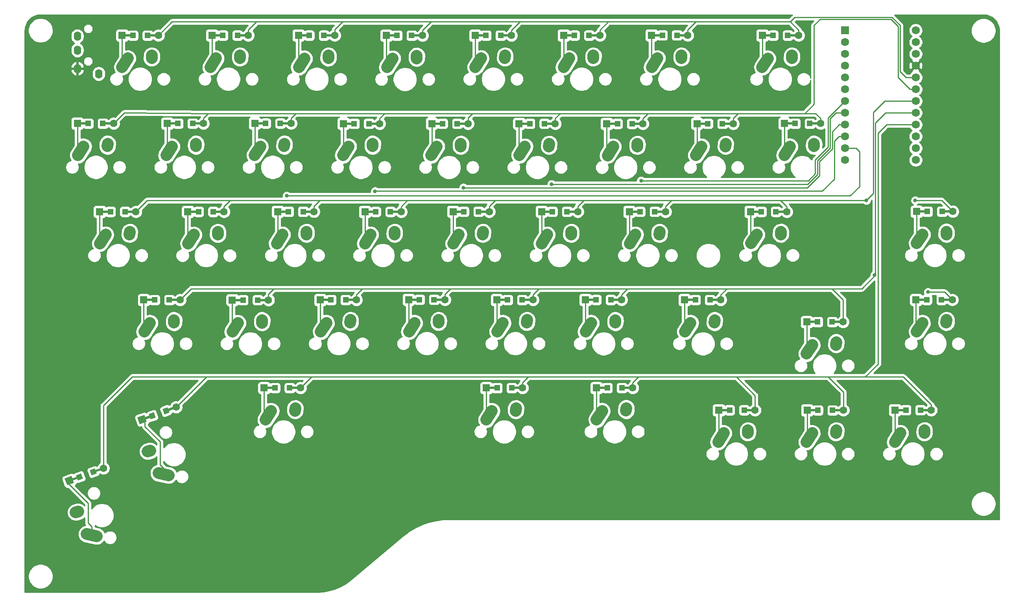
<source format=gbr>
G04 #@! TF.GenerationSoftware,KiCad,Pcbnew,(5.1.5)-3*
G04 #@! TF.CreationDate,2020-05-03T23:14:43-07:00*
G04 #@! TF.ProjectId,right,72696768-742e-46b6-9963-61645f706362,rev?*
G04 #@! TF.SameCoordinates,Original*
G04 #@! TF.FileFunction,Copper,L1,Top*
G04 #@! TF.FilePolarity,Positive*
%FSLAX46Y46*%
G04 Gerber Fmt 4.6, Leading zero omitted, Abs format (unit mm)*
G04 Created by KiCad (PCBNEW (5.1.5)-3) date 2020-05-03 23:14:43*
%MOMM*%
%LPD*%
G04 APERTURE LIST*
%ADD10C,2.500000*%
%ADD11C,1.752600*%
%ADD12R,1.752600X1.752600*%
%ADD13R,2.500000X0.500000*%
%ADD14C,1.600000*%
%ADD15R,1.600000X1.600000*%
%ADD16R,1.200000X1.200000*%
%ADD17C,0.100000*%
%ADD18O,1.600000X2.000000*%
%ADD19C,0.800000*%
%ADD20C,0.250000*%
%ADD21C,0.254000*%
G04 APERTURE END LIST*
D10*
X163659462Y-86881185D02*
X162450538Y-88778815D01*
X168849724Y-86270672D02*
X168810276Y-86849328D01*
X142289462Y-86881185D02*
X141080538Y-88778815D01*
X147479724Y-86270672D02*
X147440276Y-86849328D01*
X185469724Y-29280672D02*
X185430276Y-29859328D01*
X180279462Y-29891185D02*
X179070538Y-31788815D01*
X214019724Y-110020672D02*
X213980276Y-110599328D01*
X208829462Y-110631185D02*
X207620538Y-112528815D01*
X177909462Y-67851185D02*
X176700538Y-69748815D01*
X183099724Y-67240672D02*
X183060276Y-67819328D01*
D11*
X212110000Y-23840000D03*
X196870000Y-51780000D03*
X212110000Y-26380000D03*
X212110000Y-28920000D03*
X212110000Y-31460000D03*
X212110000Y-34000000D03*
X212110000Y-36540000D03*
X212110000Y-39080000D03*
X212110000Y-41620000D03*
X212110000Y-44160000D03*
X212110000Y-46700000D03*
X212110000Y-49240000D03*
X212110000Y-51780000D03*
X196870000Y-49240000D03*
X196870000Y-46700000D03*
X196870000Y-44160000D03*
X196870000Y-41620000D03*
X196870000Y-39080000D03*
X196870000Y-36540000D03*
X196870000Y-34000000D03*
X196870000Y-31460000D03*
X196870000Y-28920000D03*
X196870000Y-26380000D03*
D12*
X196870000Y-23840000D03*
D10*
X195019724Y-110030672D02*
X194980276Y-110609328D01*
X189829462Y-110641185D02*
X188620538Y-112538815D01*
X189829462Y-91631185D02*
X188620538Y-93528815D01*
X195019724Y-91020672D02*
X194980276Y-91599328D01*
X166029462Y-48891185D02*
X164820538Y-50788815D01*
X171219724Y-48280672D02*
X171180276Y-48859328D01*
X185039462Y-48871185D02*
X183830538Y-50768815D01*
X190229724Y-48260672D02*
X190190276Y-48839328D01*
X52489724Y-86270672D02*
X52450276Y-86849328D01*
X47299462Y-86881185D02*
X46090538Y-88778815D01*
X114209724Y-48270672D02*
X114170276Y-48849328D01*
X109019462Y-48881185D02*
X107810538Y-50778815D01*
X128469724Y-86250672D02*
X128430276Y-86829328D01*
X123279462Y-86861185D02*
X122070538Y-88758815D01*
X144629462Y-105851185D02*
X143420538Y-107748815D01*
X149819724Y-105240672D02*
X149780276Y-105819328D01*
X132789462Y-67871185D02*
X131580538Y-69768815D01*
X137979724Y-67260672D02*
X137940276Y-67839328D01*
X85279462Y-86871185D02*
X84070538Y-88768815D01*
X90469724Y-86260672D02*
X90430276Y-86839328D01*
X49147225Y-119259115D02*
X51343891Y-119746105D01*
X46798356Y-114590672D02*
X47355608Y-114429830D01*
X109459724Y-86250672D02*
X109420276Y-86829328D01*
X104269462Y-86861185D02*
X103060538Y-88758815D01*
X118549462Y-29861185D02*
X117340538Y-31758815D01*
X123739724Y-29250672D02*
X123700276Y-29829328D01*
X142739724Y-29260672D02*
X142700276Y-29839328D01*
X137549462Y-29871185D02*
X136340538Y-31768815D01*
X99539462Y-29911185D02*
X98330538Y-31808815D01*
X104729724Y-29300672D02*
X104690276Y-29879328D01*
X113779462Y-67871185D02*
X112570538Y-69768815D01*
X118969724Y-67260672D02*
X118930276Y-67839328D01*
X170819462Y-110641185D02*
X169610538Y-112538815D01*
X176009724Y-110030672D02*
X175970276Y-110609328D01*
X71449724Y-86280672D02*
X71410276Y-86859328D01*
X66259462Y-86891185D02*
X65050538Y-88788815D01*
X76239724Y-48250672D02*
X76200276Y-48829328D01*
X71049462Y-48861185D02*
X69840538Y-50758815D01*
X38199724Y-48250672D02*
X38160276Y-48829328D01*
X33009462Y-48861185D02*
X31800538Y-50758815D01*
X90059462Y-48871185D02*
X88850538Y-50768815D01*
X95249724Y-48260672D02*
X95210276Y-48839328D01*
X120889462Y-105861185D02*
X119680538Y-107758815D01*
X126079724Y-105250672D02*
X126040276Y-105829328D01*
X57219724Y-48250672D02*
X57180276Y-48829328D01*
X52029462Y-48861185D02*
X50820538Y-50758815D01*
X78579724Y-105250672D02*
X78540276Y-105829328D01*
X73389462Y-105861185D02*
X72180538Y-107758815D01*
X128019462Y-48891185D02*
X126810538Y-50788815D01*
X133209724Y-48280672D02*
X133170276Y-48859328D01*
X42959724Y-67260672D02*
X42920276Y-67839328D01*
X37769462Y-67871185D02*
X36560538Y-69768815D01*
X99969724Y-67250672D02*
X99930276Y-67829328D01*
X94779462Y-67861185D02*
X93570538Y-69758815D01*
X161714724Y-29260672D02*
X161675276Y-29839328D01*
X156524462Y-29871185D02*
X155315538Y-31768815D01*
X147029462Y-48901185D02*
X145820538Y-50798815D01*
X152219724Y-48290672D02*
X152180276Y-48869328D01*
X156979724Y-67260672D02*
X156940276Y-67839328D01*
X151789462Y-67871185D02*
X150580538Y-69768815D01*
X33667225Y-132379115D02*
X35863891Y-132866105D01*
X31318356Y-127710672D02*
X31875608Y-127549830D01*
X56749462Y-67881185D02*
X55540538Y-69778815D01*
X61939724Y-67270672D02*
X61900276Y-67849328D01*
X80999724Y-67250672D02*
X80960276Y-67829328D01*
X75809462Y-67861185D02*
X74600538Y-69758815D01*
X42529462Y-29871185D02*
X41320538Y-31768815D01*
X47719724Y-29260672D02*
X47680276Y-29839328D01*
X61529462Y-29871185D02*
X60320538Y-31768815D01*
X66719724Y-29260672D02*
X66680276Y-29839328D01*
X85739724Y-29280672D02*
X85700276Y-29859328D01*
X80549462Y-29891185D02*
X79340538Y-31788815D01*
D13*
X47920000Y-24940000D03*
X42520000Y-24940000D03*
D14*
X49120000Y-24940000D03*
D15*
X41320000Y-24940000D03*
D16*
X43645000Y-24940000D03*
X46795000Y-24940000D03*
D13*
X67270000Y-24930000D03*
X61870000Y-24930000D03*
D14*
X68470000Y-24930000D03*
D15*
X60670000Y-24930000D03*
D16*
X62995000Y-24930000D03*
X66145000Y-24930000D03*
X84730000Y-24930000D03*
X81580000Y-24930000D03*
D15*
X79255000Y-24930000D03*
D14*
X87055000Y-24930000D03*
D13*
X80455000Y-24930000D03*
X85855000Y-24930000D03*
D16*
X37155000Y-43910000D03*
X34005000Y-43910000D03*
D15*
X31680000Y-43910000D03*
D14*
X39480000Y-43910000D03*
D13*
X32880000Y-43910000D03*
X38280000Y-43910000D03*
X43080000Y-62930000D03*
X37680000Y-62930000D03*
D14*
X44280000Y-62930000D03*
D15*
X36480000Y-62930000D03*
D16*
X38805000Y-62930000D03*
X41955000Y-62930000D03*
X51455000Y-81940000D03*
X48305000Y-81940000D03*
D15*
X45980000Y-81940000D03*
D14*
X53780000Y-81940000D03*
D13*
X47180000Y-81940000D03*
X52580000Y-81940000D03*
G04 #@! TA.AperFunction,SMDPad,CuDef*
D17*
G36*
X34741413Y-119770346D02*
G01*
X34330988Y-118642715D01*
X35458619Y-118232290D01*
X35869044Y-119359921D01*
X34741413Y-119770346D01*
G37*
G04 #@! TD.AperFunction*
G04 #@! TA.AperFunction,SMDPad,CuDef*
G36*
X31781381Y-120847710D02*
G01*
X31370956Y-119720079D01*
X32498587Y-119309654D01*
X32909012Y-120437285D01*
X31781381Y-120847710D01*
G37*
G04 #@! TD.AperFunction*
G04 #@! TA.AperFunction,ComponentPad*
G36*
X29477061Y-121899249D02*
G01*
X28929829Y-120395741D01*
X30433337Y-119848509D01*
X30980569Y-121352017D01*
X29477061Y-121899249D01*
G37*
G04 #@! TD.AperFunction*
D14*
X37284801Y-118206121D03*
G04 #@! TA.AperFunction,Conductor*
D17*
G36*
X29993719Y-121125902D02*
G01*
X29822709Y-120656056D01*
X32171941Y-119801006D01*
X32342951Y-120270852D01*
X29993719Y-121125902D01*
G37*
G04 #@! TD.AperFunction*
G04 #@! TA.AperFunction,Conductor*
G36*
X35068059Y-119278994D02*
G01*
X34897049Y-118809148D01*
X37246281Y-117954098D01*
X37417291Y-118423944D01*
X35068059Y-119278994D01*
G37*
G04 #@! TD.AperFunction*
D16*
X56495000Y-43910000D03*
X53345000Y-43910000D03*
D15*
X51020000Y-43910000D03*
D14*
X58820000Y-43910000D03*
D13*
X52220000Y-43910000D03*
X57620000Y-43910000D03*
D16*
X60925000Y-62930000D03*
X57775000Y-62930000D03*
D15*
X55450000Y-62930000D03*
D14*
X63250000Y-62930000D03*
D13*
X56650000Y-62930000D03*
X62050000Y-62930000D03*
X71620000Y-81960000D03*
X66220000Y-81960000D03*
D14*
X72820000Y-81960000D03*
D15*
X65020000Y-81960000D03*
D16*
X67345000Y-81960000D03*
X70495000Y-81960000D03*
G04 #@! TA.AperFunction,SMDPad,CuDef*
D17*
G36*
X50391413Y-106600346D02*
G01*
X49980988Y-105472715D01*
X51108619Y-105062290D01*
X51519044Y-106189921D01*
X50391413Y-106600346D01*
G37*
G04 #@! TD.AperFunction*
G04 #@! TA.AperFunction,SMDPad,CuDef*
G36*
X47431381Y-107677710D02*
G01*
X47020956Y-106550079D01*
X48148587Y-106139654D01*
X48559012Y-107267285D01*
X47431381Y-107677710D01*
G37*
G04 #@! TD.AperFunction*
G04 #@! TA.AperFunction,ComponentPad*
G36*
X45127061Y-108729249D02*
G01*
X44579829Y-107225741D01*
X46083337Y-106678509D01*
X46630569Y-108182017D01*
X45127061Y-108729249D01*
G37*
G04 #@! TD.AperFunction*
D14*
X52934801Y-105036121D03*
G04 #@! TA.AperFunction,Conductor*
D17*
G36*
X45643719Y-107955902D02*
G01*
X45472709Y-107486056D01*
X47821941Y-106631006D01*
X47992951Y-107100852D01*
X45643719Y-107955902D01*
G37*
G04 #@! TD.AperFunction*
G04 #@! TA.AperFunction,Conductor*
G36*
X50718059Y-106108994D02*
G01*
X50547049Y-105639148D01*
X52896281Y-104784098D01*
X53067291Y-105253944D01*
X50718059Y-106108994D01*
G37*
G04 #@! TD.AperFunction*
D16*
X75345000Y-43890000D03*
X72195000Y-43890000D03*
D15*
X69870000Y-43890000D03*
D14*
X77670000Y-43890000D03*
D13*
X71070000Y-43890000D03*
X76470000Y-43890000D03*
X81400000Y-62900000D03*
X76000000Y-62900000D03*
D14*
X82600000Y-62900000D03*
D15*
X74800000Y-62900000D03*
D16*
X77125000Y-62900000D03*
X80275000Y-62900000D03*
X89425000Y-81930000D03*
X86275000Y-81930000D03*
D15*
X83950000Y-81930000D03*
D14*
X91750000Y-81930000D03*
D13*
X85150000Y-81930000D03*
X90550000Y-81930000D03*
X78485000Y-100900000D03*
X73085000Y-100900000D03*
D14*
X79685000Y-100900000D03*
D15*
X71885000Y-100900000D03*
D16*
X74210000Y-100900000D03*
X77360000Y-100900000D03*
D13*
X104760000Y-24960000D03*
X99360000Y-24960000D03*
D14*
X105960000Y-24960000D03*
D15*
X98160000Y-24960000D03*
D16*
X100485000Y-24960000D03*
X103635000Y-24960000D03*
D13*
X95550000Y-43940000D03*
X90150000Y-43940000D03*
D14*
X96750000Y-43940000D03*
D15*
X88950000Y-43940000D03*
D16*
X91275000Y-43940000D03*
X94425000Y-43940000D03*
X99045000Y-62940000D03*
X95895000Y-62940000D03*
D15*
X93570000Y-62940000D03*
D14*
X101370000Y-62940000D03*
D13*
X94770000Y-62940000D03*
X100170000Y-62940000D03*
X109580000Y-81880000D03*
X104180000Y-81880000D03*
D14*
X110780000Y-81880000D03*
D15*
X102980000Y-81880000D03*
D16*
X105305000Y-81880000D03*
X108455000Y-81880000D03*
X125175000Y-100910000D03*
X122025000Y-100910000D03*
D15*
X119700000Y-100910000D03*
D14*
X127500000Y-100910000D03*
D13*
X120900000Y-100910000D03*
X126300000Y-100910000D03*
D16*
X122785000Y-24950000D03*
X119635000Y-24950000D03*
D15*
X117310000Y-24950000D03*
D14*
X125110000Y-24950000D03*
D13*
X118510000Y-24950000D03*
X123910000Y-24950000D03*
X114560000Y-43940000D03*
X109160000Y-43940000D03*
D14*
X115760000Y-43940000D03*
D15*
X107960000Y-43940000D03*
D16*
X110285000Y-43940000D03*
X113435000Y-43940000D03*
D13*
X119130000Y-62910000D03*
X113730000Y-62910000D03*
D14*
X120330000Y-62910000D03*
D15*
X112530000Y-62910000D03*
D16*
X114855000Y-62910000D03*
X118005000Y-62910000D03*
X127415000Y-81930000D03*
X124265000Y-81930000D03*
D15*
X121940000Y-81930000D03*
D14*
X129740000Y-81930000D03*
D13*
X123140000Y-81930000D03*
X128540000Y-81930000D03*
X150010000Y-100900000D03*
X144610000Y-100900000D03*
D14*
X151210000Y-100900000D03*
D15*
X143410000Y-100900000D03*
D16*
X145735000Y-100900000D03*
X148885000Y-100900000D03*
D13*
X142940000Y-24930000D03*
X137540000Y-24930000D03*
D14*
X144140000Y-24930000D03*
D15*
X136340000Y-24930000D03*
D16*
X138665000Y-24930000D03*
X141815000Y-24930000D03*
D13*
X133340000Y-43950000D03*
X127940000Y-43950000D03*
D14*
X134540000Y-43950000D03*
D15*
X126740000Y-43950000D03*
D16*
X129065000Y-43950000D03*
X132215000Y-43950000D03*
X137055000Y-62910000D03*
X133905000Y-62910000D03*
D15*
X131580000Y-62910000D03*
D14*
X139380000Y-62910000D03*
D13*
X132780000Y-62910000D03*
X138180000Y-62910000D03*
X147620000Y-81910000D03*
X142220000Y-81910000D03*
D14*
X148820000Y-81910000D03*
D15*
X141020000Y-81910000D03*
D16*
X143345000Y-81910000D03*
X146495000Y-81910000D03*
X175205000Y-105690000D03*
X172055000Y-105690000D03*
D15*
X169730000Y-105690000D03*
D14*
X177530000Y-105690000D03*
D13*
X170930000Y-105690000D03*
X176330000Y-105690000D03*
D16*
X160725000Y-24900000D03*
X157575000Y-24900000D03*
D15*
X155250000Y-24900000D03*
D14*
X163050000Y-24900000D03*
D13*
X156450000Y-24900000D03*
X161850000Y-24900000D03*
D16*
X151075000Y-43970000D03*
X147925000Y-43970000D03*
D15*
X145600000Y-43970000D03*
D14*
X153400000Y-43970000D03*
D13*
X146800000Y-43970000D03*
X152200000Y-43970000D03*
X157060000Y-62920000D03*
X151660000Y-62920000D03*
D14*
X158260000Y-62920000D03*
D15*
X150460000Y-62920000D03*
D16*
X152785000Y-62920000D03*
X155935000Y-62920000D03*
X167835000Y-81930000D03*
X164685000Y-81930000D03*
D15*
X162360000Y-81930000D03*
D14*
X170160000Y-81930000D03*
D13*
X163560000Y-81930000D03*
X168960000Y-81930000D03*
D16*
X194205000Y-105710000D03*
X191055000Y-105710000D03*
D15*
X188730000Y-105710000D03*
D14*
X196530000Y-105710000D03*
D13*
X189930000Y-105710000D03*
X195330000Y-105710000D03*
X185700000Y-24930000D03*
X180300000Y-24930000D03*
D14*
X186900000Y-24930000D03*
D15*
X179100000Y-24930000D03*
D16*
X181425000Y-24930000D03*
X184575000Y-24930000D03*
X170505000Y-43940000D03*
X167355000Y-43940000D03*
D15*
X165030000Y-43940000D03*
D14*
X172830000Y-43940000D03*
D13*
X166230000Y-43940000D03*
X171630000Y-43940000D03*
X183160000Y-62930000D03*
X177760000Y-62930000D03*
D14*
X184360000Y-62930000D03*
D15*
X176560000Y-62930000D03*
D16*
X178885000Y-62930000D03*
X182035000Y-62930000D03*
X194145000Y-86680000D03*
X190995000Y-86680000D03*
D15*
X188670000Y-86680000D03*
D14*
X196470000Y-86680000D03*
D13*
X189870000Y-86680000D03*
X195270000Y-86680000D03*
X214260000Y-105670000D03*
X208860000Y-105670000D03*
D14*
X215460000Y-105670000D03*
D15*
X207660000Y-105670000D03*
D16*
X209985000Y-105670000D03*
X213135000Y-105670000D03*
D13*
X190430000Y-43930000D03*
X185030000Y-43930000D03*
D14*
X191630000Y-43930000D03*
D15*
X183830000Y-43930000D03*
D16*
X186155000Y-43930000D03*
X189305000Y-43930000D03*
D18*
X36280000Y-33200000D03*
X31680000Y-32100000D03*
X31680000Y-25100000D03*
X31680000Y-28100000D03*
D13*
X218900000Y-62890000D03*
X213500000Y-62890000D03*
D14*
X220100000Y-62890000D03*
D15*
X212300000Y-62890000D03*
D16*
X214625000Y-62890000D03*
X217775000Y-62890000D03*
X217655000Y-81910000D03*
X214505000Y-81910000D03*
D15*
X212180000Y-81910000D03*
D14*
X219980000Y-81910000D03*
D13*
X213380000Y-81910000D03*
X218780000Y-81910000D03*
D10*
X218749724Y-67230672D02*
X218710276Y-67809328D01*
X213559462Y-67841185D02*
X212350538Y-69738815D01*
X213549462Y-86871185D02*
X212340538Y-88768815D01*
X218739724Y-86260672D02*
X218700276Y-86839328D01*
D19*
X201500000Y-60500000D03*
X212000000Y-60500000D03*
X203275000Y-76549990D03*
X214750000Y-80250000D03*
X76750000Y-59500000D03*
X95750000Y-58500000D03*
X114750000Y-57750000D03*
X133750000Y-57000000D03*
X153000000Y-56250000D03*
D20*
X186900000Y-24930000D02*
X186900000Y-23798630D01*
X52060000Y-22000000D02*
X49120000Y-24940000D01*
X163050000Y-24900000D02*
X163050000Y-23768630D01*
X164818630Y-22000000D02*
X165750000Y-22000000D01*
X163050000Y-23768630D02*
X164818630Y-22000000D01*
X144140000Y-23798630D02*
X145938630Y-22000000D01*
X144140000Y-24930000D02*
X144140000Y-23798630D01*
X145938630Y-22000000D02*
X147000000Y-22000000D01*
X165750000Y-22000000D02*
X147000000Y-22000000D01*
X125110000Y-23818630D02*
X126928630Y-22000000D01*
X125110000Y-24950000D02*
X125110000Y-23818630D01*
X147000000Y-22000000D02*
X129000000Y-22000000D01*
X126928630Y-22000000D02*
X129000000Y-22000000D01*
X107788630Y-22000000D02*
X109250000Y-22000000D01*
X105960000Y-24960000D02*
X105960000Y-23828630D01*
X105960000Y-23828630D02*
X107788630Y-22000000D01*
X129000000Y-22000000D02*
X109250000Y-22000000D01*
X87055000Y-23695000D02*
X88750000Y-22000000D01*
X87055000Y-24930000D02*
X87055000Y-23695000D01*
X109250000Y-22000000D02*
X88750000Y-22000000D01*
X68470000Y-23780000D02*
X70250000Y-22000000D01*
X68470000Y-24930000D02*
X68470000Y-23780000D01*
X88750000Y-22000000D02*
X70250000Y-22000000D01*
X70250000Y-22000000D02*
X52060000Y-22000000D01*
X184250000Y-22000000D02*
X165750000Y-22000000D01*
X185101370Y-22000000D02*
X184250000Y-22000000D01*
X186900000Y-23798630D02*
X185101370Y-22000000D01*
X210000000Y-34000000D02*
X208750000Y-32750000D01*
X212110000Y-34000000D02*
X210000000Y-34000000D01*
X208750000Y-32750000D02*
X208750000Y-22750000D01*
X186101370Y-21000000D02*
X185101370Y-22000000D01*
X208750000Y-22750000D02*
X207000000Y-21000000D01*
X207000000Y-21000000D02*
X186101370Y-21000000D01*
X41320000Y-30215000D02*
X41925000Y-30820000D01*
X41320000Y-24940000D02*
X41320000Y-30215000D01*
X60670000Y-30565000D02*
X60925000Y-30820000D01*
X60670000Y-24930000D02*
X60670000Y-30565000D01*
X79255000Y-30150000D02*
X79945000Y-30840000D01*
X79255000Y-24930000D02*
X79255000Y-30150000D01*
X41770000Y-41620000D02*
X39480000Y-43910000D01*
X191630000Y-42798630D02*
X190581370Y-41750000D01*
X191630000Y-43930000D02*
X191630000Y-42798630D01*
X190581370Y-41750000D02*
X188750000Y-41750000D01*
X173899695Y-41738935D02*
X176238935Y-41738935D01*
X172830000Y-42808630D02*
X173899695Y-41738935D01*
X172830000Y-43940000D02*
X172830000Y-42808630D01*
X153400000Y-43970000D02*
X153400000Y-42838630D01*
X154488630Y-41750000D02*
X157750000Y-41750000D01*
X176238935Y-41738935D02*
X157750000Y-41750000D01*
X153400000Y-42838630D02*
X154488630Y-41750000D01*
X135608630Y-41750000D02*
X137000000Y-41750000D01*
X134540000Y-43950000D02*
X134540000Y-42818630D01*
X134540000Y-42818630D02*
X135608630Y-41750000D01*
X157750000Y-41750000D02*
X137000000Y-41750000D01*
X115760000Y-42740000D02*
X116750000Y-41750000D01*
X115760000Y-43940000D02*
X115760000Y-42740000D01*
X137000000Y-41750000D02*
X116750000Y-41750000D01*
X97808630Y-41750000D02*
X99000000Y-41750000D01*
X96750000Y-42808630D02*
X97808630Y-41750000D01*
X116750000Y-41750000D02*
X99000000Y-41750000D01*
X96750000Y-43940000D02*
X96750000Y-42808630D01*
X78678630Y-41750000D02*
X80000000Y-41750000D01*
X77670000Y-42758630D02*
X78678630Y-41750000D01*
X77670000Y-43890000D02*
X77670000Y-42758630D01*
X99000000Y-41750000D02*
X80000000Y-41750000D01*
X58820000Y-42778630D02*
X59848630Y-41750000D01*
X58820000Y-43910000D02*
X58820000Y-42778630D01*
X59848630Y-41750000D02*
X61000000Y-41750000D01*
X80000000Y-41750000D02*
X61000000Y-41750000D01*
X61000000Y-41750000D02*
X41770000Y-41620000D01*
X188750000Y-41750000D02*
X188500000Y-41750000D01*
X210870725Y-36540000D02*
X208299990Y-33969265D01*
X212110000Y-36540000D02*
X210870725Y-36540000D01*
X208299990Y-33969265D02*
X208299990Y-22936400D01*
X208299990Y-22936400D02*
X206813600Y-21450010D01*
X206813600Y-21450010D02*
X191549990Y-21450010D01*
X191549990Y-21450010D02*
X190250000Y-22750000D01*
X190250000Y-22750000D02*
X190250000Y-39750000D01*
X188500000Y-41750000D02*
X188250000Y-41750000D01*
X190250000Y-39750000D02*
X188250000Y-41750000D01*
X188250000Y-41750000D02*
X176238935Y-41738935D01*
X31680000Y-49085000D02*
X32405000Y-49810000D01*
X31680000Y-43910000D02*
X31680000Y-49085000D01*
X184360000Y-62930000D02*
X184360000Y-61798630D01*
X46710000Y-60500000D02*
X44280000Y-62930000D01*
X63250000Y-61798630D02*
X64548630Y-60500000D01*
X63250000Y-62930000D02*
X63250000Y-61798630D01*
X64548630Y-60500000D02*
X65750000Y-60500000D01*
X65750000Y-60500000D02*
X46710000Y-60500000D01*
X83868630Y-60500000D02*
X84500000Y-60500000D01*
X82600000Y-61768630D02*
X83868630Y-60500000D01*
X82600000Y-62900000D02*
X82600000Y-61768630D01*
X84500000Y-60500000D02*
X65750000Y-60500000D01*
X102678630Y-60500000D02*
X104250000Y-60500000D01*
X101370000Y-61808630D02*
X102678630Y-60500000D01*
X101370000Y-62940000D02*
X101370000Y-61808630D01*
X104250000Y-60500000D02*
X84500000Y-60500000D01*
X121608630Y-60500000D02*
X123000000Y-60500000D01*
X120330000Y-61778630D02*
X121608630Y-60500000D01*
X120330000Y-62910000D02*
X120330000Y-61778630D01*
X123000000Y-60500000D02*
X104250000Y-60500000D01*
X139380000Y-61778630D02*
X140658630Y-60500000D01*
X140658630Y-60500000D02*
X142250000Y-60500000D01*
X139380000Y-62910000D02*
X139380000Y-61778630D01*
X142250000Y-60500000D02*
X123000000Y-60500000D01*
X158260000Y-61788630D02*
X159548630Y-60500000D01*
X183061370Y-60500000D02*
X161250000Y-60500000D01*
X159548630Y-60500000D02*
X161250000Y-60500000D01*
X158260000Y-62920000D02*
X158260000Y-61788630D01*
X161250000Y-60500000D02*
X142250000Y-60500000D01*
X184360000Y-61798630D02*
X183000000Y-60500000D01*
X183000000Y-60500000D02*
X183061370Y-60500000D01*
X212110000Y-39080000D02*
X205420000Y-39080000D01*
X205420000Y-39080000D02*
X203000000Y-41500000D01*
X203000000Y-41500000D02*
X203000000Y-59000000D01*
X201500000Y-60500000D02*
X183000000Y-60500000D01*
X203000000Y-59000000D02*
X201500000Y-60500000D01*
X217710000Y-60500000D02*
X220100000Y-62890000D01*
X212000000Y-60500000D02*
X217710000Y-60500000D01*
X36480000Y-68135000D02*
X37165000Y-68820000D01*
X36480000Y-62930000D02*
X36480000Y-68135000D01*
X56220000Y-79500000D02*
X53780000Y-81940000D01*
X72820000Y-81960000D02*
X72820000Y-80680000D01*
X72820000Y-80680000D02*
X74000000Y-79500000D01*
X74000000Y-79500000D02*
X56220000Y-79500000D01*
X91750000Y-80798630D02*
X93048630Y-79500000D01*
X93048630Y-79500000D02*
X93750000Y-79500000D01*
X91750000Y-81930000D02*
X91750000Y-80798630D01*
X93750000Y-79500000D02*
X74000000Y-79500000D01*
X110780000Y-80720000D02*
X112000000Y-79500000D01*
X110780000Y-81880000D02*
X110780000Y-80720000D01*
X112000000Y-79500000D02*
X93750000Y-79500000D01*
X131038630Y-79500000D02*
X131500000Y-79500000D01*
X129740000Y-80798630D02*
X131038630Y-79500000D01*
X129740000Y-81930000D02*
X129740000Y-80798630D01*
X131500000Y-79500000D02*
X112000000Y-79500000D01*
X148820000Y-81910000D02*
X148820000Y-80778630D01*
X150098630Y-79500000D02*
X151000000Y-79500000D01*
X148820000Y-80778630D02*
X150098630Y-79500000D01*
X151000000Y-79500000D02*
X131500000Y-79500000D01*
X170160000Y-80798630D02*
X171458630Y-79500000D01*
X170160000Y-81930000D02*
X170160000Y-80798630D01*
X194080000Y-79500000D02*
X172250000Y-79500000D01*
X171458630Y-79500000D02*
X172250000Y-79500000D01*
X172250000Y-79500000D02*
X151000000Y-79500000D01*
X194080000Y-79500000D02*
X200500000Y-79500000D01*
X200500000Y-79500000D02*
X203450010Y-76549990D01*
X203450010Y-76549990D02*
X203450010Y-43799990D01*
X205630000Y-41620000D02*
X212110000Y-41620000D01*
X203450010Y-43799990D02*
X205630000Y-41620000D01*
X203450010Y-76549990D02*
X203275000Y-76549990D01*
X218320000Y-80250000D02*
X219980000Y-81910000D01*
X214750000Y-80250000D02*
X218320000Y-80250000D01*
X196470000Y-81890000D02*
X194080000Y-79500000D01*
X196470000Y-86680000D02*
X196470000Y-81890000D01*
X45980000Y-87115000D02*
X46695000Y-87830000D01*
X45980000Y-81940000D02*
X45980000Y-87115000D01*
X82085000Y-98500000D02*
X79685000Y-100900000D01*
X59470922Y-98500000D02*
X52934801Y-105036121D01*
X82085000Y-98500000D02*
X59470922Y-98500000D01*
X37284801Y-104715199D02*
X37284801Y-118206121D01*
X59470922Y-98500000D02*
X43500000Y-98500000D01*
X43500000Y-98500000D02*
X37284801Y-104715199D01*
X197718630Y-98500000D02*
X198000000Y-98500000D01*
X178598630Y-98500000D02*
X179250000Y-98500000D01*
X152478630Y-98500000D02*
X153250000Y-98500000D01*
X151210000Y-100900000D02*
X151210000Y-99768630D01*
X151210000Y-99768630D02*
X152478630Y-98500000D01*
X127500000Y-100910000D02*
X127500000Y-99750000D01*
X127500000Y-99750000D02*
X128750000Y-98500000D01*
X153250000Y-98500000D02*
X128750000Y-98500000D01*
X128750000Y-98500000D02*
X82085000Y-98500000D01*
X200750000Y-98500000D02*
X201250000Y-98500000D01*
X200750000Y-98500000D02*
X198000000Y-98500000D01*
X201250000Y-98500000D02*
X204000000Y-95750000D01*
X204000000Y-95750000D02*
X204000000Y-46000000D01*
X205840000Y-44160000D02*
X212110000Y-44160000D01*
X204000000Y-46000000D02*
X205840000Y-44160000D01*
X196530000Y-105710000D02*
X196530000Y-101780000D01*
X198000000Y-98500000D02*
X193250000Y-98500000D01*
X196530000Y-101780000D02*
X193250000Y-98500000D01*
X193250000Y-98500000D02*
X179250000Y-98500000D01*
X177530000Y-102530000D02*
X173500000Y-98500000D01*
X179250000Y-98500000D02*
X173500000Y-98500000D01*
X177530000Y-105690000D02*
X177530000Y-102530000D01*
X173500000Y-98500000D02*
X153250000Y-98500000D01*
X209421370Y-98500000D02*
X201250000Y-98500000D01*
X215460000Y-104538630D02*
X209421370Y-98500000D01*
X215460000Y-105670000D02*
X215460000Y-104538630D01*
X29955199Y-121725221D02*
X33979978Y-125750000D01*
X29955199Y-120873879D02*
X29955199Y-121725221D01*
X33979978Y-125750000D02*
X33979978Y-129979978D01*
X34765558Y-130765558D02*
X34765558Y-132622610D01*
X33979978Y-129979978D02*
X34765558Y-130765558D01*
X51020000Y-49405000D02*
X51425000Y-49810000D01*
X51020000Y-43910000D02*
X51020000Y-49405000D01*
X55450000Y-68135000D02*
X56145000Y-68830000D01*
X55450000Y-62930000D02*
X55450000Y-68135000D01*
X65020000Y-87205000D02*
X65655000Y-87840000D01*
X65020000Y-81960000D02*
X65020000Y-87205000D01*
X46229363Y-108328043D02*
X46229363Y-109229363D01*
X45605199Y-107703879D02*
X46229363Y-108328043D01*
X46229363Y-109229363D02*
X49500000Y-112500000D01*
X50245558Y-118222261D02*
X50245558Y-119502610D01*
X49500000Y-117476703D02*
X50245558Y-118222261D01*
X49500000Y-112500000D02*
X49500000Y-117476703D01*
X69870000Y-49235000D02*
X70445000Y-49810000D01*
X69870000Y-43890000D02*
X69870000Y-49235000D01*
X74800000Y-68405000D02*
X75205000Y-68810000D01*
X74800000Y-62900000D02*
X74800000Y-68405000D01*
X83950000Y-87095000D02*
X84675000Y-87820000D01*
X83950000Y-81930000D02*
X83950000Y-87095000D01*
X71885000Y-105910000D02*
X72785000Y-106810000D01*
X71885000Y-100900000D02*
X71885000Y-105910000D01*
X98160000Y-30085000D02*
X98935000Y-30860000D01*
X98160000Y-24960000D02*
X98160000Y-30085000D01*
X88950000Y-49315000D02*
X89455000Y-49820000D01*
X88950000Y-43940000D02*
X88950000Y-49315000D01*
X93570000Y-68205000D02*
X94175000Y-68810000D01*
X93570000Y-62940000D02*
X93570000Y-68205000D01*
X102980000Y-87125000D02*
X103665000Y-87810000D01*
X102980000Y-81880000D02*
X102980000Y-87125000D01*
X119700000Y-106225000D02*
X120285000Y-106810000D01*
X119700000Y-100910000D02*
X119700000Y-106225000D01*
X117310000Y-30175000D02*
X117945000Y-30810000D01*
X117310000Y-24950000D02*
X117310000Y-30175000D01*
X107960000Y-49375000D02*
X108415000Y-49830000D01*
X107960000Y-43940000D02*
X107960000Y-49375000D01*
X112530000Y-68175000D02*
X113175000Y-68820000D01*
X112530000Y-62910000D02*
X112530000Y-68175000D01*
X121940000Y-87075000D02*
X122675000Y-87810000D01*
X121940000Y-81930000D02*
X121940000Y-87075000D01*
X143410000Y-106185000D02*
X144025000Y-106800000D01*
X143410000Y-100900000D02*
X143410000Y-106185000D01*
X136340000Y-30215000D02*
X136945000Y-30820000D01*
X136340000Y-24930000D02*
X136340000Y-30215000D01*
X126740000Y-49165000D02*
X127415000Y-49840000D01*
X126740000Y-43950000D02*
X126740000Y-49165000D01*
X131580000Y-68215000D02*
X132185000Y-68820000D01*
X131580000Y-62910000D02*
X131580000Y-68215000D01*
X141020000Y-87165000D02*
X141685000Y-87830000D01*
X141020000Y-81910000D02*
X141020000Y-87165000D01*
X169730000Y-111105000D02*
X170215000Y-111590000D01*
X169730000Y-105690000D02*
X169730000Y-111105000D01*
X155250000Y-30150000D02*
X155920000Y-30820000D01*
X155250000Y-24900000D02*
X155250000Y-30150000D01*
X145600000Y-49025000D02*
X146425000Y-49850000D01*
X145600000Y-43970000D02*
X145600000Y-49025000D01*
X150460000Y-68095000D02*
X151185000Y-68820000D01*
X150460000Y-62920000D02*
X150460000Y-68095000D01*
X162360000Y-87135000D02*
X163055000Y-87830000D01*
X162360000Y-81930000D02*
X162360000Y-87135000D01*
X188730000Y-111095000D02*
X189225000Y-111590000D01*
X188730000Y-105710000D02*
X188730000Y-111095000D01*
X179100000Y-30265000D02*
X179675000Y-30840000D01*
X179100000Y-24930000D02*
X179100000Y-30265000D01*
X165030000Y-49445000D02*
X165425000Y-49840000D01*
X165030000Y-43940000D02*
X165030000Y-49445000D01*
X176560000Y-68055000D02*
X177305000Y-68800000D01*
X176560000Y-62930000D02*
X176560000Y-68055000D01*
X188670000Y-92025000D02*
X189225000Y-92580000D01*
X188670000Y-86680000D02*
X188670000Y-92025000D01*
X207660000Y-111015000D02*
X208225000Y-111580000D01*
X207660000Y-105670000D02*
X207660000Y-111015000D01*
X183830000Y-49215000D02*
X184435000Y-49820000D01*
X183830000Y-43930000D02*
X183830000Y-49215000D01*
X198000000Y-59500000D02*
X76750000Y-59500000D01*
X200000000Y-57500000D02*
X198000000Y-59500000D01*
X200000000Y-50000000D02*
X200000000Y-57500000D01*
X199250000Y-49250000D02*
X200000000Y-50000000D01*
X198119275Y-49250000D02*
X199250000Y-49250000D01*
X196870000Y-49240000D02*
X198109275Y-49240000D01*
X198109275Y-49240000D02*
X198119275Y-49250000D01*
X195630725Y-46700000D02*
X194600028Y-47730697D01*
X196870000Y-46700000D02*
X195630725Y-46700000D01*
X194600028Y-55899972D02*
X192024999Y-58475001D01*
X95774999Y-58475001D02*
X95750000Y-58500000D01*
X192024999Y-58475001D02*
X95774999Y-58475001D01*
X194600028Y-47730697D02*
X194600028Y-55899972D01*
X191400019Y-55122801D02*
X188772820Y-57750000D01*
X191400020Y-52122798D02*
X191400019Y-55122801D01*
X194150018Y-49372800D02*
X191400020Y-52122798D01*
X188772820Y-57750000D02*
X114750000Y-57750000D01*
X194150019Y-45640706D02*
X194150018Y-49372800D01*
X196870000Y-44160000D02*
X195630725Y-44160000D01*
X195630725Y-44160000D02*
X194150019Y-45640706D01*
X188886410Y-57000000D02*
X133750000Y-57000000D01*
X190950010Y-54936400D02*
X188886410Y-57000000D01*
X193700010Y-42886400D02*
X193700009Y-49186401D01*
X193700009Y-49186401D02*
X190950010Y-51936400D01*
X190950010Y-51936400D02*
X190950010Y-54936400D01*
X194966410Y-41620000D02*
X193700010Y-42886400D01*
X196870000Y-41620000D02*
X194966410Y-41620000D01*
X190500000Y-51750000D02*
X190500000Y-54750000D01*
X193250000Y-49000000D02*
X190500000Y-51750000D01*
X190500000Y-54750000D02*
X189000000Y-56250000D01*
X189000000Y-56250000D02*
X153000000Y-56250000D01*
X196870000Y-39080000D02*
X193250000Y-42700000D01*
X193250000Y-42700000D02*
X193250000Y-49000000D01*
X212300000Y-68135000D02*
X212955000Y-68790000D01*
X212300000Y-62890000D02*
X212300000Y-68135000D01*
X212180000Y-87055000D02*
X212945000Y-87820000D01*
X212180000Y-81910000D02*
X212180000Y-87055000D01*
D21*
G36*
X184786569Y-21240000D02*
G01*
X164855963Y-21240000D01*
X164818630Y-21236323D01*
X164781297Y-21240000D01*
X145975953Y-21240000D01*
X145938630Y-21236324D01*
X145901307Y-21240000D01*
X126965952Y-21240000D01*
X126928629Y-21236324D01*
X126891306Y-21240000D01*
X107825952Y-21240000D01*
X107788629Y-21236324D01*
X107751306Y-21240000D01*
X88787322Y-21240000D01*
X88750000Y-21236324D01*
X88712677Y-21240000D01*
X70287322Y-21240000D01*
X70249999Y-21236324D01*
X70212676Y-21240000D01*
X52097323Y-21240000D01*
X52060000Y-21236324D01*
X52022677Y-21240000D01*
X52022667Y-21240000D01*
X51911014Y-21250997D01*
X51767753Y-21294454D01*
X51635724Y-21365026D01*
X51519999Y-21459999D01*
X51496201Y-21488997D01*
X49443886Y-23541312D01*
X49261335Y-23505000D01*
X48978665Y-23505000D01*
X48701426Y-23560147D01*
X48440273Y-23668320D01*
X48205241Y-23825363D01*
X48005363Y-24025241D01*
X47987531Y-24051928D01*
X47961041Y-24051928D01*
X47925537Y-23985506D01*
X47846185Y-23888815D01*
X47749494Y-23809463D01*
X47639180Y-23750498D01*
X47519482Y-23714188D01*
X47395000Y-23701928D01*
X46195000Y-23701928D01*
X46070518Y-23714188D01*
X45950820Y-23750498D01*
X45840506Y-23809463D01*
X45743815Y-23888815D01*
X45664463Y-23985506D01*
X45605498Y-24095820D01*
X45569188Y-24215518D01*
X45556928Y-24340000D01*
X45556928Y-25540000D01*
X45569188Y-25664482D01*
X45605498Y-25784180D01*
X45664463Y-25894494D01*
X45743815Y-25991185D01*
X45840506Y-26070537D01*
X45950820Y-26129502D01*
X46070518Y-26165812D01*
X46195000Y-26178072D01*
X47395000Y-26178072D01*
X47519482Y-26165812D01*
X47639180Y-26129502D01*
X47749494Y-26070537D01*
X47846185Y-25991185D01*
X47925537Y-25894494D01*
X47961041Y-25828072D01*
X47987531Y-25828072D01*
X48005363Y-25854759D01*
X48205241Y-26054637D01*
X48440273Y-26211680D01*
X48701426Y-26319853D01*
X48978665Y-26375000D01*
X49261335Y-26375000D01*
X49538574Y-26319853D01*
X49799727Y-26211680D01*
X50034759Y-26054637D01*
X50234637Y-25854759D01*
X50391680Y-25619727D01*
X50499853Y-25358574D01*
X50555000Y-25081335D01*
X50555000Y-24798665D01*
X50518688Y-24616114D01*
X52374802Y-22760000D01*
X68415199Y-22760000D01*
X67958998Y-23216201D01*
X67930000Y-23239999D01*
X67906202Y-23268997D01*
X67906201Y-23268998D01*
X67835026Y-23355724D01*
X67764454Y-23487754D01*
X67737645Y-23576135D01*
X67720998Y-23631014D01*
X67713791Y-23704188D01*
X67713239Y-23709792D01*
X67555241Y-23815363D01*
X67355363Y-24015241D01*
X67337531Y-24041928D01*
X67311041Y-24041928D01*
X67275537Y-23975506D01*
X67196185Y-23878815D01*
X67099494Y-23799463D01*
X66989180Y-23740498D01*
X66869482Y-23704188D01*
X66745000Y-23691928D01*
X65545000Y-23691928D01*
X65420518Y-23704188D01*
X65300820Y-23740498D01*
X65190506Y-23799463D01*
X65093815Y-23878815D01*
X65014463Y-23975506D01*
X64955498Y-24085820D01*
X64919188Y-24205518D01*
X64906928Y-24330000D01*
X64906928Y-25530000D01*
X64919188Y-25654482D01*
X64955498Y-25774180D01*
X65014463Y-25884494D01*
X65093815Y-25981185D01*
X65190506Y-26060537D01*
X65300820Y-26119502D01*
X65420518Y-26155812D01*
X65545000Y-26168072D01*
X66745000Y-26168072D01*
X66869482Y-26155812D01*
X66989180Y-26119502D01*
X67099494Y-26060537D01*
X67196185Y-25981185D01*
X67275537Y-25884494D01*
X67311041Y-25818072D01*
X67337531Y-25818072D01*
X67355363Y-25844759D01*
X67555241Y-26044637D01*
X67790273Y-26201680D01*
X68051426Y-26309853D01*
X68328665Y-26365000D01*
X68611335Y-26365000D01*
X68888574Y-26309853D01*
X69149727Y-26201680D01*
X69384759Y-26044637D01*
X69584637Y-25844759D01*
X69741680Y-25609727D01*
X69849853Y-25348574D01*
X69905000Y-25071335D01*
X69905000Y-24788665D01*
X69849853Y-24511426D01*
X69741680Y-24250273D01*
X69584637Y-24015241D01*
X69447099Y-23877703D01*
X70564802Y-22760000D01*
X86915199Y-22760000D01*
X86543998Y-23131201D01*
X86515000Y-23154999D01*
X86491202Y-23183997D01*
X86491201Y-23183998D01*
X86420026Y-23270724D01*
X86349454Y-23402754D01*
X86322166Y-23492714D01*
X86305998Y-23546014D01*
X86297779Y-23629463D01*
X86291324Y-23695000D01*
X86293118Y-23713214D01*
X86140241Y-23815363D01*
X85940363Y-24015241D01*
X85922531Y-24041928D01*
X85896041Y-24041928D01*
X85860537Y-23975506D01*
X85781185Y-23878815D01*
X85684494Y-23799463D01*
X85574180Y-23740498D01*
X85454482Y-23704188D01*
X85330000Y-23691928D01*
X84130000Y-23691928D01*
X84005518Y-23704188D01*
X83885820Y-23740498D01*
X83775506Y-23799463D01*
X83678815Y-23878815D01*
X83599463Y-23975506D01*
X83540498Y-24085820D01*
X83504188Y-24205518D01*
X83491928Y-24330000D01*
X83491928Y-25530000D01*
X83504188Y-25654482D01*
X83540498Y-25774180D01*
X83599463Y-25884494D01*
X83678815Y-25981185D01*
X83775506Y-26060537D01*
X83885820Y-26119502D01*
X84005518Y-26155812D01*
X84130000Y-26168072D01*
X85330000Y-26168072D01*
X85454482Y-26155812D01*
X85574180Y-26119502D01*
X85684494Y-26060537D01*
X85781185Y-25981185D01*
X85860537Y-25884494D01*
X85896041Y-25818072D01*
X85922531Y-25818072D01*
X85940363Y-25844759D01*
X86140241Y-26044637D01*
X86375273Y-26201680D01*
X86636426Y-26309853D01*
X86913665Y-26365000D01*
X87196335Y-26365000D01*
X87473574Y-26309853D01*
X87734727Y-26201680D01*
X87969759Y-26044637D01*
X88169637Y-25844759D01*
X88326680Y-25609727D01*
X88434853Y-25348574D01*
X88490000Y-25071335D01*
X88490000Y-24788665D01*
X88434853Y-24511426D01*
X88326680Y-24250273D01*
X88169637Y-24015241D01*
X87989599Y-23835203D01*
X89064802Y-22760000D01*
X105953829Y-22760000D01*
X105448998Y-23264831D01*
X105420000Y-23288629D01*
X105396202Y-23317627D01*
X105396201Y-23317628D01*
X105325026Y-23404354D01*
X105254454Y-23536384D01*
X105236507Y-23595551D01*
X105210998Y-23679644D01*
X105205203Y-23738480D01*
X105045241Y-23845363D01*
X104845363Y-24045241D01*
X104827531Y-24071928D01*
X104801041Y-24071928D01*
X104765537Y-24005506D01*
X104686185Y-23908815D01*
X104589494Y-23829463D01*
X104479180Y-23770498D01*
X104359482Y-23734188D01*
X104235000Y-23721928D01*
X103035000Y-23721928D01*
X102910518Y-23734188D01*
X102790820Y-23770498D01*
X102680506Y-23829463D01*
X102583815Y-23908815D01*
X102504463Y-24005506D01*
X102445498Y-24115820D01*
X102409188Y-24235518D01*
X102396928Y-24360000D01*
X102396928Y-25560000D01*
X102409188Y-25684482D01*
X102445498Y-25804180D01*
X102504463Y-25914494D01*
X102583815Y-26011185D01*
X102680506Y-26090537D01*
X102790820Y-26149502D01*
X102910518Y-26185812D01*
X103035000Y-26198072D01*
X104235000Y-26198072D01*
X104359482Y-26185812D01*
X104479180Y-26149502D01*
X104589494Y-26090537D01*
X104686185Y-26011185D01*
X104765537Y-25914494D01*
X104801041Y-25848072D01*
X104827531Y-25848072D01*
X104845363Y-25874759D01*
X105045241Y-26074637D01*
X105280273Y-26231680D01*
X105541426Y-26339853D01*
X105818665Y-26395000D01*
X106101335Y-26395000D01*
X106378574Y-26339853D01*
X106639727Y-26231680D01*
X106874759Y-26074637D01*
X107074637Y-25874759D01*
X107231680Y-25639727D01*
X107339853Y-25378574D01*
X107395000Y-25101335D01*
X107395000Y-24818665D01*
X107339853Y-24541426D01*
X107231680Y-24280273D01*
X107074637Y-24045241D01*
X106946414Y-23917018D01*
X108103432Y-22760000D01*
X125093829Y-22760000D01*
X124598998Y-23254831D01*
X124570000Y-23278629D01*
X124546202Y-23307627D01*
X124546201Y-23307628D01*
X124475026Y-23394354D01*
X124404454Y-23526384D01*
X124389363Y-23576135D01*
X124360998Y-23669644D01*
X124355203Y-23728480D01*
X124195241Y-23835363D01*
X123995363Y-24035241D01*
X123977531Y-24061928D01*
X123951041Y-24061928D01*
X123915537Y-23995506D01*
X123836185Y-23898815D01*
X123739494Y-23819463D01*
X123629180Y-23760498D01*
X123509482Y-23724188D01*
X123385000Y-23711928D01*
X122185000Y-23711928D01*
X122060518Y-23724188D01*
X121940820Y-23760498D01*
X121830506Y-23819463D01*
X121733815Y-23898815D01*
X121654463Y-23995506D01*
X121595498Y-24105820D01*
X121559188Y-24225518D01*
X121546928Y-24350000D01*
X121546928Y-25550000D01*
X121559188Y-25674482D01*
X121595498Y-25794180D01*
X121654463Y-25904494D01*
X121733815Y-26001185D01*
X121830506Y-26080537D01*
X121940820Y-26139502D01*
X122060518Y-26175812D01*
X122185000Y-26188072D01*
X123385000Y-26188072D01*
X123509482Y-26175812D01*
X123629180Y-26139502D01*
X123739494Y-26080537D01*
X123836185Y-26001185D01*
X123915537Y-25904494D01*
X123951041Y-25838072D01*
X123977531Y-25838072D01*
X123995363Y-25864759D01*
X124195241Y-26064637D01*
X124430273Y-26221680D01*
X124691426Y-26329853D01*
X124968665Y-26385000D01*
X125251335Y-26385000D01*
X125528574Y-26329853D01*
X125789727Y-26221680D01*
X126024759Y-26064637D01*
X126224637Y-25864759D01*
X126381680Y-25629727D01*
X126489853Y-25368574D01*
X126545000Y-25091335D01*
X126545000Y-24808665D01*
X126489853Y-24531426D01*
X126381680Y-24270273D01*
X126224637Y-24035241D01*
X126096414Y-23907018D01*
X127243432Y-22760000D01*
X144103829Y-22760000D01*
X143628998Y-23234831D01*
X143600000Y-23258629D01*
X143576202Y-23287627D01*
X143576201Y-23287628D01*
X143505026Y-23374354D01*
X143434454Y-23506384D01*
X143414599Y-23571839D01*
X143390998Y-23649644D01*
X143385203Y-23708480D01*
X143225241Y-23815363D01*
X143025363Y-24015241D01*
X143007531Y-24041928D01*
X142981041Y-24041928D01*
X142945537Y-23975506D01*
X142866185Y-23878815D01*
X142769494Y-23799463D01*
X142659180Y-23740498D01*
X142539482Y-23704188D01*
X142415000Y-23691928D01*
X141215000Y-23691928D01*
X141090518Y-23704188D01*
X140970820Y-23740498D01*
X140860506Y-23799463D01*
X140763815Y-23878815D01*
X140684463Y-23975506D01*
X140625498Y-24085820D01*
X140589188Y-24205518D01*
X140576928Y-24330000D01*
X140576928Y-25530000D01*
X140589188Y-25654482D01*
X140625498Y-25774180D01*
X140684463Y-25884494D01*
X140763815Y-25981185D01*
X140860506Y-26060537D01*
X140970820Y-26119502D01*
X141090518Y-26155812D01*
X141215000Y-26168072D01*
X142415000Y-26168072D01*
X142539482Y-26155812D01*
X142659180Y-26119502D01*
X142769494Y-26060537D01*
X142866185Y-25981185D01*
X142945537Y-25884494D01*
X142981041Y-25818072D01*
X143007531Y-25818072D01*
X143025363Y-25844759D01*
X143225241Y-26044637D01*
X143460273Y-26201680D01*
X143721426Y-26309853D01*
X143998665Y-26365000D01*
X144281335Y-26365000D01*
X144558574Y-26309853D01*
X144819727Y-26201680D01*
X145054759Y-26044637D01*
X145254637Y-25844759D01*
X145411680Y-25609727D01*
X145519853Y-25348574D01*
X145575000Y-25071335D01*
X145575000Y-24788665D01*
X145519853Y-24511426D01*
X145411680Y-24250273D01*
X145254637Y-24015241D01*
X145126414Y-23887018D01*
X146253432Y-22760000D01*
X162983829Y-22760000D01*
X162538998Y-23204831D01*
X162510000Y-23228629D01*
X162486202Y-23257627D01*
X162486201Y-23257628D01*
X162415026Y-23344354D01*
X162344454Y-23476384D01*
X162324656Y-23541652D01*
X162300998Y-23619644D01*
X162295203Y-23678480D01*
X162135241Y-23785363D01*
X161935363Y-23985241D01*
X161917531Y-24011928D01*
X161891041Y-24011928D01*
X161855537Y-23945506D01*
X161776185Y-23848815D01*
X161679494Y-23769463D01*
X161569180Y-23710498D01*
X161449482Y-23674188D01*
X161325000Y-23661928D01*
X160125000Y-23661928D01*
X160000518Y-23674188D01*
X159880820Y-23710498D01*
X159770506Y-23769463D01*
X159673815Y-23848815D01*
X159594463Y-23945506D01*
X159535498Y-24055820D01*
X159499188Y-24175518D01*
X159486928Y-24300000D01*
X159486928Y-25500000D01*
X159499188Y-25624482D01*
X159535498Y-25744180D01*
X159594463Y-25854494D01*
X159673815Y-25951185D01*
X159770506Y-26030537D01*
X159880820Y-26089502D01*
X160000518Y-26125812D01*
X160125000Y-26138072D01*
X161325000Y-26138072D01*
X161449482Y-26125812D01*
X161569180Y-26089502D01*
X161679494Y-26030537D01*
X161776185Y-25951185D01*
X161855537Y-25854494D01*
X161891041Y-25788072D01*
X161917531Y-25788072D01*
X161935363Y-25814759D01*
X162135241Y-26014637D01*
X162370273Y-26171680D01*
X162631426Y-26279853D01*
X162908665Y-26335000D01*
X163191335Y-26335000D01*
X163468574Y-26279853D01*
X163729727Y-26171680D01*
X163964759Y-26014637D01*
X164164637Y-25814759D01*
X164321680Y-25579727D01*
X164429853Y-25318574D01*
X164485000Y-25041335D01*
X164485000Y-24758665D01*
X164429853Y-24481426D01*
X164321680Y-24220273D01*
X164164637Y-23985241D01*
X164036414Y-23857018D01*
X165133432Y-22760000D01*
X184786569Y-22760000D01*
X185913586Y-23887018D01*
X185785363Y-24015241D01*
X185767531Y-24041928D01*
X185741041Y-24041928D01*
X185705537Y-23975506D01*
X185626185Y-23878815D01*
X185529494Y-23799463D01*
X185419180Y-23740498D01*
X185299482Y-23704188D01*
X185175000Y-23691928D01*
X183975000Y-23691928D01*
X183850518Y-23704188D01*
X183730820Y-23740498D01*
X183620506Y-23799463D01*
X183523815Y-23878815D01*
X183444463Y-23975506D01*
X183385498Y-24085820D01*
X183349188Y-24205518D01*
X183336928Y-24330000D01*
X183336928Y-25530000D01*
X183349188Y-25654482D01*
X183385498Y-25774180D01*
X183444463Y-25884494D01*
X183523815Y-25981185D01*
X183620506Y-26060537D01*
X183730820Y-26119502D01*
X183850518Y-26155812D01*
X183975000Y-26168072D01*
X185175000Y-26168072D01*
X185299482Y-26155812D01*
X185419180Y-26119502D01*
X185529494Y-26060537D01*
X185626185Y-25981185D01*
X185705537Y-25884494D01*
X185741041Y-25818072D01*
X185767531Y-25818072D01*
X185785363Y-25844759D01*
X185985241Y-26044637D01*
X186220273Y-26201680D01*
X186481426Y-26309853D01*
X186758665Y-26365000D01*
X187041335Y-26365000D01*
X187318574Y-26309853D01*
X187579727Y-26201680D01*
X187814759Y-26044637D01*
X188014637Y-25844759D01*
X188171680Y-25609727D01*
X188279853Y-25348574D01*
X188335000Y-25071335D01*
X188335000Y-24788665D01*
X188279853Y-24511426D01*
X188171680Y-24250273D01*
X188014637Y-24015241D01*
X187814759Y-23815363D01*
X187654798Y-23708481D01*
X187649003Y-23649644D01*
X187605546Y-23506383D01*
X187597820Y-23491928D01*
X187534974Y-23374353D01*
X187463799Y-23287627D01*
X187440001Y-23258629D01*
X187411003Y-23234831D01*
X186176171Y-22000000D01*
X186416172Y-21760000D01*
X190165198Y-21760000D01*
X189739002Y-22186197D01*
X189709999Y-22209999D01*
X189658356Y-22272927D01*
X189615026Y-22325724D01*
X189562348Y-22424277D01*
X189544454Y-22457754D01*
X189500997Y-22601015D01*
X189490000Y-22712668D01*
X189490000Y-22712678D01*
X189486324Y-22750000D01*
X189490000Y-22787322D01*
X189490001Y-34183994D01*
X189438798Y-33926579D01*
X189326788Y-33656162D01*
X189164174Y-33412794D01*
X188957206Y-33205826D01*
X188713838Y-33043212D01*
X188443421Y-32931202D01*
X188156348Y-32874100D01*
X187863652Y-32874100D01*
X187576579Y-32931202D01*
X187306162Y-33043212D01*
X187062794Y-33205826D01*
X186855826Y-33412794D01*
X186693212Y-33656162D01*
X186581202Y-33926579D01*
X186524100Y-34213652D01*
X186524100Y-34506348D01*
X186581202Y-34793421D01*
X186693212Y-35063838D01*
X186855826Y-35307206D01*
X187062794Y-35514174D01*
X187306162Y-35676788D01*
X187576579Y-35788798D01*
X187863652Y-35845900D01*
X188156348Y-35845900D01*
X188443421Y-35788798D01*
X188713838Y-35676788D01*
X188957206Y-35514174D01*
X189164174Y-35307206D01*
X189326788Y-35063838D01*
X189438798Y-34793421D01*
X189490001Y-34536006D01*
X189490001Y-39435197D01*
X187935489Y-40989710D01*
X176276618Y-40978969D01*
X176276268Y-40978935D01*
X176276037Y-40978935D01*
X176275812Y-40978913D01*
X176239148Y-40978935D01*
X176202303Y-40978901D01*
X176201955Y-40978935D01*
X173937017Y-40978935D01*
X173899694Y-40975259D01*
X173862371Y-40978935D01*
X173862362Y-40978935D01*
X173847832Y-40980366D01*
X157750643Y-40990000D01*
X154525952Y-40990000D01*
X154488629Y-40986324D01*
X154451306Y-40990000D01*
X135645952Y-40990000D01*
X135608629Y-40986324D01*
X135571306Y-40990000D01*
X116787322Y-40990000D01*
X116749999Y-40986324D01*
X116712676Y-40990000D01*
X97845953Y-40990000D01*
X97808630Y-40986324D01*
X97771307Y-40990000D01*
X78715952Y-40990000D01*
X78678629Y-40986324D01*
X78641306Y-40990000D01*
X61002530Y-40990000D01*
X41809883Y-40860252D01*
X41769999Y-40856324D01*
X41698188Y-40863397D01*
X41626081Y-40870007D01*
X41623590Y-40870744D01*
X41621013Y-40870998D01*
X41551836Y-40891982D01*
X41482530Y-40912495D01*
X41480238Y-40913700D01*
X41477753Y-40914454D01*
X41413856Y-40948608D01*
X41350027Y-40982173D01*
X41348017Y-40983800D01*
X41345723Y-40985026D01*
X41289754Y-41030959D01*
X41233662Y-41076361D01*
X41208024Y-41107174D01*
X39803886Y-42511312D01*
X39621335Y-42475000D01*
X39338665Y-42475000D01*
X39061426Y-42530147D01*
X38800273Y-42638320D01*
X38565241Y-42795363D01*
X38365363Y-42995241D01*
X38347531Y-43021928D01*
X38321041Y-43021928D01*
X38285537Y-42955506D01*
X38206185Y-42858815D01*
X38109494Y-42779463D01*
X37999180Y-42720498D01*
X37879482Y-42684188D01*
X37755000Y-42671928D01*
X36555000Y-42671928D01*
X36430518Y-42684188D01*
X36310820Y-42720498D01*
X36200506Y-42779463D01*
X36103815Y-42858815D01*
X36024463Y-42955506D01*
X35965498Y-43065820D01*
X35929188Y-43185518D01*
X35916928Y-43310000D01*
X35916928Y-44510000D01*
X35929188Y-44634482D01*
X35965498Y-44754180D01*
X36024463Y-44864494D01*
X36103815Y-44961185D01*
X36200506Y-45040537D01*
X36310820Y-45099502D01*
X36430518Y-45135812D01*
X36555000Y-45148072D01*
X37755000Y-45148072D01*
X37879482Y-45135812D01*
X37999180Y-45099502D01*
X38109494Y-45040537D01*
X38206185Y-44961185D01*
X38285537Y-44864494D01*
X38321041Y-44798072D01*
X38347531Y-44798072D01*
X38365363Y-44824759D01*
X38565241Y-45024637D01*
X38800273Y-45181680D01*
X39061426Y-45289853D01*
X39338665Y-45345000D01*
X39621335Y-45345000D01*
X39898574Y-45289853D01*
X40159727Y-45181680D01*
X40394759Y-45024637D01*
X40594637Y-44824759D01*
X40751680Y-44589727D01*
X40859853Y-44328574D01*
X40915000Y-44051335D01*
X40915000Y-43768665D01*
X40878688Y-43586114D01*
X42082671Y-42382131D01*
X58113205Y-42490502D01*
X58094849Y-42551015D01*
X58070998Y-42629644D01*
X58065203Y-42688480D01*
X57905241Y-42795363D01*
X57705363Y-42995241D01*
X57687531Y-43021928D01*
X57661041Y-43021928D01*
X57625537Y-42955506D01*
X57546185Y-42858815D01*
X57449494Y-42779463D01*
X57339180Y-42720498D01*
X57219482Y-42684188D01*
X57095000Y-42671928D01*
X55895000Y-42671928D01*
X55770518Y-42684188D01*
X55650820Y-42720498D01*
X55540506Y-42779463D01*
X55443815Y-42858815D01*
X55364463Y-42955506D01*
X55305498Y-43065820D01*
X55269188Y-43185518D01*
X55256928Y-43310000D01*
X55256928Y-44510000D01*
X55269188Y-44634482D01*
X55305498Y-44754180D01*
X55364463Y-44864494D01*
X55443815Y-44961185D01*
X55540506Y-45040537D01*
X55650820Y-45099502D01*
X55770518Y-45135812D01*
X55895000Y-45148072D01*
X57095000Y-45148072D01*
X57219482Y-45135812D01*
X57339180Y-45099502D01*
X57449494Y-45040537D01*
X57546185Y-44961185D01*
X57625537Y-44864494D01*
X57661041Y-44798072D01*
X57687531Y-44798072D01*
X57705363Y-44824759D01*
X57905241Y-45024637D01*
X58140273Y-45181680D01*
X58401426Y-45289853D01*
X58678665Y-45345000D01*
X58961335Y-45345000D01*
X59238574Y-45289853D01*
X59499727Y-45181680D01*
X59734759Y-45024637D01*
X59934637Y-44824759D01*
X60091680Y-44589727D01*
X60199853Y-44328574D01*
X60255000Y-44051335D01*
X60255000Y-43768665D01*
X60199853Y-43491426D01*
X60091680Y-43230273D01*
X59934637Y-42995241D01*
X59806414Y-42867018D01*
X60163433Y-42510000D01*
X60997432Y-42510000D01*
X61032194Y-42510235D01*
X61034757Y-42510000D01*
X68808043Y-42510000D01*
X68715506Y-42559463D01*
X68618815Y-42638815D01*
X68539463Y-42735506D01*
X68480498Y-42845820D01*
X68444188Y-42965518D01*
X68431928Y-43090000D01*
X68431928Y-44690000D01*
X68444188Y-44814482D01*
X68480498Y-44934180D01*
X68539463Y-45044494D01*
X68618815Y-45141185D01*
X68715506Y-45220537D01*
X68825820Y-45279502D01*
X68945518Y-45315812D01*
X69070000Y-45328072D01*
X69110000Y-45328072D01*
X69110001Y-48397245D01*
X68200993Y-49824101D01*
X68075204Y-50072314D01*
X67975194Y-50429904D01*
X67946869Y-50800135D01*
X67991317Y-51168777D01*
X68106828Y-51521664D01*
X68288966Y-51845237D01*
X68315054Y-51875647D01*
X68186579Y-51901202D01*
X67916162Y-52013212D01*
X67672794Y-52175826D01*
X67465826Y-52382794D01*
X67303212Y-52626162D01*
X67191202Y-52896579D01*
X67134100Y-53183652D01*
X67134100Y-53476348D01*
X67191202Y-53763421D01*
X67303212Y-54033838D01*
X67465826Y-54277206D01*
X67672794Y-54484174D01*
X67916162Y-54646788D01*
X68186579Y-54758798D01*
X68473652Y-54815900D01*
X68766348Y-54815900D01*
X69053421Y-54758798D01*
X69323838Y-54646788D01*
X69567206Y-54484174D01*
X69774174Y-54277206D01*
X69936788Y-54033838D01*
X70048798Y-53763421D01*
X70105900Y-53476348D01*
X70105900Y-53183652D01*
X70083508Y-53071076D01*
X71071100Y-53071076D01*
X71071100Y-53588924D01*
X71172127Y-54096822D01*
X71370299Y-54575251D01*
X71658000Y-55005826D01*
X72024174Y-55372000D01*
X72454749Y-55659701D01*
X72933178Y-55857873D01*
X73441076Y-55958900D01*
X73958924Y-55958900D01*
X74466822Y-55857873D01*
X74945251Y-55659701D01*
X75375826Y-55372000D01*
X75742000Y-55005826D01*
X76029701Y-54575251D01*
X76227873Y-54096822D01*
X76328900Y-53588924D01*
X76328900Y-53183652D01*
X77294100Y-53183652D01*
X77294100Y-53476348D01*
X77351202Y-53763421D01*
X77463212Y-54033838D01*
X77625826Y-54277206D01*
X77832794Y-54484174D01*
X78076162Y-54646788D01*
X78346579Y-54758798D01*
X78633652Y-54815900D01*
X78926348Y-54815900D01*
X79213421Y-54758798D01*
X79483838Y-54646788D01*
X79727206Y-54484174D01*
X79934174Y-54277206D01*
X80096788Y-54033838D01*
X80208798Y-53763421D01*
X80265900Y-53476348D01*
X80265900Y-53183652D01*
X80208798Y-52896579D01*
X80096788Y-52626162D01*
X79934174Y-52382794D01*
X79727206Y-52175826D01*
X79483838Y-52013212D01*
X79213421Y-51901202D01*
X78926348Y-51844100D01*
X78633652Y-51844100D01*
X78346579Y-51901202D01*
X78076162Y-52013212D01*
X77832794Y-52175826D01*
X77625826Y-52382794D01*
X77463212Y-52626162D01*
X77351202Y-52896579D01*
X77294100Y-53183652D01*
X76328900Y-53183652D01*
X76328900Y-53071076D01*
X76227873Y-52563178D01*
X76029701Y-52084749D01*
X75742000Y-51654174D01*
X75375826Y-51288000D01*
X74945251Y-51000299D01*
X74466822Y-50802127D01*
X73958924Y-50701100D01*
X73441076Y-50701100D01*
X72933178Y-50802127D01*
X72454749Y-51000299D01*
X72024174Y-51288000D01*
X71658000Y-51654174D01*
X71370299Y-52084749D01*
X71172127Y-52563178D01*
X71071100Y-53071076D01*
X70083508Y-53071076D01*
X70048798Y-52896579D01*
X69944559Y-52644924D01*
X70250500Y-52608036D01*
X70603387Y-52492525D01*
X70926960Y-52310387D01*
X71208782Y-52068623D01*
X71380578Y-51849720D01*
X72689006Y-49795900D01*
X72814796Y-49547688D01*
X72914805Y-49190097D01*
X72943131Y-48819866D01*
X72939953Y-48793505D01*
X74313344Y-48793505D01*
X74321721Y-49071645D01*
X74405090Y-49433477D01*
X74557448Y-49772092D01*
X74772939Y-50074477D01*
X75043281Y-50329011D01*
X75358087Y-50525915D01*
X75705257Y-50657618D01*
X76071450Y-50719061D01*
X76442593Y-50707883D01*
X76804425Y-50624514D01*
X77143040Y-50472156D01*
X77445425Y-50256665D01*
X77699959Y-49986323D01*
X77896863Y-49671517D01*
X78028566Y-49324347D01*
X78074613Y-49049916D01*
X78126656Y-48286496D01*
X78118279Y-48008355D01*
X78034910Y-47646523D01*
X77882552Y-47307908D01*
X77667061Y-47005523D01*
X77396719Y-46750989D01*
X77081913Y-46554086D01*
X76734743Y-46422382D01*
X76368550Y-46360939D01*
X75997407Y-46372117D01*
X75635575Y-46455486D01*
X75296960Y-46607844D01*
X74994575Y-46823335D01*
X74740041Y-47093677D01*
X74543137Y-47408483D01*
X74411434Y-47755653D01*
X74365387Y-48030084D01*
X74313344Y-48793505D01*
X72939953Y-48793505D01*
X72898683Y-48451223D01*
X72783171Y-48098336D01*
X72601034Y-47774763D01*
X72359270Y-47492942D01*
X72067171Y-47263701D01*
X71735963Y-47095851D01*
X71378373Y-46995842D01*
X71008141Y-46967517D01*
X70639499Y-47011964D01*
X70630000Y-47015073D01*
X70630000Y-45328072D01*
X70670000Y-45328072D01*
X70794482Y-45315812D01*
X70914180Y-45279502D01*
X71024494Y-45220537D01*
X71121185Y-45141185D01*
X71200537Y-45044494D01*
X71221625Y-45005042D01*
X71240506Y-45020537D01*
X71350820Y-45079502D01*
X71470518Y-45115812D01*
X71595000Y-45128072D01*
X72795000Y-45128072D01*
X72919482Y-45115812D01*
X73039180Y-45079502D01*
X73149494Y-45020537D01*
X73246185Y-44941185D01*
X73325537Y-44844494D01*
X73384502Y-44734180D01*
X73420812Y-44614482D01*
X73433072Y-44490000D01*
X73433072Y-43290000D01*
X73420812Y-43165518D01*
X73384502Y-43045820D01*
X73325537Y-42935506D01*
X73246185Y-42838815D01*
X73149494Y-42759463D01*
X73039180Y-42700498D01*
X72919482Y-42664188D01*
X72795000Y-42651928D01*
X71595000Y-42651928D01*
X71470518Y-42664188D01*
X71350820Y-42700498D01*
X71240506Y-42759463D01*
X71221625Y-42774958D01*
X71200537Y-42735506D01*
X71121185Y-42638815D01*
X71024494Y-42559463D01*
X70931957Y-42510000D01*
X76951224Y-42510000D01*
X76940188Y-42546383D01*
X76920998Y-42609644D01*
X76915203Y-42668480D01*
X76755241Y-42775363D01*
X76555363Y-42975241D01*
X76537531Y-43001928D01*
X76511041Y-43001928D01*
X76475537Y-42935506D01*
X76396185Y-42838815D01*
X76299494Y-42759463D01*
X76189180Y-42700498D01*
X76069482Y-42664188D01*
X75945000Y-42651928D01*
X74745000Y-42651928D01*
X74620518Y-42664188D01*
X74500820Y-42700498D01*
X74390506Y-42759463D01*
X74293815Y-42838815D01*
X74214463Y-42935506D01*
X74155498Y-43045820D01*
X74119188Y-43165518D01*
X74106928Y-43290000D01*
X74106928Y-44490000D01*
X74119188Y-44614482D01*
X74155498Y-44734180D01*
X74214463Y-44844494D01*
X74293815Y-44941185D01*
X74390506Y-45020537D01*
X74500820Y-45079502D01*
X74620518Y-45115812D01*
X74745000Y-45128072D01*
X75945000Y-45128072D01*
X76069482Y-45115812D01*
X76189180Y-45079502D01*
X76299494Y-45020537D01*
X76396185Y-44941185D01*
X76475537Y-44844494D01*
X76511041Y-44778072D01*
X76537531Y-44778072D01*
X76555363Y-44804759D01*
X76755241Y-45004637D01*
X76990273Y-45161680D01*
X77251426Y-45269853D01*
X77528665Y-45325000D01*
X77811335Y-45325000D01*
X78088574Y-45269853D01*
X78349727Y-45161680D01*
X78584759Y-45004637D01*
X78784637Y-44804759D01*
X78941680Y-44569727D01*
X79049853Y-44308574D01*
X79105000Y-44031335D01*
X79105000Y-43748665D01*
X79049853Y-43471426D01*
X78941680Y-43210273D01*
X78784637Y-42975241D01*
X78656414Y-42847018D01*
X78993432Y-42510000D01*
X88068041Y-42510000D01*
X88025518Y-42514188D01*
X87905820Y-42550498D01*
X87795506Y-42609463D01*
X87698815Y-42688815D01*
X87619463Y-42785506D01*
X87560498Y-42895820D01*
X87524188Y-43015518D01*
X87511928Y-43140000D01*
X87511928Y-44740000D01*
X87524188Y-44864482D01*
X87560498Y-44984180D01*
X87619463Y-45094494D01*
X87698815Y-45191185D01*
X87795506Y-45270537D01*
X87905820Y-45329502D01*
X88025518Y-45365812D01*
X88150000Y-45378072D01*
X88190000Y-45378072D01*
X88190001Y-48297367D01*
X87210993Y-49834101D01*
X87085204Y-50082314D01*
X86985194Y-50439904D01*
X86956869Y-50810135D01*
X87001317Y-51178777D01*
X87116828Y-51531664D01*
X87298966Y-51855237D01*
X87325054Y-51885647D01*
X87196579Y-51911202D01*
X86926162Y-52023212D01*
X86682794Y-52185826D01*
X86475826Y-52392794D01*
X86313212Y-52636162D01*
X86201202Y-52906579D01*
X86144100Y-53193652D01*
X86144100Y-53486348D01*
X86201202Y-53773421D01*
X86313212Y-54043838D01*
X86475826Y-54287206D01*
X86682794Y-54494174D01*
X86926162Y-54656788D01*
X87196579Y-54768798D01*
X87483652Y-54825900D01*
X87776348Y-54825900D01*
X88063421Y-54768798D01*
X88333838Y-54656788D01*
X88577206Y-54494174D01*
X88784174Y-54287206D01*
X88946788Y-54043838D01*
X89058798Y-53773421D01*
X89115900Y-53486348D01*
X89115900Y-53193652D01*
X89093508Y-53081076D01*
X90081100Y-53081076D01*
X90081100Y-53598924D01*
X90182127Y-54106822D01*
X90380299Y-54585251D01*
X90668000Y-55015826D01*
X91034174Y-55382000D01*
X91464749Y-55669701D01*
X91943178Y-55867873D01*
X92451076Y-55968900D01*
X92968924Y-55968900D01*
X93476822Y-55867873D01*
X93955251Y-55669701D01*
X94385826Y-55382000D01*
X94752000Y-55015826D01*
X95039701Y-54585251D01*
X95237873Y-54106822D01*
X95338900Y-53598924D01*
X95338900Y-53193652D01*
X96304100Y-53193652D01*
X96304100Y-53486348D01*
X96361202Y-53773421D01*
X96473212Y-54043838D01*
X96635826Y-54287206D01*
X96842794Y-54494174D01*
X97086162Y-54656788D01*
X97356579Y-54768798D01*
X97643652Y-54825900D01*
X97936348Y-54825900D01*
X98223421Y-54768798D01*
X98493838Y-54656788D01*
X98737206Y-54494174D01*
X98944174Y-54287206D01*
X99106788Y-54043838D01*
X99218798Y-53773421D01*
X99275900Y-53486348D01*
X99275900Y-53193652D01*
X99218798Y-52906579D01*
X99106788Y-52636162D01*
X98944174Y-52392794D01*
X98737206Y-52185826D01*
X98493838Y-52023212D01*
X98223421Y-51911202D01*
X97936348Y-51854100D01*
X97643652Y-51854100D01*
X97356579Y-51911202D01*
X97086162Y-52023212D01*
X96842794Y-52185826D01*
X96635826Y-52392794D01*
X96473212Y-52636162D01*
X96361202Y-52906579D01*
X96304100Y-53193652D01*
X95338900Y-53193652D01*
X95338900Y-53081076D01*
X95237873Y-52573178D01*
X95039701Y-52094749D01*
X94752000Y-51664174D01*
X94385826Y-51298000D01*
X93955251Y-51010299D01*
X93476822Y-50812127D01*
X92968924Y-50711100D01*
X92451076Y-50711100D01*
X91943178Y-50812127D01*
X91464749Y-51010299D01*
X91034174Y-51298000D01*
X90668000Y-51664174D01*
X90380299Y-52094749D01*
X90182127Y-52573178D01*
X90081100Y-53081076D01*
X89093508Y-53081076D01*
X89058798Y-52906579D01*
X88954559Y-52654924D01*
X89260500Y-52618036D01*
X89613387Y-52502525D01*
X89936960Y-52320387D01*
X90218782Y-52078623D01*
X90390578Y-51859720D01*
X91699006Y-49805900D01*
X91824796Y-49557688D01*
X91924805Y-49200097D01*
X91953131Y-48829866D01*
X91949953Y-48803505D01*
X93323344Y-48803505D01*
X93331721Y-49081645D01*
X93415090Y-49443477D01*
X93567448Y-49782092D01*
X93782939Y-50084477D01*
X94053281Y-50339011D01*
X94368087Y-50535915D01*
X94715257Y-50667618D01*
X95081450Y-50729061D01*
X95452593Y-50717883D01*
X95814425Y-50634514D01*
X96153040Y-50482156D01*
X96455425Y-50266665D01*
X96709959Y-49996323D01*
X96906863Y-49681517D01*
X97038566Y-49334347D01*
X97084613Y-49059916D01*
X97136656Y-48296496D01*
X97128279Y-48018355D01*
X97044910Y-47656523D01*
X96892552Y-47317908D01*
X96677061Y-47015523D01*
X96406719Y-46760989D01*
X96091913Y-46564086D01*
X95744743Y-46432382D01*
X95378550Y-46370939D01*
X95007407Y-46382117D01*
X94645575Y-46465486D01*
X94306960Y-46617844D01*
X94004575Y-46833335D01*
X93750041Y-47103677D01*
X93553137Y-47418483D01*
X93421434Y-47765653D01*
X93375387Y-48040084D01*
X93323344Y-48803505D01*
X91949953Y-48803505D01*
X91908683Y-48461223D01*
X91793171Y-48108336D01*
X91611034Y-47784763D01*
X91369270Y-47502942D01*
X91077171Y-47273701D01*
X90745963Y-47105851D01*
X90388373Y-47005842D01*
X90018141Y-46977517D01*
X89710000Y-47014669D01*
X89710000Y-45378072D01*
X89750000Y-45378072D01*
X89874482Y-45365812D01*
X89994180Y-45329502D01*
X90104494Y-45270537D01*
X90201185Y-45191185D01*
X90280537Y-45094494D01*
X90301625Y-45055042D01*
X90320506Y-45070537D01*
X90430820Y-45129502D01*
X90550518Y-45165812D01*
X90675000Y-45178072D01*
X91875000Y-45178072D01*
X91999482Y-45165812D01*
X92119180Y-45129502D01*
X92229494Y-45070537D01*
X92326185Y-44991185D01*
X92405537Y-44894494D01*
X92464502Y-44784180D01*
X92500812Y-44664482D01*
X92513072Y-44540000D01*
X92513072Y-43340000D01*
X92500812Y-43215518D01*
X92464502Y-43095820D01*
X92405537Y-42985506D01*
X92326185Y-42888815D01*
X92229494Y-42809463D01*
X92119180Y-42750498D01*
X91999482Y-42714188D01*
X91875000Y-42701928D01*
X90675000Y-42701928D01*
X90550518Y-42714188D01*
X90430820Y-42750498D01*
X90320506Y-42809463D01*
X90301625Y-42824958D01*
X90280537Y-42785506D01*
X90201185Y-42688815D01*
X90104494Y-42609463D01*
X89994180Y-42550498D01*
X89874482Y-42514188D01*
X89831959Y-42510000D01*
X96047866Y-42510000D01*
X96044454Y-42516384D01*
X96022079Y-42590147D01*
X96000998Y-42659644D01*
X95995203Y-42718480D01*
X95835241Y-42825363D01*
X95635363Y-43025241D01*
X95617531Y-43051928D01*
X95591041Y-43051928D01*
X95555537Y-42985506D01*
X95476185Y-42888815D01*
X95379494Y-42809463D01*
X95269180Y-42750498D01*
X95149482Y-42714188D01*
X95025000Y-42701928D01*
X93825000Y-42701928D01*
X93700518Y-42714188D01*
X93580820Y-42750498D01*
X93470506Y-42809463D01*
X93373815Y-42888815D01*
X93294463Y-42985506D01*
X93235498Y-43095820D01*
X93199188Y-43215518D01*
X93186928Y-43340000D01*
X93186928Y-44540000D01*
X93199188Y-44664482D01*
X93235498Y-44784180D01*
X93294463Y-44894494D01*
X93373815Y-44991185D01*
X93470506Y-45070537D01*
X93580820Y-45129502D01*
X93700518Y-45165812D01*
X93825000Y-45178072D01*
X95025000Y-45178072D01*
X95149482Y-45165812D01*
X95269180Y-45129502D01*
X95379494Y-45070537D01*
X95476185Y-44991185D01*
X95555537Y-44894494D01*
X95591041Y-44828072D01*
X95617531Y-44828072D01*
X95635363Y-44854759D01*
X95835241Y-45054637D01*
X96070273Y-45211680D01*
X96331426Y-45319853D01*
X96608665Y-45375000D01*
X96891335Y-45375000D01*
X97168574Y-45319853D01*
X97429727Y-45211680D01*
X97664759Y-45054637D01*
X97864637Y-44854759D01*
X98021680Y-44619727D01*
X98129853Y-44358574D01*
X98185000Y-44081335D01*
X98185000Y-43798665D01*
X98129853Y-43521426D01*
X98021680Y-43260273D01*
X97864637Y-43025241D01*
X97736414Y-42897018D01*
X98123432Y-42510000D01*
X107078041Y-42510000D01*
X107035518Y-42514188D01*
X106915820Y-42550498D01*
X106805506Y-42609463D01*
X106708815Y-42688815D01*
X106629463Y-42785506D01*
X106570498Y-42895820D01*
X106534188Y-43015518D01*
X106521928Y-43140000D01*
X106521928Y-44740000D01*
X106534188Y-44864482D01*
X106570498Y-44984180D01*
X106629463Y-45094494D01*
X106708815Y-45191185D01*
X106805506Y-45270537D01*
X106915820Y-45329502D01*
X107035518Y-45365812D01*
X107160000Y-45378072D01*
X107200000Y-45378072D01*
X107200001Y-48228883D01*
X106170993Y-49844101D01*
X106045204Y-50092314D01*
X105945194Y-50449904D01*
X105916869Y-50820135D01*
X105961317Y-51188777D01*
X106076828Y-51541664D01*
X106258966Y-51865237D01*
X106285054Y-51895647D01*
X106156579Y-51921202D01*
X105886162Y-52033212D01*
X105642794Y-52195826D01*
X105435826Y-52402794D01*
X105273212Y-52646162D01*
X105161202Y-52916579D01*
X105104100Y-53203652D01*
X105104100Y-53496348D01*
X105161202Y-53783421D01*
X105273212Y-54053838D01*
X105435826Y-54297206D01*
X105642794Y-54504174D01*
X105886162Y-54666788D01*
X106156579Y-54778798D01*
X106443652Y-54835900D01*
X106736348Y-54835900D01*
X107023421Y-54778798D01*
X107293838Y-54666788D01*
X107537206Y-54504174D01*
X107744174Y-54297206D01*
X107906788Y-54053838D01*
X108018798Y-53783421D01*
X108075900Y-53496348D01*
X108075900Y-53203652D01*
X108053508Y-53091076D01*
X109041100Y-53091076D01*
X109041100Y-53608924D01*
X109142127Y-54116822D01*
X109340299Y-54595251D01*
X109628000Y-55025826D01*
X109994174Y-55392000D01*
X110424749Y-55679701D01*
X110903178Y-55877873D01*
X111411076Y-55978900D01*
X111928924Y-55978900D01*
X112436822Y-55877873D01*
X112915251Y-55679701D01*
X113345826Y-55392000D01*
X113712000Y-55025826D01*
X113999701Y-54595251D01*
X114197873Y-54116822D01*
X114298900Y-53608924D01*
X114298900Y-53203652D01*
X115264100Y-53203652D01*
X115264100Y-53496348D01*
X115321202Y-53783421D01*
X115433212Y-54053838D01*
X115595826Y-54297206D01*
X115802794Y-54504174D01*
X116046162Y-54666788D01*
X116316579Y-54778798D01*
X116603652Y-54835900D01*
X116896348Y-54835900D01*
X117183421Y-54778798D01*
X117453838Y-54666788D01*
X117697206Y-54504174D01*
X117904174Y-54297206D01*
X118066788Y-54053838D01*
X118178798Y-53783421D01*
X118235900Y-53496348D01*
X118235900Y-53213652D01*
X124104100Y-53213652D01*
X124104100Y-53506348D01*
X124161202Y-53793421D01*
X124273212Y-54063838D01*
X124435826Y-54307206D01*
X124642794Y-54514174D01*
X124886162Y-54676788D01*
X125156579Y-54788798D01*
X125443652Y-54845900D01*
X125736348Y-54845900D01*
X126023421Y-54788798D01*
X126293838Y-54676788D01*
X126537206Y-54514174D01*
X126744174Y-54307206D01*
X126906788Y-54063838D01*
X127018798Y-53793421D01*
X127075900Y-53506348D01*
X127075900Y-53213652D01*
X127053508Y-53101076D01*
X128041100Y-53101076D01*
X128041100Y-53618924D01*
X128142127Y-54126822D01*
X128340299Y-54605251D01*
X128628000Y-55035826D01*
X128994174Y-55402000D01*
X129424749Y-55689701D01*
X129903178Y-55887873D01*
X130411076Y-55988900D01*
X130928924Y-55988900D01*
X131436822Y-55887873D01*
X131915251Y-55689701D01*
X132345826Y-55402000D01*
X132712000Y-55035826D01*
X132999701Y-54605251D01*
X133197873Y-54126822D01*
X133298900Y-53618924D01*
X133298900Y-53213652D01*
X134264100Y-53213652D01*
X134264100Y-53506348D01*
X134321202Y-53793421D01*
X134433212Y-54063838D01*
X134595826Y-54307206D01*
X134802794Y-54514174D01*
X135046162Y-54676788D01*
X135316579Y-54788798D01*
X135603652Y-54845900D01*
X135896348Y-54845900D01*
X136183421Y-54788798D01*
X136453838Y-54676788D01*
X136697206Y-54514174D01*
X136904174Y-54307206D01*
X137066788Y-54063838D01*
X137178798Y-53793421D01*
X137235900Y-53506348D01*
X137235900Y-53223652D01*
X143114100Y-53223652D01*
X143114100Y-53516348D01*
X143171202Y-53803421D01*
X143283212Y-54073838D01*
X143445826Y-54317206D01*
X143652794Y-54524174D01*
X143896162Y-54686788D01*
X144166579Y-54798798D01*
X144453652Y-54855900D01*
X144746348Y-54855900D01*
X145033421Y-54798798D01*
X145303838Y-54686788D01*
X145547206Y-54524174D01*
X145754174Y-54317206D01*
X145916788Y-54073838D01*
X146028798Y-53803421D01*
X146085900Y-53516348D01*
X146085900Y-53223652D01*
X146063508Y-53111076D01*
X147051100Y-53111076D01*
X147051100Y-53628924D01*
X147152127Y-54136822D01*
X147350299Y-54615251D01*
X147638000Y-55045826D01*
X148004174Y-55412000D01*
X148434749Y-55699701D01*
X148913178Y-55897873D01*
X149421076Y-55998900D01*
X149938924Y-55998900D01*
X150446822Y-55897873D01*
X150925251Y-55699701D01*
X151355826Y-55412000D01*
X151722000Y-55045826D01*
X152009701Y-54615251D01*
X152207873Y-54136822D01*
X152308900Y-53628924D01*
X152308900Y-53223652D01*
X153274100Y-53223652D01*
X153274100Y-53516348D01*
X153331202Y-53803421D01*
X153443212Y-54073838D01*
X153605826Y-54317206D01*
X153812794Y-54524174D01*
X154056162Y-54686788D01*
X154326579Y-54798798D01*
X154613652Y-54855900D01*
X154906348Y-54855900D01*
X155193421Y-54798798D01*
X155463838Y-54686788D01*
X155707206Y-54524174D01*
X155914174Y-54317206D01*
X156076788Y-54073838D01*
X156188798Y-53803421D01*
X156245900Y-53516348D01*
X156245900Y-53223652D01*
X156188798Y-52936579D01*
X156076788Y-52666162D01*
X155914174Y-52422794D01*
X155707206Y-52215826D01*
X155463838Y-52053212D01*
X155193421Y-51941202D01*
X154906348Y-51884100D01*
X154613652Y-51884100D01*
X154326579Y-51941202D01*
X154056162Y-52053212D01*
X153812794Y-52215826D01*
X153605826Y-52422794D01*
X153443212Y-52666162D01*
X153331202Y-52936579D01*
X153274100Y-53223652D01*
X152308900Y-53223652D01*
X152308900Y-53111076D01*
X152207873Y-52603178D01*
X152009701Y-52124749D01*
X151722000Y-51694174D01*
X151355826Y-51328000D01*
X150925251Y-51040299D01*
X150446822Y-50842127D01*
X149938924Y-50741100D01*
X149421076Y-50741100D01*
X148913178Y-50842127D01*
X148434749Y-51040299D01*
X148004174Y-51328000D01*
X147638000Y-51694174D01*
X147350299Y-52124749D01*
X147152127Y-52603178D01*
X147051100Y-53111076D01*
X146063508Y-53111076D01*
X146028798Y-52936579D01*
X145924559Y-52684924D01*
X146230500Y-52648036D01*
X146583387Y-52532525D01*
X146906960Y-52350387D01*
X147188782Y-52108623D01*
X147360578Y-51889720D01*
X148669006Y-49835900D01*
X148794796Y-49587688D01*
X148894805Y-49230097D01*
X148923131Y-48859866D01*
X148919953Y-48833505D01*
X150293344Y-48833505D01*
X150301721Y-49111645D01*
X150385090Y-49473477D01*
X150537448Y-49812092D01*
X150752939Y-50114477D01*
X151023281Y-50369011D01*
X151338087Y-50565915D01*
X151685257Y-50697618D01*
X152051450Y-50759061D01*
X152422593Y-50747883D01*
X152784425Y-50664514D01*
X153123040Y-50512156D01*
X153425425Y-50296665D01*
X153679959Y-50026323D01*
X153876863Y-49711517D01*
X154008566Y-49364347D01*
X154054613Y-49089916D01*
X154106656Y-48326496D01*
X154098279Y-48048355D01*
X154014910Y-47686523D01*
X153862552Y-47347908D01*
X153647061Y-47045523D01*
X153376719Y-46790989D01*
X153061913Y-46594086D01*
X152714743Y-46462382D01*
X152348550Y-46400939D01*
X151977407Y-46412117D01*
X151615575Y-46495486D01*
X151276960Y-46647844D01*
X150974575Y-46863335D01*
X150720041Y-47133677D01*
X150523137Y-47448483D01*
X150391434Y-47795653D01*
X150345387Y-48070084D01*
X150293344Y-48833505D01*
X148919953Y-48833505D01*
X148878683Y-48491223D01*
X148763171Y-48138336D01*
X148581034Y-47814763D01*
X148339270Y-47532942D01*
X148047171Y-47303701D01*
X147715963Y-47135851D01*
X147358373Y-47035842D01*
X146988141Y-47007517D01*
X146619499Y-47051964D01*
X146360000Y-47136907D01*
X146360000Y-45408072D01*
X146400000Y-45408072D01*
X146524482Y-45395812D01*
X146644180Y-45359502D01*
X146754494Y-45300537D01*
X146851185Y-45221185D01*
X146930537Y-45124494D01*
X146951625Y-45085042D01*
X146970506Y-45100537D01*
X147080820Y-45159502D01*
X147200518Y-45195812D01*
X147325000Y-45208072D01*
X148525000Y-45208072D01*
X148649482Y-45195812D01*
X148769180Y-45159502D01*
X148879494Y-45100537D01*
X148976185Y-45021185D01*
X149055537Y-44924494D01*
X149114502Y-44814180D01*
X149150812Y-44694482D01*
X149163072Y-44570000D01*
X149163072Y-43370000D01*
X149150812Y-43245518D01*
X149114502Y-43125820D01*
X149055537Y-43015506D01*
X148976185Y-42918815D01*
X148879494Y-42839463D01*
X148769180Y-42780498D01*
X148649482Y-42744188D01*
X148525000Y-42731928D01*
X147325000Y-42731928D01*
X147200518Y-42744188D01*
X147080820Y-42780498D01*
X146970506Y-42839463D01*
X146951625Y-42854958D01*
X146930537Y-42815506D01*
X146851185Y-42718815D01*
X146754494Y-42639463D01*
X146644180Y-42580498D01*
X146524482Y-42544188D01*
X146400000Y-42531928D01*
X144800000Y-42531928D01*
X144675518Y-42544188D01*
X144555820Y-42580498D01*
X144445506Y-42639463D01*
X144348815Y-42718815D01*
X144269463Y-42815506D01*
X144210498Y-42925820D01*
X144174188Y-43045518D01*
X144161928Y-43170000D01*
X144161928Y-44770000D01*
X144174188Y-44894482D01*
X144210498Y-45014180D01*
X144269463Y-45124494D01*
X144348815Y-45221185D01*
X144445506Y-45300537D01*
X144555820Y-45359502D01*
X144675518Y-45395812D01*
X144800000Y-45408072D01*
X144840000Y-45408072D01*
X144840001Y-48829666D01*
X144180993Y-49864101D01*
X144055204Y-50112314D01*
X143955194Y-50469904D01*
X143926869Y-50840135D01*
X143971317Y-51208777D01*
X144086828Y-51561664D01*
X144268966Y-51885237D01*
X144295054Y-51915647D01*
X144166579Y-51941202D01*
X143896162Y-52053212D01*
X143652794Y-52215826D01*
X143445826Y-52422794D01*
X143283212Y-52666162D01*
X143171202Y-52936579D01*
X143114100Y-53223652D01*
X137235900Y-53223652D01*
X137235900Y-53213652D01*
X137178798Y-52926579D01*
X137066788Y-52656162D01*
X136904174Y-52412794D01*
X136697206Y-52205826D01*
X136453838Y-52043212D01*
X136183421Y-51931202D01*
X135896348Y-51874100D01*
X135603652Y-51874100D01*
X135316579Y-51931202D01*
X135046162Y-52043212D01*
X134802794Y-52205826D01*
X134595826Y-52412794D01*
X134433212Y-52656162D01*
X134321202Y-52926579D01*
X134264100Y-53213652D01*
X133298900Y-53213652D01*
X133298900Y-53101076D01*
X133197873Y-52593178D01*
X132999701Y-52114749D01*
X132712000Y-51684174D01*
X132345826Y-51318000D01*
X131915251Y-51030299D01*
X131436822Y-50832127D01*
X130928924Y-50731100D01*
X130411076Y-50731100D01*
X129903178Y-50832127D01*
X129424749Y-51030299D01*
X128994174Y-51318000D01*
X128628000Y-51684174D01*
X128340299Y-52114749D01*
X128142127Y-52593178D01*
X128041100Y-53101076D01*
X127053508Y-53101076D01*
X127018798Y-52926579D01*
X126914559Y-52674924D01*
X127220500Y-52638036D01*
X127573387Y-52522525D01*
X127896960Y-52340387D01*
X128178782Y-52098623D01*
X128350578Y-51879720D01*
X129659006Y-49825900D01*
X129784796Y-49577688D01*
X129884805Y-49220097D01*
X129913131Y-48849866D01*
X129909953Y-48823505D01*
X131283344Y-48823505D01*
X131291721Y-49101645D01*
X131375090Y-49463477D01*
X131527448Y-49802092D01*
X131742939Y-50104477D01*
X132013281Y-50359011D01*
X132328087Y-50555915D01*
X132675257Y-50687618D01*
X133041450Y-50749061D01*
X133412593Y-50737883D01*
X133774425Y-50654514D01*
X134113040Y-50502156D01*
X134415425Y-50286665D01*
X134669959Y-50016323D01*
X134866863Y-49701517D01*
X134998566Y-49354347D01*
X135044613Y-49079916D01*
X135096656Y-48316496D01*
X135088279Y-48038355D01*
X135004910Y-47676523D01*
X134852552Y-47337908D01*
X134637061Y-47035523D01*
X134366719Y-46780989D01*
X134051913Y-46584086D01*
X133704743Y-46452382D01*
X133338550Y-46390939D01*
X132967407Y-46402117D01*
X132605575Y-46485486D01*
X132266960Y-46637844D01*
X131964575Y-46853335D01*
X131710041Y-47123677D01*
X131513137Y-47438483D01*
X131381434Y-47785653D01*
X131335387Y-48060084D01*
X131283344Y-48823505D01*
X129909953Y-48823505D01*
X129868683Y-48481223D01*
X129753171Y-48128336D01*
X129571034Y-47804763D01*
X129329270Y-47522942D01*
X129037171Y-47293701D01*
X128705963Y-47125851D01*
X128348373Y-47025842D01*
X127978141Y-46997517D01*
X127609499Y-47041964D01*
X127500000Y-47077807D01*
X127500000Y-45388072D01*
X127540000Y-45388072D01*
X127664482Y-45375812D01*
X127784180Y-45339502D01*
X127894494Y-45280537D01*
X127991185Y-45201185D01*
X128070537Y-45104494D01*
X128091625Y-45065042D01*
X128110506Y-45080537D01*
X128220820Y-45139502D01*
X128340518Y-45175812D01*
X128465000Y-45188072D01*
X129665000Y-45188072D01*
X129789482Y-45175812D01*
X129909180Y-45139502D01*
X130019494Y-45080537D01*
X130116185Y-45001185D01*
X130195537Y-44904494D01*
X130254502Y-44794180D01*
X130290812Y-44674482D01*
X130303072Y-44550000D01*
X130303072Y-43350000D01*
X130290812Y-43225518D01*
X130254502Y-43105820D01*
X130195537Y-42995506D01*
X130116185Y-42898815D01*
X130019494Y-42819463D01*
X129909180Y-42760498D01*
X129789482Y-42724188D01*
X129665000Y-42711928D01*
X128465000Y-42711928D01*
X128340518Y-42724188D01*
X128220820Y-42760498D01*
X128110506Y-42819463D01*
X128091625Y-42834958D01*
X128070537Y-42795506D01*
X127991185Y-42698815D01*
X127894494Y-42619463D01*
X127784180Y-42560498D01*
X127664482Y-42524188D01*
X127540000Y-42511928D01*
X125940000Y-42511928D01*
X125815518Y-42524188D01*
X125695820Y-42560498D01*
X125585506Y-42619463D01*
X125488815Y-42698815D01*
X125409463Y-42795506D01*
X125350498Y-42905820D01*
X125314188Y-43025518D01*
X125301928Y-43150000D01*
X125301928Y-44750000D01*
X125314188Y-44874482D01*
X125350498Y-44994180D01*
X125409463Y-45104494D01*
X125488815Y-45201185D01*
X125585506Y-45280537D01*
X125695820Y-45339502D01*
X125815518Y-45375812D01*
X125940000Y-45388072D01*
X125980000Y-45388072D01*
X125980001Y-48584214D01*
X125170993Y-49854101D01*
X125045204Y-50102314D01*
X124945194Y-50459904D01*
X124916869Y-50830135D01*
X124961317Y-51198777D01*
X125076828Y-51551664D01*
X125258966Y-51875237D01*
X125285054Y-51905647D01*
X125156579Y-51931202D01*
X124886162Y-52043212D01*
X124642794Y-52205826D01*
X124435826Y-52412794D01*
X124273212Y-52656162D01*
X124161202Y-52926579D01*
X124104100Y-53213652D01*
X118235900Y-53213652D01*
X118235900Y-53203652D01*
X118178798Y-52916579D01*
X118066788Y-52646162D01*
X117904174Y-52402794D01*
X117697206Y-52195826D01*
X117453838Y-52033212D01*
X117183421Y-51921202D01*
X116896348Y-51864100D01*
X116603652Y-51864100D01*
X116316579Y-51921202D01*
X116046162Y-52033212D01*
X115802794Y-52195826D01*
X115595826Y-52402794D01*
X115433212Y-52646162D01*
X115321202Y-52916579D01*
X115264100Y-53203652D01*
X114298900Y-53203652D01*
X114298900Y-53091076D01*
X114197873Y-52583178D01*
X113999701Y-52104749D01*
X113712000Y-51674174D01*
X113345826Y-51308000D01*
X112915251Y-51020299D01*
X112436822Y-50822127D01*
X111928924Y-50721100D01*
X111411076Y-50721100D01*
X110903178Y-50822127D01*
X110424749Y-51020299D01*
X109994174Y-51308000D01*
X109628000Y-51674174D01*
X109340299Y-52104749D01*
X109142127Y-52583178D01*
X109041100Y-53091076D01*
X108053508Y-53091076D01*
X108018798Y-52916579D01*
X107914559Y-52664924D01*
X108220500Y-52628036D01*
X108573387Y-52512525D01*
X108896960Y-52330387D01*
X109178782Y-52088623D01*
X109350578Y-51869720D01*
X110659006Y-49815900D01*
X110784796Y-49567688D01*
X110884805Y-49210097D01*
X110913131Y-48839866D01*
X110909953Y-48813505D01*
X112283344Y-48813505D01*
X112291721Y-49091645D01*
X112375090Y-49453477D01*
X112527448Y-49792092D01*
X112742939Y-50094477D01*
X113013281Y-50349011D01*
X113328087Y-50545915D01*
X113675257Y-50677618D01*
X114041450Y-50739061D01*
X114412593Y-50727883D01*
X114774425Y-50644514D01*
X115113040Y-50492156D01*
X115415425Y-50276665D01*
X115669959Y-50006323D01*
X115866863Y-49691517D01*
X115998566Y-49344347D01*
X116044613Y-49069916D01*
X116096656Y-48306496D01*
X116088279Y-48028355D01*
X116004910Y-47666523D01*
X115852552Y-47327908D01*
X115637061Y-47025523D01*
X115366719Y-46770989D01*
X115051913Y-46574086D01*
X114704743Y-46442382D01*
X114338550Y-46380939D01*
X113967407Y-46392117D01*
X113605575Y-46475486D01*
X113266960Y-46627844D01*
X112964575Y-46843335D01*
X112710041Y-47113677D01*
X112513137Y-47428483D01*
X112381434Y-47775653D01*
X112335387Y-48050084D01*
X112283344Y-48813505D01*
X110909953Y-48813505D01*
X110868683Y-48471223D01*
X110753171Y-48118336D01*
X110571034Y-47794763D01*
X110329270Y-47512942D01*
X110037171Y-47283701D01*
X109705963Y-47115851D01*
X109348373Y-47015842D01*
X108978141Y-46987517D01*
X108720000Y-47018641D01*
X108720000Y-45378072D01*
X108760000Y-45378072D01*
X108884482Y-45365812D01*
X109004180Y-45329502D01*
X109114494Y-45270537D01*
X109211185Y-45191185D01*
X109290537Y-45094494D01*
X109311625Y-45055042D01*
X109330506Y-45070537D01*
X109440820Y-45129502D01*
X109560518Y-45165812D01*
X109685000Y-45178072D01*
X110885000Y-45178072D01*
X111009482Y-45165812D01*
X111129180Y-45129502D01*
X111239494Y-45070537D01*
X111336185Y-44991185D01*
X111415537Y-44894494D01*
X111474502Y-44784180D01*
X111510812Y-44664482D01*
X111523072Y-44540000D01*
X111523072Y-43340000D01*
X111510812Y-43215518D01*
X111474502Y-43095820D01*
X111415537Y-42985506D01*
X111336185Y-42888815D01*
X111239494Y-42809463D01*
X111129180Y-42750498D01*
X111009482Y-42714188D01*
X110885000Y-42701928D01*
X109685000Y-42701928D01*
X109560518Y-42714188D01*
X109440820Y-42750498D01*
X109330506Y-42809463D01*
X109311625Y-42824958D01*
X109290537Y-42785506D01*
X109211185Y-42688815D01*
X109114494Y-42609463D01*
X109004180Y-42550498D01*
X108884482Y-42514188D01*
X108841959Y-42510000D01*
X115035573Y-42510000D01*
X115033636Y-42516384D01*
X115010998Y-42591014D01*
X115004238Y-42659645D01*
X114997967Y-42723315D01*
X114845241Y-42825363D01*
X114645363Y-43025241D01*
X114627531Y-43051928D01*
X114601041Y-43051928D01*
X114565537Y-42985506D01*
X114486185Y-42888815D01*
X114389494Y-42809463D01*
X114279180Y-42750498D01*
X114159482Y-42714188D01*
X114035000Y-42701928D01*
X112835000Y-42701928D01*
X112710518Y-42714188D01*
X112590820Y-42750498D01*
X112480506Y-42809463D01*
X112383815Y-42888815D01*
X112304463Y-42985506D01*
X112245498Y-43095820D01*
X112209188Y-43215518D01*
X112196928Y-43340000D01*
X112196928Y-44540000D01*
X112209188Y-44664482D01*
X112245498Y-44784180D01*
X112304463Y-44894494D01*
X112383815Y-44991185D01*
X112480506Y-45070537D01*
X112590820Y-45129502D01*
X112710518Y-45165812D01*
X112835000Y-45178072D01*
X114035000Y-45178072D01*
X114159482Y-45165812D01*
X114279180Y-45129502D01*
X114389494Y-45070537D01*
X114486185Y-44991185D01*
X114565537Y-44894494D01*
X114601041Y-44828072D01*
X114627531Y-44828072D01*
X114645363Y-44854759D01*
X114845241Y-45054637D01*
X115080273Y-45211680D01*
X115341426Y-45319853D01*
X115618665Y-45375000D01*
X115901335Y-45375000D01*
X116178574Y-45319853D01*
X116439727Y-45211680D01*
X116674759Y-45054637D01*
X116874637Y-44854759D01*
X117031680Y-44619727D01*
X117139853Y-44358574D01*
X117195000Y-44081335D01*
X117195000Y-43798665D01*
X117139853Y-43521426D01*
X117031680Y-43260273D01*
X116874637Y-43025241D01*
X116712099Y-42862703D01*
X117064803Y-42510000D01*
X133843211Y-42510000D01*
X133834454Y-42526384D01*
X133813897Y-42594154D01*
X133790998Y-42669644D01*
X133785203Y-42728480D01*
X133625241Y-42835363D01*
X133425363Y-43035241D01*
X133407531Y-43061928D01*
X133381041Y-43061928D01*
X133345537Y-42995506D01*
X133266185Y-42898815D01*
X133169494Y-42819463D01*
X133059180Y-42760498D01*
X132939482Y-42724188D01*
X132815000Y-42711928D01*
X131615000Y-42711928D01*
X131490518Y-42724188D01*
X131370820Y-42760498D01*
X131260506Y-42819463D01*
X131163815Y-42898815D01*
X131084463Y-42995506D01*
X131025498Y-43105820D01*
X130989188Y-43225518D01*
X130976928Y-43350000D01*
X130976928Y-44550000D01*
X130989188Y-44674482D01*
X131025498Y-44794180D01*
X131084463Y-44904494D01*
X131163815Y-45001185D01*
X131260506Y-45080537D01*
X131370820Y-45139502D01*
X131490518Y-45175812D01*
X131615000Y-45188072D01*
X132815000Y-45188072D01*
X132939482Y-45175812D01*
X133059180Y-45139502D01*
X133169494Y-45080537D01*
X133266185Y-45001185D01*
X133345537Y-44904494D01*
X133381041Y-44838072D01*
X133407531Y-44838072D01*
X133425363Y-44864759D01*
X133625241Y-45064637D01*
X133860273Y-45221680D01*
X134121426Y-45329853D01*
X134398665Y-45385000D01*
X134681335Y-45385000D01*
X134958574Y-45329853D01*
X135219727Y-45221680D01*
X135454759Y-45064637D01*
X135654637Y-44864759D01*
X135811680Y-44629727D01*
X135919853Y-44368574D01*
X135975000Y-44091335D01*
X135975000Y-43808665D01*
X135919853Y-43531426D01*
X135811680Y-43270273D01*
X135654637Y-43035241D01*
X135526414Y-42907018D01*
X135923432Y-42510000D01*
X152713902Y-42510000D01*
X152694454Y-42546384D01*
X152666220Y-42639463D01*
X152650998Y-42689644D01*
X152645203Y-42748480D01*
X152485241Y-42855363D01*
X152285363Y-43055241D01*
X152267531Y-43081928D01*
X152241041Y-43081928D01*
X152205537Y-43015506D01*
X152126185Y-42918815D01*
X152029494Y-42839463D01*
X151919180Y-42780498D01*
X151799482Y-42744188D01*
X151675000Y-42731928D01*
X150475000Y-42731928D01*
X150350518Y-42744188D01*
X150230820Y-42780498D01*
X150120506Y-42839463D01*
X150023815Y-42918815D01*
X149944463Y-43015506D01*
X149885498Y-43125820D01*
X149849188Y-43245518D01*
X149836928Y-43370000D01*
X149836928Y-44570000D01*
X149849188Y-44694482D01*
X149885498Y-44814180D01*
X149944463Y-44924494D01*
X150023815Y-45021185D01*
X150120506Y-45100537D01*
X150230820Y-45159502D01*
X150350518Y-45195812D01*
X150475000Y-45208072D01*
X151675000Y-45208072D01*
X151799482Y-45195812D01*
X151919180Y-45159502D01*
X152029494Y-45100537D01*
X152126185Y-45021185D01*
X152205537Y-44924494D01*
X152241041Y-44858072D01*
X152267531Y-44858072D01*
X152285363Y-44884759D01*
X152485241Y-45084637D01*
X152720273Y-45241680D01*
X152981426Y-45349853D01*
X153258665Y-45405000D01*
X153541335Y-45405000D01*
X153818574Y-45349853D01*
X154079727Y-45241680D01*
X154314759Y-45084637D01*
X154514637Y-44884759D01*
X154671680Y-44649727D01*
X154779853Y-44388574D01*
X154835000Y-44111335D01*
X154835000Y-43828665D01*
X154779853Y-43551426D01*
X154671680Y-43290273D01*
X154514637Y-43055241D01*
X154386414Y-42927018D01*
X154803432Y-42510000D01*
X157712897Y-42510000D01*
X157713122Y-42510022D01*
X157749882Y-42510000D01*
X157787333Y-42510000D01*
X157787562Y-42509977D01*
X164187158Y-42506147D01*
X164105518Y-42514188D01*
X163985820Y-42550498D01*
X163875506Y-42609463D01*
X163778815Y-42688815D01*
X163699463Y-42785506D01*
X163640498Y-42895820D01*
X163604188Y-43015518D01*
X163591928Y-43140000D01*
X163591928Y-44740000D01*
X163604188Y-44864482D01*
X163640498Y-44984180D01*
X163699463Y-45094494D01*
X163778815Y-45191185D01*
X163875506Y-45270537D01*
X163985820Y-45329502D01*
X164105518Y-45365812D01*
X164230000Y-45378072D01*
X164270000Y-45378072D01*
X164270001Y-48144702D01*
X163180993Y-49854101D01*
X163055204Y-50102314D01*
X162955194Y-50459904D01*
X162926869Y-50830135D01*
X162971317Y-51198777D01*
X163086828Y-51551664D01*
X163268966Y-51875237D01*
X163295054Y-51905647D01*
X163166579Y-51931202D01*
X162896162Y-52043212D01*
X162652794Y-52205826D01*
X162445826Y-52412794D01*
X162283212Y-52656162D01*
X162171202Y-52926579D01*
X162114100Y-53213652D01*
X162114100Y-53506348D01*
X162171202Y-53793421D01*
X162283212Y-54063838D01*
X162445826Y-54307206D01*
X162652794Y-54514174D01*
X162896162Y-54676788D01*
X163166579Y-54788798D01*
X163453652Y-54845900D01*
X163746348Y-54845900D01*
X164033421Y-54788798D01*
X164303838Y-54676788D01*
X164547206Y-54514174D01*
X164754174Y-54307206D01*
X164916788Y-54063838D01*
X165028798Y-53793421D01*
X165085900Y-53506348D01*
X165085900Y-53213652D01*
X165028798Y-52926579D01*
X164924559Y-52674924D01*
X165230500Y-52638036D01*
X165583387Y-52522525D01*
X165906960Y-52340387D01*
X166188782Y-52098623D01*
X166360578Y-51879720D01*
X167669006Y-49825900D01*
X167794796Y-49577688D01*
X167894805Y-49220097D01*
X167923131Y-48849866D01*
X167919953Y-48823505D01*
X169293344Y-48823505D01*
X169301721Y-49101645D01*
X169385090Y-49463477D01*
X169537448Y-49802092D01*
X169752939Y-50104477D01*
X170023281Y-50359011D01*
X170338087Y-50555915D01*
X170685257Y-50687618D01*
X171051450Y-50749061D01*
X171422593Y-50737883D01*
X171784425Y-50654514D01*
X172123040Y-50502156D01*
X172425425Y-50286665D01*
X172679959Y-50016323D01*
X172876863Y-49701517D01*
X173008566Y-49354347D01*
X173054613Y-49079916D01*
X173106656Y-48316496D01*
X173098279Y-48038355D01*
X173014910Y-47676523D01*
X172862552Y-47337908D01*
X172647061Y-47035523D01*
X172376719Y-46780989D01*
X172061913Y-46584086D01*
X171714743Y-46452382D01*
X171348550Y-46390939D01*
X170977407Y-46402117D01*
X170615575Y-46485486D01*
X170276960Y-46637844D01*
X169974575Y-46853335D01*
X169720041Y-47123677D01*
X169523137Y-47438483D01*
X169391434Y-47785653D01*
X169345387Y-48060084D01*
X169293344Y-48823505D01*
X167919953Y-48823505D01*
X167878683Y-48481223D01*
X167763171Y-48128336D01*
X167581034Y-47804763D01*
X167339270Y-47522942D01*
X167047171Y-47293701D01*
X166715963Y-47125851D01*
X166358373Y-47025842D01*
X165988141Y-46997517D01*
X165790000Y-47021407D01*
X165790000Y-45378072D01*
X165830000Y-45378072D01*
X165954482Y-45365812D01*
X166074180Y-45329502D01*
X166184494Y-45270537D01*
X166281185Y-45191185D01*
X166360537Y-45094494D01*
X166381625Y-45055042D01*
X166400506Y-45070537D01*
X166510820Y-45129502D01*
X166630518Y-45165812D01*
X166755000Y-45178072D01*
X167955000Y-45178072D01*
X168079482Y-45165812D01*
X168199180Y-45129502D01*
X168309494Y-45070537D01*
X168406185Y-44991185D01*
X168485537Y-44894494D01*
X168544502Y-44784180D01*
X168580812Y-44664482D01*
X168593072Y-44540000D01*
X168593072Y-43340000D01*
X168580812Y-43215518D01*
X168544502Y-43095820D01*
X168485537Y-42985506D01*
X168406185Y-42888815D01*
X168309494Y-42809463D01*
X168199180Y-42750498D01*
X168079482Y-42714188D01*
X167955000Y-42701928D01*
X166755000Y-42701928D01*
X166630518Y-42714188D01*
X166510820Y-42750498D01*
X166400506Y-42809463D01*
X166381625Y-42824958D01*
X166360537Y-42785506D01*
X166281185Y-42688815D01*
X166184494Y-42609463D01*
X166074180Y-42550498D01*
X165954482Y-42514188D01*
X165862660Y-42505145D01*
X172132467Y-42501392D01*
X172124454Y-42516384D01*
X172102079Y-42590147D01*
X172080998Y-42659644D01*
X172075203Y-42718480D01*
X171915241Y-42825363D01*
X171715363Y-43025241D01*
X171697531Y-43051928D01*
X171671041Y-43051928D01*
X171635537Y-42985506D01*
X171556185Y-42888815D01*
X171459494Y-42809463D01*
X171349180Y-42750498D01*
X171229482Y-42714188D01*
X171105000Y-42701928D01*
X169905000Y-42701928D01*
X169780518Y-42714188D01*
X169660820Y-42750498D01*
X169550506Y-42809463D01*
X169453815Y-42888815D01*
X169374463Y-42985506D01*
X169315498Y-43095820D01*
X169279188Y-43215518D01*
X169266928Y-43340000D01*
X169266928Y-44540000D01*
X169279188Y-44664482D01*
X169315498Y-44784180D01*
X169374463Y-44894494D01*
X169453815Y-44991185D01*
X169550506Y-45070537D01*
X169660820Y-45129502D01*
X169780518Y-45165812D01*
X169905000Y-45178072D01*
X171105000Y-45178072D01*
X171229482Y-45165812D01*
X171349180Y-45129502D01*
X171459494Y-45070537D01*
X171556185Y-44991185D01*
X171635537Y-44894494D01*
X171671041Y-44828072D01*
X171697531Y-44828072D01*
X171715363Y-44854759D01*
X171915241Y-45054637D01*
X172150273Y-45211680D01*
X172411426Y-45319853D01*
X172688665Y-45375000D01*
X172971335Y-45375000D01*
X173248574Y-45319853D01*
X173509727Y-45211680D01*
X173744759Y-45054637D01*
X173944637Y-44854759D01*
X174101680Y-44619727D01*
X174209853Y-44358574D01*
X174265000Y-44081335D01*
X174265000Y-43798665D01*
X174209853Y-43521426D01*
X174101680Y-43260273D01*
X173944637Y-43025241D01*
X173816414Y-42897018D01*
X174213285Y-42500147D01*
X176238292Y-42498935D01*
X176238894Y-42498935D01*
X182902597Y-42505074D01*
X182785820Y-42540498D01*
X182675506Y-42599463D01*
X182578815Y-42678815D01*
X182499463Y-42775506D01*
X182440498Y-42885820D01*
X182404188Y-43005518D01*
X182391928Y-43130000D01*
X182391928Y-44730000D01*
X182404188Y-44854482D01*
X182440498Y-44974180D01*
X182499463Y-45084494D01*
X182578815Y-45181185D01*
X182675506Y-45260537D01*
X182785820Y-45319502D01*
X182905518Y-45355812D01*
X183030000Y-45368072D01*
X183070000Y-45368072D01*
X183070001Y-48454336D01*
X182190993Y-49834101D01*
X182065204Y-50082314D01*
X181965194Y-50439904D01*
X181936869Y-50810135D01*
X181981317Y-51178777D01*
X182096828Y-51531664D01*
X182278966Y-51855237D01*
X182305054Y-51885647D01*
X182176579Y-51911202D01*
X181906162Y-52023212D01*
X181662794Y-52185826D01*
X181455826Y-52392794D01*
X181293212Y-52636162D01*
X181181202Y-52906579D01*
X181124100Y-53193652D01*
X181124100Y-53486348D01*
X181181202Y-53773421D01*
X181293212Y-54043838D01*
X181455826Y-54287206D01*
X181662794Y-54494174D01*
X181906162Y-54656788D01*
X182176579Y-54768798D01*
X182463652Y-54825900D01*
X182756348Y-54825900D01*
X183043421Y-54768798D01*
X183313838Y-54656788D01*
X183557206Y-54494174D01*
X183764174Y-54287206D01*
X183926788Y-54043838D01*
X184038798Y-53773421D01*
X184095900Y-53486348D01*
X184095900Y-53193652D01*
X184038798Y-52906579D01*
X183934559Y-52654924D01*
X184240500Y-52618036D01*
X184593387Y-52502525D01*
X184916960Y-52320387D01*
X185198782Y-52078623D01*
X185370578Y-51859720D01*
X186679006Y-49805900D01*
X186804796Y-49557688D01*
X186904805Y-49200097D01*
X186933131Y-48829866D01*
X186888683Y-48461223D01*
X186773171Y-48108336D01*
X186591034Y-47784763D01*
X186349270Y-47502942D01*
X186057171Y-47273701D01*
X185725963Y-47105851D01*
X185368373Y-47005842D01*
X184998141Y-46977517D01*
X184629499Y-47021964D01*
X184590000Y-47034893D01*
X184590000Y-45368072D01*
X184630000Y-45368072D01*
X184754482Y-45355812D01*
X184874180Y-45319502D01*
X184984494Y-45260537D01*
X185081185Y-45181185D01*
X185160537Y-45084494D01*
X185181625Y-45045042D01*
X185200506Y-45060537D01*
X185310820Y-45119502D01*
X185430518Y-45155812D01*
X185555000Y-45168072D01*
X186755000Y-45168072D01*
X186879482Y-45155812D01*
X186999180Y-45119502D01*
X187109494Y-45060537D01*
X187206185Y-44981185D01*
X187285537Y-44884494D01*
X187344502Y-44774180D01*
X187380812Y-44654482D01*
X187393072Y-44530000D01*
X187393072Y-43330000D01*
X187380812Y-43205518D01*
X187344502Y-43085820D01*
X187285537Y-42975506D01*
X187206185Y-42878815D01*
X187109494Y-42799463D01*
X186999180Y-42740498D01*
X186879482Y-42704188D01*
X186755000Y-42691928D01*
X185555000Y-42691928D01*
X185430518Y-42704188D01*
X185310820Y-42740498D01*
X185200506Y-42799463D01*
X185181625Y-42814958D01*
X185160537Y-42775506D01*
X185081185Y-42678815D01*
X184984494Y-42599463D01*
X184874180Y-42540498D01*
X184763053Y-42506788D01*
X188212317Y-42509966D01*
X188212667Y-42510000D01*
X188212678Y-42510000D01*
X188250000Y-42513676D01*
X188287322Y-42510000D01*
X190266569Y-42510000D01*
X190643586Y-42887018D01*
X190515363Y-43015241D01*
X190497531Y-43041928D01*
X190471041Y-43041928D01*
X190435537Y-42975506D01*
X190356185Y-42878815D01*
X190259494Y-42799463D01*
X190149180Y-42740498D01*
X190029482Y-42704188D01*
X189905000Y-42691928D01*
X188705000Y-42691928D01*
X188580518Y-42704188D01*
X188460820Y-42740498D01*
X188350506Y-42799463D01*
X188253815Y-42878815D01*
X188174463Y-42975506D01*
X188115498Y-43085820D01*
X188079188Y-43205518D01*
X188066928Y-43330000D01*
X188066928Y-44530000D01*
X188079188Y-44654482D01*
X188115498Y-44774180D01*
X188174463Y-44884494D01*
X188253815Y-44981185D01*
X188350506Y-45060537D01*
X188460820Y-45119502D01*
X188580518Y-45155812D01*
X188705000Y-45168072D01*
X189905000Y-45168072D01*
X190029482Y-45155812D01*
X190149180Y-45119502D01*
X190259494Y-45060537D01*
X190356185Y-44981185D01*
X190435537Y-44884494D01*
X190471041Y-44818072D01*
X190497531Y-44818072D01*
X190515363Y-44844759D01*
X190715241Y-45044637D01*
X190950273Y-45201680D01*
X191211426Y-45309853D01*
X191488665Y-45365000D01*
X191771335Y-45365000D01*
X192048574Y-45309853D01*
X192309727Y-45201680D01*
X192490000Y-45081225D01*
X192490001Y-48685197D01*
X192054397Y-49120801D01*
X192064613Y-49059916D01*
X192116656Y-48296496D01*
X192108279Y-48018355D01*
X192024910Y-47656523D01*
X191872552Y-47317908D01*
X191657061Y-47015523D01*
X191386719Y-46760989D01*
X191071913Y-46564086D01*
X190724743Y-46432382D01*
X190358550Y-46370939D01*
X189987407Y-46382117D01*
X189625575Y-46465486D01*
X189286960Y-46617844D01*
X188984575Y-46833335D01*
X188730041Y-47103677D01*
X188533137Y-47418483D01*
X188401434Y-47765653D01*
X188355387Y-48040084D01*
X188303344Y-48803505D01*
X188311721Y-49081645D01*
X188395090Y-49443477D01*
X188547448Y-49782092D01*
X188762939Y-50084477D01*
X189033281Y-50339011D01*
X189348087Y-50535915D01*
X189695257Y-50667618D01*
X190061450Y-50729061D01*
X190432593Y-50717883D01*
X190464718Y-50710481D01*
X189989003Y-51186196D01*
X189959999Y-51209999D01*
X189904871Y-51277174D01*
X189865026Y-51325724D01*
X189811749Y-51425398D01*
X189794454Y-51457754D01*
X189750997Y-51601015D01*
X189743135Y-51680839D01*
X189732000Y-51664174D01*
X189365826Y-51298000D01*
X188935251Y-51010299D01*
X188456822Y-50812127D01*
X187948924Y-50711100D01*
X187431076Y-50711100D01*
X186923178Y-50812127D01*
X186444749Y-51010299D01*
X186014174Y-51298000D01*
X185648000Y-51664174D01*
X185360299Y-52094749D01*
X185162127Y-52573178D01*
X185061100Y-53081076D01*
X185061100Y-53598924D01*
X185162127Y-54106822D01*
X185360299Y-54585251D01*
X185648000Y-55015826D01*
X186014174Y-55382000D01*
X186175807Y-55490000D01*
X170224125Y-55490000D01*
X170355826Y-55402000D01*
X170722000Y-55035826D01*
X171009701Y-54605251D01*
X171207873Y-54126822D01*
X171308900Y-53618924D01*
X171308900Y-53213652D01*
X172274100Y-53213652D01*
X172274100Y-53506348D01*
X172331202Y-53793421D01*
X172443212Y-54063838D01*
X172605826Y-54307206D01*
X172812794Y-54514174D01*
X173056162Y-54676788D01*
X173326579Y-54788798D01*
X173613652Y-54845900D01*
X173906348Y-54845900D01*
X174193421Y-54788798D01*
X174463838Y-54676788D01*
X174707206Y-54514174D01*
X174914174Y-54307206D01*
X175076788Y-54063838D01*
X175188798Y-53793421D01*
X175245900Y-53506348D01*
X175245900Y-53213652D01*
X175188798Y-52926579D01*
X175076788Y-52656162D01*
X174914174Y-52412794D01*
X174707206Y-52205826D01*
X174463838Y-52043212D01*
X174193421Y-51931202D01*
X173906348Y-51874100D01*
X173613652Y-51874100D01*
X173326579Y-51931202D01*
X173056162Y-52043212D01*
X172812794Y-52205826D01*
X172605826Y-52412794D01*
X172443212Y-52656162D01*
X172331202Y-52926579D01*
X172274100Y-53213652D01*
X171308900Y-53213652D01*
X171308900Y-53101076D01*
X171207873Y-52593178D01*
X171009701Y-52114749D01*
X170722000Y-51684174D01*
X170355826Y-51318000D01*
X169925251Y-51030299D01*
X169446822Y-50832127D01*
X168938924Y-50731100D01*
X168421076Y-50731100D01*
X167913178Y-50832127D01*
X167434749Y-51030299D01*
X167004174Y-51318000D01*
X166638000Y-51684174D01*
X166350299Y-52114749D01*
X166152127Y-52593178D01*
X166051100Y-53101076D01*
X166051100Y-53618924D01*
X166152127Y-54126822D01*
X166350299Y-54605251D01*
X166638000Y-55035826D01*
X167004174Y-55402000D01*
X167135875Y-55490000D01*
X153703711Y-55490000D01*
X153659774Y-55446063D01*
X153490256Y-55332795D01*
X153301898Y-55254774D01*
X153101939Y-55215000D01*
X152898061Y-55215000D01*
X152698102Y-55254774D01*
X152509744Y-55332795D01*
X152340226Y-55446063D01*
X152196063Y-55590226D01*
X152082795Y-55759744D01*
X152004774Y-55948102D01*
X151965000Y-56148061D01*
X151965000Y-56240000D01*
X134453711Y-56240000D01*
X134409774Y-56196063D01*
X134240256Y-56082795D01*
X134051898Y-56004774D01*
X133851939Y-55965000D01*
X133648061Y-55965000D01*
X133448102Y-56004774D01*
X133259744Y-56082795D01*
X133090226Y-56196063D01*
X132946063Y-56340226D01*
X132832795Y-56509744D01*
X132754774Y-56698102D01*
X132715000Y-56898061D01*
X132715000Y-56990000D01*
X115453711Y-56990000D01*
X115409774Y-56946063D01*
X115240256Y-56832795D01*
X115051898Y-56754774D01*
X114851939Y-56715000D01*
X114648061Y-56715000D01*
X114448102Y-56754774D01*
X114259744Y-56832795D01*
X114090226Y-56946063D01*
X113946063Y-57090226D01*
X113832795Y-57259744D01*
X113754774Y-57448102D01*
X113715000Y-57648061D01*
X113715000Y-57715001D01*
X96428712Y-57715001D01*
X96409774Y-57696063D01*
X96240256Y-57582795D01*
X96051898Y-57504774D01*
X95851939Y-57465000D01*
X95648061Y-57465000D01*
X95448102Y-57504774D01*
X95259744Y-57582795D01*
X95090226Y-57696063D01*
X94946063Y-57840226D01*
X94832795Y-58009744D01*
X94754774Y-58198102D01*
X94715000Y-58398061D01*
X94715000Y-58601939D01*
X94742462Y-58740000D01*
X77453711Y-58740000D01*
X77409774Y-58696063D01*
X77240256Y-58582795D01*
X77051898Y-58504774D01*
X76851939Y-58465000D01*
X76648061Y-58465000D01*
X76448102Y-58504774D01*
X76259744Y-58582795D01*
X76090226Y-58696063D01*
X75946063Y-58840226D01*
X75832795Y-59009744D01*
X75754774Y-59198102D01*
X75715000Y-59398061D01*
X75715000Y-59601939D01*
X75742462Y-59740000D01*
X64585952Y-59740000D01*
X64548629Y-59736324D01*
X64511306Y-59740000D01*
X46747323Y-59740000D01*
X46710000Y-59736324D01*
X46672677Y-59740000D01*
X46672667Y-59740000D01*
X46561014Y-59750997D01*
X46439366Y-59787898D01*
X46417753Y-59794454D01*
X46285723Y-59865026D01*
X46213183Y-59924559D01*
X46169999Y-59959999D01*
X46146201Y-59988997D01*
X44603886Y-61531312D01*
X44421335Y-61495000D01*
X44138665Y-61495000D01*
X43861426Y-61550147D01*
X43600273Y-61658320D01*
X43365241Y-61815363D01*
X43165363Y-62015241D01*
X43147531Y-62041928D01*
X43121041Y-62041928D01*
X43085537Y-61975506D01*
X43006185Y-61878815D01*
X42909494Y-61799463D01*
X42799180Y-61740498D01*
X42679482Y-61704188D01*
X42555000Y-61691928D01*
X41355000Y-61691928D01*
X41230518Y-61704188D01*
X41110820Y-61740498D01*
X41000506Y-61799463D01*
X40903815Y-61878815D01*
X40824463Y-61975506D01*
X40765498Y-62085820D01*
X40729188Y-62205518D01*
X40716928Y-62330000D01*
X40716928Y-63530000D01*
X40729188Y-63654482D01*
X40765498Y-63774180D01*
X40824463Y-63884494D01*
X40903815Y-63981185D01*
X41000506Y-64060537D01*
X41110820Y-64119502D01*
X41230518Y-64155812D01*
X41355000Y-64168072D01*
X42555000Y-64168072D01*
X42679482Y-64155812D01*
X42799180Y-64119502D01*
X42909494Y-64060537D01*
X43006185Y-63981185D01*
X43085537Y-63884494D01*
X43121041Y-63818072D01*
X43147531Y-63818072D01*
X43165363Y-63844759D01*
X43365241Y-64044637D01*
X43600273Y-64201680D01*
X43861426Y-64309853D01*
X44138665Y-64365000D01*
X44421335Y-64365000D01*
X44698574Y-64309853D01*
X44959727Y-64201680D01*
X45194759Y-64044637D01*
X45394637Y-63844759D01*
X45551680Y-63609727D01*
X45659853Y-63348574D01*
X45715000Y-63071335D01*
X45715000Y-62788665D01*
X45678688Y-62606114D01*
X47024802Y-61260000D01*
X62708875Y-61260000D01*
X62686202Y-61287627D01*
X62686201Y-61287628D01*
X62615026Y-61374354D01*
X62544454Y-61506384D01*
X62528146Y-61560147D01*
X62500998Y-61649644D01*
X62495203Y-61708480D01*
X62335241Y-61815363D01*
X62135363Y-62015241D01*
X62117531Y-62041928D01*
X62091041Y-62041928D01*
X62055537Y-61975506D01*
X61976185Y-61878815D01*
X61879494Y-61799463D01*
X61769180Y-61740498D01*
X61649482Y-61704188D01*
X61525000Y-61691928D01*
X60325000Y-61691928D01*
X60200518Y-61704188D01*
X60080820Y-61740498D01*
X59970506Y-61799463D01*
X59873815Y-61878815D01*
X59794463Y-61975506D01*
X59735498Y-62085820D01*
X59699188Y-62205518D01*
X59686928Y-62330000D01*
X59686928Y-63530000D01*
X59699188Y-63654482D01*
X59735498Y-63774180D01*
X59794463Y-63884494D01*
X59873815Y-63981185D01*
X59970506Y-64060537D01*
X60080820Y-64119502D01*
X60200518Y-64155812D01*
X60325000Y-64168072D01*
X61525000Y-64168072D01*
X61649482Y-64155812D01*
X61769180Y-64119502D01*
X61879494Y-64060537D01*
X61976185Y-63981185D01*
X62055537Y-63884494D01*
X62091041Y-63818072D01*
X62117531Y-63818072D01*
X62135363Y-63844759D01*
X62335241Y-64044637D01*
X62570273Y-64201680D01*
X62831426Y-64309853D01*
X63108665Y-64365000D01*
X63391335Y-64365000D01*
X63668574Y-64309853D01*
X63929727Y-64201680D01*
X64164759Y-64044637D01*
X64364637Y-63844759D01*
X64521680Y-63609727D01*
X64629853Y-63348574D01*
X64685000Y-63071335D01*
X64685000Y-62788665D01*
X64629853Y-62511426D01*
X64521680Y-62250273D01*
X64364637Y-62015241D01*
X64236414Y-61887018D01*
X64863432Y-61260000D01*
X82034254Y-61260000D01*
X81965026Y-61344354D01*
X81894454Y-61476384D01*
X81875006Y-61540498D01*
X81850998Y-61619644D01*
X81845203Y-61678480D01*
X81685241Y-61785363D01*
X81485363Y-61985241D01*
X81467531Y-62011928D01*
X81441041Y-62011928D01*
X81405537Y-61945506D01*
X81326185Y-61848815D01*
X81229494Y-61769463D01*
X81119180Y-61710498D01*
X80999482Y-61674188D01*
X80875000Y-61661928D01*
X79675000Y-61661928D01*
X79550518Y-61674188D01*
X79430820Y-61710498D01*
X79320506Y-61769463D01*
X79223815Y-61848815D01*
X79144463Y-61945506D01*
X79085498Y-62055820D01*
X79049188Y-62175518D01*
X79036928Y-62300000D01*
X79036928Y-63500000D01*
X79049188Y-63624482D01*
X79085498Y-63744180D01*
X79144463Y-63854494D01*
X79223815Y-63951185D01*
X79320506Y-64030537D01*
X79430820Y-64089502D01*
X79550518Y-64125812D01*
X79675000Y-64138072D01*
X80875000Y-64138072D01*
X80999482Y-64125812D01*
X81119180Y-64089502D01*
X81229494Y-64030537D01*
X81326185Y-63951185D01*
X81405537Y-63854494D01*
X81441041Y-63788072D01*
X81467531Y-63788072D01*
X81485363Y-63814759D01*
X81685241Y-64014637D01*
X81920273Y-64171680D01*
X82181426Y-64279853D01*
X82458665Y-64335000D01*
X82741335Y-64335000D01*
X83018574Y-64279853D01*
X83279727Y-64171680D01*
X83514759Y-64014637D01*
X83714637Y-63814759D01*
X83871680Y-63579727D01*
X83979853Y-63318574D01*
X84035000Y-63041335D01*
X84035000Y-62758665D01*
X83979853Y-62481426D01*
X83871680Y-62220273D01*
X83714637Y-61985241D01*
X83586414Y-61857018D01*
X84183432Y-61260000D01*
X100840514Y-61260000D01*
X100830000Y-61268629D01*
X100806202Y-61297627D01*
X100806201Y-61297628D01*
X100735026Y-61384354D01*
X100664454Y-61516384D01*
X100645320Y-61579463D01*
X100620998Y-61659644D01*
X100615203Y-61718480D01*
X100455241Y-61825363D01*
X100255363Y-62025241D01*
X100237531Y-62051928D01*
X100211041Y-62051928D01*
X100175537Y-61985506D01*
X100096185Y-61888815D01*
X99999494Y-61809463D01*
X99889180Y-61750498D01*
X99769482Y-61714188D01*
X99645000Y-61701928D01*
X98445000Y-61701928D01*
X98320518Y-61714188D01*
X98200820Y-61750498D01*
X98090506Y-61809463D01*
X97993815Y-61888815D01*
X97914463Y-61985506D01*
X97855498Y-62095820D01*
X97819188Y-62215518D01*
X97806928Y-62340000D01*
X97806928Y-63540000D01*
X97819188Y-63664482D01*
X97855498Y-63784180D01*
X97914463Y-63894494D01*
X97993815Y-63991185D01*
X98090506Y-64070537D01*
X98200820Y-64129502D01*
X98320518Y-64165812D01*
X98445000Y-64178072D01*
X99645000Y-64178072D01*
X99769482Y-64165812D01*
X99889180Y-64129502D01*
X99999494Y-64070537D01*
X100096185Y-63991185D01*
X100175537Y-63894494D01*
X100211041Y-63828072D01*
X100237531Y-63828072D01*
X100255363Y-63854759D01*
X100455241Y-64054637D01*
X100690273Y-64211680D01*
X100951426Y-64319853D01*
X101228665Y-64375000D01*
X101511335Y-64375000D01*
X101788574Y-64319853D01*
X102049727Y-64211680D01*
X102284759Y-64054637D01*
X102484637Y-63854759D01*
X102641680Y-63619727D01*
X102749853Y-63358574D01*
X102805000Y-63081335D01*
X102805000Y-62798665D01*
X102749853Y-62521426D01*
X102641680Y-62260273D01*
X102484637Y-62025241D01*
X102356414Y-61897018D01*
X102993432Y-61260000D01*
X119772461Y-61260000D01*
X119766202Y-61267627D01*
X119766201Y-61267628D01*
X119695026Y-61354354D01*
X119624454Y-61486384D01*
X119605006Y-61550498D01*
X119580998Y-61629644D01*
X119575203Y-61688480D01*
X119415241Y-61795363D01*
X119215363Y-61995241D01*
X119197531Y-62021928D01*
X119171041Y-62021928D01*
X119135537Y-61955506D01*
X119056185Y-61858815D01*
X118959494Y-61779463D01*
X118849180Y-61720498D01*
X118729482Y-61684188D01*
X118605000Y-61671928D01*
X117405000Y-61671928D01*
X117280518Y-61684188D01*
X117160820Y-61720498D01*
X117050506Y-61779463D01*
X116953815Y-61858815D01*
X116874463Y-61955506D01*
X116815498Y-62065820D01*
X116779188Y-62185518D01*
X116766928Y-62310000D01*
X116766928Y-63510000D01*
X116779188Y-63634482D01*
X116815498Y-63754180D01*
X116874463Y-63864494D01*
X116953815Y-63961185D01*
X117050506Y-64040537D01*
X117160820Y-64099502D01*
X117280518Y-64135812D01*
X117405000Y-64148072D01*
X118605000Y-64148072D01*
X118729482Y-64135812D01*
X118849180Y-64099502D01*
X118959494Y-64040537D01*
X119056185Y-63961185D01*
X119135537Y-63864494D01*
X119171041Y-63798072D01*
X119197531Y-63798072D01*
X119215363Y-63824759D01*
X119415241Y-64024637D01*
X119650273Y-64181680D01*
X119911426Y-64289853D01*
X120188665Y-64345000D01*
X120471335Y-64345000D01*
X120748574Y-64289853D01*
X121009727Y-64181680D01*
X121244759Y-64024637D01*
X121444637Y-63824759D01*
X121601680Y-63589727D01*
X121709853Y-63328574D01*
X121765000Y-63051335D01*
X121765000Y-62768665D01*
X121709853Y-62491426D01*
X121601680Y-62230273D01*
X121444637Y-61995241D01*
X121316414Y-61867018D01*
X121923432Y-61260000D01*
X138822461Y-61260000D01*
X138816202Y-61267627D01*
X138816201Y-61267628D01*
X138745026Y-61354354D01*
X138674454Y-61486384D01*
X138655006Y-61550498D01*
X138630998Y-61629644D01*
X138625203Y-61688480D01*
X138465241Y-61795363D01*
X138265363Y-61995241D01*
X138247531Y-62021928D01*
X138221041Y-62021928D01*
X138185537Y-61955506D01*
X138106185Y-61858815D01*
X138009494Y-61779463D01*
X137899180Y-61720498D01*
X137779482Y-61684188D01*
X137655000Y-61671928D01*
X136455000Y-61671928D01*
X136330518Y-61684188D01*
X136210820Y-61720498D01*
X136100506Y-61779463D01*
X136003815Y-61858815D01*
X135924463Y-61955506D01*
X135865498Y-62065820D01*
X135829188Y-62185518D01*
X135816928Y-62310000D01*
X135816928Y-63510000D01*
X135829188Y-63634482D01*
X135865498Y-63754180D01*
X135924463Y-63864494D01*
X136003815Y-63961185D01*
X136100506Y-64040537D01*
X136210820Y-64099502D01*
X136330518Y-64135812D01*
X136455000Y-64148072D01*
X137655000Y-64148072D01*
X137779482Y-64135812D01*
X137899180Y-64099502D01*
X138009494Y-64040537D01*
X138106185Y-63961185D01*
X138185537Y-63864494D01*
X138221041Y-63798072D01*
X138247531Y-63798072D01*
X138265363Y-63824759D01*
X138465241Y-64024637D01*
X138700273Y-64181680D01*
X138961426Y-64289853D01*
X139238665Y-64345000D01*
X139521335Y-64345000D01*
X139798574Y-64289853D01*
X140059727Y-64181680D01*
X140294759Y-64024637D01*
X140494637Y-63824759D01*
X140651680Y-63589727D01*
X140759853Y-63328574D01*
X140815000Y-63051335D01*
X140815000Y-62768665D01*
X140759853Y-62491426D01*
X140651680Y-62230273D01*
X140494637Y-61995241D01*
X140366414Y-61867018D01*
X140973432Y-61260000D01*
X157710668Y-61260000D01*
X157696202Y-61277627D01*
X157696201Y-61277628D01*
X157625026Y-61364354D01*
X157554454Y-61496384D01*
X157532287Y-61569463D01*
X157510998Y-61639644D01*
X157505203Y-61698480D01*
X157345241Y-61805363D01*
X157145363Y-62005241D01*
X157127531Y-62031928D01*
X157101041Y-62031928D01*
X157065537Y-61965506D01*
X156986185Y-61868815D01*
X156889494Y-61789463D01*
X156779180Y-61730498D01*
X156659482Y-61694188D01*
X156535000Y-61681928D01*
X155335000Y-61681928D01*
X155210518Y-61694188D01*
X155090820Y-61730498D01*
X154980506Y-61789463D01*
X154883815Y-61868815D01*
X154804463Y-61965506D01*
X154745498Y-62075820D01*
X154709188Y-62195518D01*
X154696928Y-62320000D01*
X154696928Y-63520000D01*
X154709188Y-63644482D01*
X154745498Y-63764180D01*
X154804463Y-63874494D01*
X154883815Y-63971185D01*
X154980506Y-64050537D01*
X155090820Y-64109502D01*
X155210518Y-64145812D01*
X155335000Y-64158072D01*
X156535000Y-64158072D01*
X156659482Y-64145812D01*
X156779180Y-64109502D01*
X156889494Y-64050537D01*
X156986185Y-63971185D01*
X157065537Y-63874494D01*
X157101041Y-63808072D01*
X157127531Y-63808072D01*
X157145363Y-63834759D01*
X157345241Y-64034637D01*
X157580273Y-64191680D01*
X157841426Y-64299853D01*
X158118665Y-64355000D01*
X158401335Y-64355000D01*
X158678574Y-64299853D01*
X158939727Y-64191680D01*
X159174759Y-64034637D01*
X159374637Y-63834759D01*
X159531680Y-63599727D01*
X159639853Y-63338574D01*
X159695000Y-63061335D01*
X159695000Y-62778665D01*
X159639853Y-62501426D01*
X159531680Y-62240273D01*
X159374637Y-62005241D01*
X159246414Y-61877018D01*
X159863432Y-61260000D01*
X182695425Y-61260000D01*
X183363078Y-61897526D01*
X183245363Y-62015241D01*
X183227531Y-62041928D01*
X183201041Y-62041928D01*
X183165537Y-61975506D01*
X183086185Y-61878815D01*
X182989494Y-61799463D01*
X182879180Y-61740498D01*
X182759482Y-61704188D01*
X182635000Y-61691928D01*
X181435000Y-61691928D01*
X181310518Y-61704188D01*
X181190820Y-61740498D01*
X181080506Y-61799463D01*
X180983815Y-61878815D01*
X180904463Y-61975506D01*
X180845498Y-62085820D01*
X180809188Y-62205518D01*
X180796928Y-62330000D01*
X180796928Y-63530000D01*
X180809188Y-63654482D01*
X180845498Y-63774180D01*
X180904463Y-63884494D01*
X180983815Y-63981185D01*
X181080506Y-64060537D01*
X181190820Y-64119502D01*
X181310518Y-64155812D01*
X181435000Y-64168072D01*
X182635000Y-64168072D01*
X182759482Y-64155812D01*
X182879180Y-64119502D01*
X182989494Y-64060537D01*
X183086185Y-63981185D01*
X183165537Y-63884494D01*
X183201041Y-63818072D01*
X183227531Y-63818072D01*
X183245363Y-63844759D01*
X183445241Y-64044637D01*
X183680273Y-64201680D01*
X183941426Y-64309853D01*
X184218665Y-64365000D01*
X184501335Y-64365000D01*
X184778574Y-64309853D01*
X185039727Y-64201680D01*
X185274759Y-64044637D01*
X185474637Y-63844759D01*
X185631680Y-63609727D01*
X185739853Y-63348574D01*
X185795000Y-63071335D01*
X185795000Y-62788665D01*
X185739853Y-62511426D01*
X185631680Y-62250273D01*
X185474637Y-62015241D01*
X185274759Y-61815363D01*
X185114798Y-61708481D01*
X185109003Y-61649644D01*
X185106435Y-61641178D01*
X185105365Y-61632398D01*
X185084730Y-61569625D01*
X185065546Y-61506383D01*
X185061376Y-61498582D01*
X185058614Y-61490179D01*
X185026127Y-61432636D01*
X184994974Y-61374354D01*
X184989361Y-61367515D01*
X184985013Y-61359813D01*
X184941929Y-61309718D01*
X184901126Y-61260000D01*
X200796289Y-61260000D01*
X200840226Y-61303937D01*
X201009744Y-61417205D01*
X201198102Y-61495226D01*
X201398061Y-61535000D01*
X201601939Y-61535000D01*
X201801898Y-61495226D01*
X201990256Y-61417205D01*
X202159774Y-61303937D01*
X202303937Y-61159774D01*
X202417205Y-60990256D01*
X202495226Y-60801898D01*
X202535000Y-60601939D01*
X202535000Y-60539801D01*
X202690010Y-60384791D01*
X202690010Y-75696084D01*
X202615226Y-75746053D01*
X202471063Y-75890216D01*
X202357795Y-76059734D01*
X202279774Y-76248092D01*
X202240000Y-76448051D01*
X202240000Y-76651929D01*
X202245520Y-76679679D01*
X200185199Y-78740000D01*
X194117322Y-78740000D01*
X194080000Y-78736324D01*
X194042678Y-78740000D01*
X171495952Y-78740000D01*
X171458629Y-78736324D01*
X171421306Y-78740000D01*
X150135953Y-78740000D01*
X150098630Y-78736324D01*
X150061307Y-78740000D01*
X131075952Y-78740000D01*
X131038629Y-78736324D01*
X131001306Y-78740000D01*
X112037333Y-78740000D01*
X112000000Y-78736323D01*
X111962667Y-78740000D01*
X93085952Y-78740000D01*
X93048629Y-78736324D01*
X93011306Y-78740000D01*
X74037322Y-78740000D01*
X73999999Y-78736324D01*
X73962677Y-78740000D01*
X56257322Y-78740000D01*
X56219999Y-78736324D01*
X56182676Y-78740000D01*
X56182667Y-78740000D01*
X56071014Y-78750997D01*
X55927753Y-78794454D01*
X55795723Y-78865026D01*
X55712083Y-78933668D01*
X55679999Y-78959999D01*
X55656201Y-78988997D01*
X54103886Y-80541312D01*
X53921335Y-80505000D01*
X53638665Y-80505000D01*
X53361426Y-80560147D01*
X53100273Y-80668320D01*
X52865241Y-80825363D01*
X52665363Y-81025241D01*
X52647531Y-81051928D01*
X52621041Y-81051928D01*
X52585537Y-80985506D01*
X52506185Y-80888815D01*
X52409494Y-80809463D01*
X52299180Y-80750498D01*
X52179482Y-80714188D01*
X52055000Y-80701928D01*
X50855000Y-80701928D01*
X50730518Y-80714188D01*
X50610820Y-80750498D01*
X50500506Y-80809463D01*
X50403815Y-80888815D01*
X50324463Y-80985506D01*
X50265498Y-81095820D01*
X50229188Y-81215518D01*
X50216928Y-81340000D01*
X50216928Y-82540000D01*
X50229188Y-82664482D01*
X50265498Y-82784180D01*
X50324463Y-82894494D01*
X50403815Y-82991185D01*
X50500506Y-83070537D01*
X50610820Y-83129502D01*
X50730518Y-83165812D01*
X50855000Y-83178072D01*
X52055000Y-83178072D01*
X52179482Y-83165812D01*
X52299180Y-83129502D01*
X52409494Y-83070537D01*
X52506185Y-82991185D01*
X52585537Y-82894494D01*
X52621041Y-82828072D01*
X52647531Y-82828072D01*
X52665363Y-82854759D01*
X52865241Y-83054637D01*
X53100273Y-83211680D01*
X53361426Y-83319853D01*
X53638665Y-83375000D01*
X53921335Y-83375000D01*
X54198574Y-83319853D01*
X54459727Y-83211680D01*
X54694759Y-83054637D01*
X54894637Y-82854759D01*
X55051680Y-82619727D01*
X55159853Y-82358574D01*
X55215000Y-82081335D01*
X55215000Y-81798665D01*
X55178688Y-81616114D01*
X56534802Y-80260000D01*
X72182740Y-80260000D01*
X72114454Y-80387754D01*
X72088921Y-80471928D01*
X72070998Y-80531014D01*
X72061284Y-80629644D01*
X72056324Y-80680000D01*
X72060001Y-80717332D01*
X72060001Y-80741956D01*
X71905241Y-80845363D01*
X71705363Y-81045241D01*
X71687531Y-81071928D01*
X71661041Y-81071928D01*
X71625537Y-81005506D01*
X71546185Y-80908815D01*
X71449494Y-80829463D01*
X71339180Y-80770498D01*
X71219482Y-80734188D01*
X71095000Y-80721928D01*
X69895000Y-80721928D01*
X69770518Y-80734188D01*
X69650820Y-80770498D01*
X69540506Y-80829463D01*
X69443815Y-80908815D01*
X69364463Y-81005506D01*
X69305498Y-81115820D01*
X69269188Y-81235518D01*
X69256928Y-81360000D01*
X69256928Y-82560000D01*
X69269188Y-82684482D01*
X69305498Y-82804180D01*
X69364463Y-82914494D01*
X69443815Y-83011185D01*
X69540506Y-83090537D01*
X69650820Y-83149502D01*
X69770518Y-83185812D01*
X69895000Y-83198072D01*
X71095000Y-83198072D01*
X71219482Y-83185812D01*
X71339180Y-83149502D01*
X71449494Y-83090537D01*
X71546185Y-83011185D01*
X71625537Y-82914494D01*
X71661041Y-82848072D01*
X71687531Y-82848072D01*
X71705363Y-82874759D01*
X71905241Y-83074637D01*
X72140273Y-83231680D01*
X72401426Y-83339853D01*
X72678665Y-83395000D01*
X72961335Y-83395000D01*
X73238574Y-83339853D01*
X73499727Y-83231680D01*
X73734759Y-83074637D01*
X73934637Y-82874759D01*
X74091680Y-82639727D01*
X74199853Y-82378574D01*
X74255000Y-82101335D01*
X74255000Y-81818665D01*
X74199853Y-81541426D01*
X74091680Y-81280273D01*
X73934637Y-81045241D01*
X73734759Y-80845363D01*
X73731569Y-80843232D01*
X74314802Y-80260000D01*
X91208875Y-80260000D01*
X91186202Y-80287627D01*
X91186201Y-80287628D01*
X91115026Y-80374354D01*
X91044454Y-80506384D01*
X91024849Y-80571015D01*
X91000998Y-80649644D01*
X90995203Y-80708480D01*
X90835241Y-80815363D01*
X90635363Y-81015241D01*
X90617531Y-81041928D01*
X90591041Y-81041928D01*
X90555537Y-80975506D01*
X90476185Y-80878815D01*
X90379494Y-80799463D01*
X90269180Y-80740498D01*
X90149482Y-80704188D01*
X90025000Y-80691928D01*
X88825000Y-80691928D01*
X88700518Y-80704188D01*
X88580820Y-80740498D01*
X88470506Y-80799463D01*
X88373815Y-80878815D01*
X88294463Y-80975506D01*
X88235498Y-81085820D01*
X88199188Y-81205518D01*
X88186928Y-81330000D01*
X88186928Y-82530000D01*
X88199188Y-82654482D01*
X88235498Y-82774180D01*
X88294463Y-82884494D01*
X88373815Y-82981185D01*
X88470506Y-83060537D01*
X88580820Y-83119502D01*
X88700518Y-83155812D01*
X88825000Y-83168072D01*
X90025000Y-83168072D01*
X90149482Y-83155812D01*
X90269180Y-83119502D01*
X90379494Y-83060537D01*
X90476185Y-82981185D01*
X90555537Y-82884494D01*
X90591041Y-82818072D01*
X90617531Y-82818072D01*
X90635363Y-82844759D01*
X90835241Y-83044637D01*
X91070273Y-83201680D01*
X91331426Y-83309853D01*
X91608665Y-83365000D01*
X91891335Y-83365000D01*
X92168574Y-83309853D01*
X92429727Y-83201680D01*
X92664759Y-83044637D01*
X92864637Y-82844759D01*
X93021680Y-82609727D01*
X93129853Y-82348574D01*
X93185000Y-82071335D01*
X93185000Y-81788665D01*
X93129853Y-81511426D01*
X93021680Y-81250273D01*
X92864637Y-81015241D01*
X92736414Y-80887018D01*
X93363432Y-80260000D01*
X110174344Y-80260000D01*
X110145026Y-80295724D01*
X110074454Y-80427754D01*
X110051269Y-80504188D01*
X110030998Y-80571014D01*
X110022185Y-80660497D01*
X109865241Y-80765363D01*
X109665363Y-80965241D01*
X109647531Y-80991928D01*
X109621041Y-80991928D01*
X109585537Y-80925506D01*
X109506185Y-80828815D01*
X109409494Y-80749463D01*
X109299180Y-80690498D01*
X109179482Y-80654188D01*
X109055000Y-80641928D01*
X107855000Y-80641928D01*
X107730518Y-80654188D01*
X107610820Y-80690498D01*
X107500506Y-80749463D01*
X107403815Y-80828815D01*
X107324463Y-80925506D01*
X107265498Y-81035820D01*
X107229188Y-81155518D01*
X107216928Y-81280000D01*
X107216928Y-82480000D01*
X107229188Y-82604482D01*
X107265498Y-82724180D01*
X107324463Y-82834494D01*
X107403815Y-82931185D01*
X107500506Y-83010537D01*
X107610820Y-83069502D01*
X107730518Y-83105812D01*
X107855000Y-83118072D01*
X109055000Y-83118072D01*
X109179482Y-83105812D01*
X109299180Y-83069502D01*
X109409494Y-83010537D01*
X109506185Y-82931185D01*
X109585537Y-82834494D01*
X109621041Y-82768072D01*
X109647531Y-82768072D01*
X109665363Y-82794759D01*
X109865241Y-82994637D01*
X110100273Y-83151680D01*
X110361426Y-83259853D01*
X110638665Y-83315000D01*
X110921335Y-83315000D01*
X111198574Y-83259853D01*
X111459727Y-83151680D01*
X111694759Y-82994637D01*
X111894637Y-82794759D01*
X112051680Y-82559727D01*
X112159853Y-82298574D01*
X112215000Y-82021335D01*
X112215000Y-81738665D01*
X112159853Y-81461426D01*
X112051680Y-81200273D01*
X111894637Y-80965241D01*
X111752099Y-80822703D01*
X112314802Y-80260000D01*
X129198875Y-80260000D01*
X129176202Y-80287627D01*
X129176201Y-80287628D01*
X129105026Y-80374354D01*
X129034454Y-80506384D01*
X129014849Y-80571015D01*
X128990998Y-80649644D01*
X128985203Y-80708480D01*
X128825241Y-80815363D01*
X128625363Y-81015241D01*
X128607531Y-81041928D01*
X128581041Y-81041928D01*
X128545537Y-80975506D01*
X128466185Y-80878815D01*
X128369494Y-80799463D01*
X128259180Y-80740498D01*
X128139482Y-80704188D01*
X128015000Y-80691928D01*
X126815000Y-80691928D01*
X126690518Y-80704188D01*
X126570820Y-80740498D01*
X126460506Y-80799463D01*
X126363815Y-80878815D01*
X126284463Y-80975506D01*
X126225498Y-81085820D01*
X126189188Y-81205518D01*
X126176928Y-81330000D01*
X126176928Y-82530000D01*
X126189188Y-82654482D01*
X126225498Y-82774180D01*
X126284463Y-82884494D01*
X126363815Y-82981185D01*
X126460506Y-83060537D01*
X126570820Y-83119502D01*
X126690518Y-83155812D01*
X126815000Y-83168072D01*
X128015000Y-83168072D01*
X128139482Y-83155812D01*
X128259180Y-83119502D01*
X128369494Y-83060537D01*
X128466185Y-82981185D01*
X128545537Y-82884494D01*
X128581041Y-82818072D01*
X128607531Y-82818072D01*
X128625363Y-82844759D01*
X128825241Y-83044637D01*
X129060273Y-83201680D01*
X129321426Y-83309853D01*
X129598665Y-83365000D01*
X129881335Y-83365000D01*
X130158574Y-83309853D01*
X130419727Y-83201680D01*
X130654759Y-83044637D01*
X130854637Y-82844759D01*
X131011680Y-82609727D01*
X131119853Y-82348574D01*
X131175000Y-82071335D01*
X131175000Y-81788665D01*
X131119853Y-81511426D01*
X131011680Y-81250273D01*
X130854637Y-81015241D01*
X130726414Y-80887018D01*
X131353432Y-80260000D01*
X148262461Y-80260000D01*
X148256202Y-80267627D01*
X148256201Y-80267628D01*
X148185026Y-80354354D01*
X148114454Y-80486384D01*
X148092079Y-80560147D01*
X148070998Y-80629644D01*
X148065203Y-80688480D01*
X147905241Y-80795363D01*
X147705363Y-80995241D01*
X147687531Y-81021928D01*
X147661041Y-81021928D01*
X147625537Y-80955506D01*
X147546185Y-80858815D01*
X147449494Y-80779463D01*
X147339180Y-80720498D01*
X147219482Y-80684188D01*
X147095000Y-80671928D01*
X145895000Y-80671928D01*
X145770518Y-80684188D01*
X145650820Y-80720498D01*
X145540506Y-80779463D01*
X145443815Y-80858815D01*
X145364463Y-80955506D01*
X145305498Y-81065820D01*
X145269188Y-81185518D01*
X145256928Y-81310000D01*
X145256928Y-82510000D01*
X145269188Y-82634482D01*
X145305498Y-82754180D01*
X145364463Y-82864494D01*
X145443815Y-82961185D01*
X145540506Y-83040537D01*
X145650820Y-83099502D01*
X145770518Y-83135812D01*
X145895000Y-83148072D01*
X147095000Y-83148072D01*
X147219482Y-83135812D01*
X147339180Y-83099502D01*
X147449494Y-83040537D01*
X147546185Y-82961185D01*
X147625537Y-82864494D01*
X147661041Y-82798072D01*
X147687531Y-82798072D01*
X147705363Y-82824759D01*
X147905241Y-83024637D01*
X148140273Y-83181680D01*
X148401426Y-83289853D01*
X148678665Y-83345000D01*
X148961335Y-83345000D01*
X149238574Y-83289853D01*
X149499727Y-83181680D01*
X149734759Y-83024637D01*
X149934637Y-82824759D01*
X150091680Y-82589727D01*
X150199853Y-82328574D01*
X150255000Y-82051335D01*
X150255000Y-81768665D01*
X150199853Y-81491426D01*
X150091680Y-81230273D01*
X149934637Y-80995241D01*
X149806414Y-80867018D01*
X150413432Y-80260000D01*
X169618875Y-80260000D01*
X169596202Y-80287627D01*
X169596201Y-80287628D01*
X169525026Y-80374354D01*
X169454454Y-80506384D01*
X169434849Y-80571015D01*
X169410998Y-80649644D01*
X169405203Y-80708480D01*
X169245241Y-80815363D01*
X169045363Y-81015241D01*
X169027531Y-81041928D01*
X169001041Y-81041928D01*
X168965537Y-80975506D01*
X168886185Y-80878815D01*
X168789494Y-80799463D01*
X168679180Y-80740498D01*
X168559482Y-80704188D01*
X168435000Y-80691928D01*
X167235000Y-80691928D01*
X167110518Y-80704188D01*
X166990820Y-80740498D01*
X166880506Y-80799463D01*
X166783815Y-80878815D01*
X166704463Y-80975506D01*
X166645498Y-81085820D01*
X166609188Y-81205518D01*
X166596928Y-81330000D01*
X166596928Y-82530000D01*
X166609188Y-82654482D01*
X166645498Y-82774180D01*
X166704463Y-82884494D01*
X166783815Y-82981185D01*
X166880506Y-83060537D01*
X166990820Y-83119502D01*
X167110518Y-83155812D01*
X167235000Y-83168072D01*
X168435000Y-83168072D01*
X168559482Y-83155812D01*
X168679180Y-83119502D01*
X168789494Y-83060537D01*
X168886185Y-82981185D01*
X168965537Y-82884494D01*
X169001041Y-82818072D01*
X169027531Y-82818072D01*
X169045363Y-82844759D01*
X169245241Y-83044637D01*
X169480273Y-83201680D01*
X169741426Y-83309853D01*
X170018665Y-83365000D01*
X170301335Y-83365000D01*
X170578574Y-83309853D01*
X170839727Y-83201680D01*
X171074759Y-83044637D01*
X171274637Y-82844759D01*
X171431680Y-82609727D01*
X171539853Y-82348574D01*
X171595000Y-82071335D01*
X171595000Y-81788665D01*
X171539853Y-81511426D01*
X171431680Y-81250273D01*
X171274637Y-81015241D01*
X171146414Y-80887018D01*
X171773432Y-80260000D01*
X193765199Y-80260000D01*
X195710001Y-82204804D01*
X195710000Y-85461956D01*
X195555241Y-85565363D01*
X195355363Y-85765241D01*
X195337531Y-85791928D01*
X195311041Y-85791928D01*
X195275537Y-85725506D01*
X195196185Y-85628815D01*
X195099494Y-85549463D01*
X194989180Y-85490498D01*
X194869482Y-85454188D01*
X194745000Y-85441928D01*
X193545000Y-85441928D01*
X193420518Y-85454188D01*
X193300820Y-85490498D01*
X193190506Y-85549463D01*
X193093815Y-85628815D01*
X193014463Y-85725506D01*
X192955498Y-85835820D01*
X192919188Y-85955518D01*
X192906928Y-86080000D01*
X192906928Y-87280000D01*
X192919188Y-87404482D01*
X192955498Y-87524180D01*
X193014463Y-87634494D01*
X193093815Y-87731185D01*
X193190506Y-87810537D01*
X193300820Y-87869502D01*
X193420518Y-87905812D01*
X193545000Y-87918072D01*
X194745000Y-87918072D01*
X194869482Y-87905812D01*
X194989180Y-87869502D01*
X195099494Y-87810537D01*
X195196185Y-87731185D01*
X195275537Y-87634494D01*
X195311041Y-87568072D01*
X195337531Y-87568072D01*
X195355363Y-87594759D01*
X195555241Y-87794637D01*
X195790273Y-87951680D01*
X196051426Y-88059853D01*
X196328665Y-88115000D01*
X196611335Y-88115000D01*
X196888574Y-88059853D01*
X197149727Y-87951680D01*
X197384759Y-87794637D01*
X197584637Y-87594759D01*
X197741680Y-87359727D01*
X197849853Y-87098574D01*
X197905000Y-86821335D01*
X197905000Y-86538665D01*
X197849853Y-86261426D01*
X197741680Y-86000273D01*
X197584637Y-85765241D01*
X197384759Y-85565363D01*
X197230000Y-85461957D01*
X197230000Y-81927322D01*
X197233676Y-81889999D01*
X197230000Y-81852676D01*
X197230000Y-81852667D01*
X197219003Y-81741014D01*
X197175546Y-81597753D01*
X197104974Y-81465724D01*
X197086880Y-81443676D01*
X197033799Y-81378996D01*
X197033795Y-81378992D01*
X197010001Y-81349999D01*
X196981008Y-81326205D01*
X195914802Y-80260000D01*
X200462678Y-80260000D01*
X200500000Y-80263676D01*
X200537322Y-80260000D01*
X200537333Y-80260000D01*
X200648986Y-80249003D01*
X200792247Y-80205546D01*
X200924276Y-80134974D01*
X201040001Y-80040001D01*
X201063804Y-80010997D01*
X203240000Y-77834801D01*
X203240000Y-95435198D01*
X200935199Y-97740000D01*
X194545938Y-97740000D01*
X194809701Y-97345251D01*
X195007873Y-96866822D01*
X195108900Y-96358924D01*
X195108900Y-95953652D01*
X196074100Y-95953652D01*
X196074100Y-96246348D01*
X196131202Y-96533421D01*
X196243212Y-96803838D01*
X196405826Y-97047206D01*
X196612794Y-97254174D01*
X196856162Y-97416788D01*
X197126579Y-97528798D01*
X197413652Y-97585900D01*
X197706348Y-97585900D01*
X197993421Y-97528798D01*
X198263838Y-97416788D01*
X198507206Y-97254174D01*
X198714174Y-97047206D01*
X198876788Y-96803838D01*
X198988798Y-96533421D01*
X199045900Y-96246348D01*
X199045900Y-95953652D01*
X198988798Y-95666579D01*
X198876788Y-95396162D01*
X198714174Y-95152794D01*
X198507206Y-94945826D01*
X198263838Y-94783212D01*
X197993421Y-94671202D01*
X197706348Y-94614100D01*
X197413652Y-94614100D01*
X197126579Y-94671202D01*
X196856162Y-94783212D01*
X196612794Y-94945826D01*
X196405826Y-95152794D01*
X196243212Y-95396162D01*
X196131202Y-95666579D01*
X196074100Y-95953652D01*
X195108900Y-95953652D01*
X195108900Y-95841076D01*
X195007873Y-95333178D01*
X194809701Y-94854749D01*
X194522000Y-94424174D01*
X194155826Y-94058000D01*
X193725251Y-93770299D01*
X193246822Y-93572127D01*
X192738924Y-93471100D01*
X192221076Y-93471100D01*
X191713178Y-93572127D01*
X191234749Y-93770299D01*
X190804174Y-94058000D01*
X190438000Y-94424174D01*
X190150299Y-94854749D01*
X189952127Y-95333178D01*
X189851100Y-95841076D01*
X189851100Y-96358924D01*
X189952127Y-96866822D01*
X190150299Y-97345251D01*
X190414062Y-97740000D01*
X173537322Y-97740000D01*
X173500000Y-97736324D01*
X173462678Y-97740000D01*
X152515955Y-97740000D01*
X152478630Y-97736324D01*
X152441305Y-97740000D01*
X128787323Y-97740000D01*
X128750000Y-97736324D01*
X128712677Y-97740000D01*
X82122333Y-97740000D01*
X82085000Y-97736323D01*
X82047667Y-97740000D01*
X59508245Y-97740000D01*
X59470922Y-97736324D01*
X59433599Y-97740000D01*
X43537325Y-97740000D01*
X43500000Y-97736324D01*
X43462675Y-97740000D01*
X43462667Y-97740000D01*
X43351014Y-97750997D01*
X43207753Y-97794454D01*
X43075724Y-97865026D01*
X42959999Y-97959999D01*
X42936201Y-97988997D01*
X36773804Y-104151395D01*
X36744800Y-104175198D01*
X36698243Y-104231928D01*
X36649827Y-104290923D01*
X36602501Y-104379463D01*
X36579255Y-104422953D01*
X36535798Y-104566214D01*
X36524801Y-104677867D01*
X36524801Y-104677877D01*
X36521125Y-104715199D01*
X36524801Y-104752521D01*
X36524802Y-116988077D01*
X36370042Y-117091484D01*
X36170164Y-117291362D01*
X36013121Y-117526394D01*
X35916784Y-117758973D01*
X35891998Y-117767994D01*
X35835917Y-117717720D01*
X35728279Y-117654000D01*
X35610279Y-117612504D01*
X35486451Y-117594825D01*
X35361553Y-117601644D01*
X35240385Y-117632699D01*
X34112754Y-118043124D01*
X33999973Y-118097220D01*
X33899912Y-118172279D01*
X33816418Y-118265417D01*
X33752698Y-118373055D01*
X33711202Y-118491055D01*
X33693523Y-118614883D01*
X33700342Y-118739781D01*
X33731397Y-118860949D01*
X34141822Y-119988580D01*
X34195918Y-120101361D01*
X34270977Y-120201422D01*
X34364115Y-120284916D01*
X34471753Y-120348636D01*
X34589753Y-120390132D01*
X34713581Y-120407811D01*
X34838479Y-120400992D01*
X34959647Y-120369937D01*
X36087278Y-119959512D01*
X36200059Y-119905416D01*
X36300120Y-119830357D01*
X36383614Y-119737219D01*
X36447334Y-119629581D01*
X36488830Y-119511581D01*
X36499475Y-119437024D01*
X36528329Y-119426522D01*
X36605074Y-119477801D01*
X36866227Y-119585974D01*
X37143466Y-119641121D01*
X37426136Y-119641121D01*
X37703375Y-119585974D01*
X37964528Y-119477801D01*
X38199560Y-119320758D01*
X38399438Y-119120880D01*
X38556481Y-118885848D01*
X38664654Y-118624695D01*
X38719801Y-118347456D01*
X38719801Y-118064786D01*
X38664654Y-117787547D01*
X38556481Y-117526394D01*
X38399438Y-117291362D01*
X38199560Y-117091484D01*
X38044801Y-116988078D01*
X38044801Y-107197909D01*
X43942364Y-107197909D01*
X43949183Y-107322807D01*
X43980237Y-107443974D01*
X44527469Y-108947482D01*
X44581566Y-109060264D01*
X44656625Y-109160324D01*
X44749763Y-109243819D01*
X44857400Y-109307539D01*
X44975400Y-109349035D01*
X45099229Y-109366714D01*
X45224127Y-109359895D01*
X45345294Y-109328841D01*
X45470978Y-109283096D01*
X45480361Y-109378349D01*
X45491941Y-109416523D01*
X45523817Y-109521609D01*
X45594389Y-109653639D01*
X45665564Y-109740365D01*
X45689363Y-109769364D01*
X45718361Y-109793162D01*
X48740000Y-112814802D01*
X48740000Y-113149596D01*
X48576920Y-112982044D01*
X48271004Y-112771597D01*
X47929910Y-112624874D01*
X47566744Y-112547515D01*
X47195466Y-112542492D01*
X46921836Y-112593083D01*
X46186655Y-112805282D01*
X45928153Y-112908283D01*
X45616655Y-113110378D01*
X45350570Y-113369360D01*
X45140123Y-113675276D01*
X44993400Y-114016370D01*
X44916041Y-114379536D01*
X44911018Y-114750813D01*
X44978525Y-115115937D01*
X45115967Y-115460875D01*
X45318062Y-115772373D01*
X45577044Y-116038458D01*
X45882960Y-116248905D01*
X46224054Y-116395628D01*
X46587220Y-116472987D01*
X46958497Y-116478010D01*
X47232127Y-116427419D01*
X47967309Y-116215220D01*
X48225811Y-116112219D01*
X48537309Y-115910124D01*
X48740001Y-115712843D01*
X48740001Y-117415674D01*
X48460725Y-117493781D01*
X48129516Y-117661631D01*
X47837418Y-117890871D01*
X47595653Y-118172693D01*
X47413516Y-118496265D01*
X47298004Y-118849152D01*
X47253556Y-119217794D01*
X47281881Y-119588024D01*
X47381891Y-119945615D01*
X47549741Y-120276824D01*
X47778981Y-120568922D01*
X48060803Y-120810687D01*
X48384375Y-120992824D01*
X48648834Y-121079391D01*
X51026303Y-121606464D01*
X51302569Y-121639774D01*
X51672800Y-121611449D01*
X52030391Y-121511439D01*
X52361600Y-121343589D01*
X52653698Y-121114349D01*
X52895463Y-120832527D01*
X52914706Y-120798341D01*
X53023288Y-120960845D01*
X53230256Y-121167813D01*
X53473624Y-121330427D01*
X53744041Y-121442437D01*
X54031114Y-121499539D01*
X54323810Y-121499539D01*
X54610883Y-121442437D01*
X54881300Y-121330427D01*
X55124668Y-121167813D01*
X55331636Y-120960845D01*
X55494250Y-120717477D01*
X55606260Y-120447060D01*
X55663362Y-120159987D01*
X55663362Y-119867291D01*
X55606260Y-119580218D01*
X55494250Y-119309801D01*
X55331636Y-119066433D01*
X55124668Y-118859465D01*
X54881300Y-118696851D01*
X54610883Y-118584841D01*
X54323810Y-118527739D01*
X54031114Y-118527739D01*
X53744041Y-118584841D01*
X53473624Y-118696851D01*
X53230256Y-118859465D01*
X53082618Y-119007103D01*
X52941375Y-118728396D01*
X52712135Y-118436298D01*
X52430313Y-118194533D01*
X52106741Y-118012396D01*
X51842282Y-117925829D01*
X50794888Y-117693627D01*
X50785559Y-117682260D01*
X50756562Y-117658463D01*
X50260000Y-117161902D01*
X50260000Y-116709294D01*
X50398000Y-116915826D01*
X50764174Y-117282000D01*
X51194749Y-117569701D01*
X51673178Y-117767873D01*
X52181076Y-117868900D01*
X52698924Y-117868900D01*
X53206822Y-117767873D01*
X53685251Y-117569701D01*
X54115826Y-117282000D01*
X54482000Y-116915826D01*
X54769701Y-116485251D01*
X54967873Y-116006822D01*
X55068900Y-115498924D01*
X55068900Y-114981076D01*
X55065435Y-114963652D01*
X166904100Y-114963652D01*
X166904100Y-115256348D01*
X166961202Y-115543421D01*
X167073212Y-115813838D01*
X167235826Y-116057206D01*
X167442794Y-116264174D01*
X167686162Y-116426788D01*
X167956579Y-116538798D01*
X168243652Y-116595900D01*
X168536348Y-116595900D01*
X168823421Y-116538798D01*
X169093838Y-116426788D01*
X169337206Y-116264174D01*
X169544174Y-116057206D01*
X169706788Y-115813838D01*
X169818798Y-115543421D01*
X169875900Y-115256348D01*
X169875900Y-114963652D01*
X169853508Y-114851076D01*
X170841100Y-114851076D01*
X170841100Y-115368924D01*
X170942127Y-115876822D01*
X171140299Y-116355251D01*
X171428000Y-116785826D01*
X171794174Y-117152000D01*
X172224749Y-117439701D01*
X172703178Y-117637873D01*
X173211076Y-117738900D01*
X173728924Y-117738900D01*
X174236822Y-117637873D01*
X174715251Y-117439701D01*
X175145826Y-117152000D01*
X175512000Y-116785826D01*
X175799701Y-116355251D01*
X175997873Y-115876822D01*
X176098900Y-115368924D01*
X176098900Y-114963652D01*
X177064100Y-114963652D01*
X177064100Y-115256348D01*
X177121202Y-115543421D01*
X177233212Y-115813838D01*
X177395826Y-116057206D01*
X177602794Y-116264174D01*
X177846162Y-116426788D01*
X178116579Y-116538798D01*
X178403652Y-116595900D01*
X178696348Y-116595900D01*
X178983421Y-116538798D01*
X179253838Y-116426788D01*
X179497206Y-116264174D01*
X179704174Y-116057206D01*
X179866788Y-115813838D01*
X179978798Y-115543421D01*
X180035900Y-115256348D01*
X180035900Y-114963652D01*
X185914100Y-114963652D01*
X185914100Y-115256348D01*
X185971202Y-115543421D01*
X186083212Y-115813838D01*
X186245826Y-116057206D01*
X186452794Y-116264174D01*
X186696162Y-116426788D01*
X186966579Y-116538798D01*
X187253652Y-116595900D01*
X187546348Y-116595900D01*
X187833421Y-116538798D01*
X188103838Y-116426788D01*
X188347206Y-116264174D01*
X188554174Y-116057206D01*
X188716788Y-115813838D01*
X188828798Y-115543421D01*
X188885900Y-115256348D01*
X188885900Y-114963652D01*
X188863508Y-114851076D01*
X189851100Y-114851076D01*
X189851100Y-115368924D01*
X189952127Y-115876822D01*
X190150299Y-116355251D01*
X190438000Y-116785826D01*
X190804174Y-117152000D01*
X191234749Y-117439701D01*
X191713178Y-117637873D01*
X192221076Y-117738900D01*
X192738924Y-117738900D01*
X193246822Y-117637873D01*
X193725251Y-117439701D01*
X194155826Y-117152000D01*
X194522000Y-116785826D01*
X194809701Y-116355251D01*
X195007873Y-115876822D01*
X195108900Y-115368924D01*
X195108900Y-114963652D01*
X196074100Y-114963652D01*
X196074100Y-115256348D01*
X196131202Y-115543421D01*
X196243212Y-115813838D01*
X196405826Y-116057206D01*
X196612794Y-116264174D01*
X196856162Y-116426788D01*
X197126579Y-116538798D01*
X197413652Y-116595900D01*
X197706348Y-116595900D01*
X197993421Y-116538798D01*
X198263838Y-116426788D01*
X198507206Y-116264174D01*
X198714174Y-116057206D01*
X198876788Y-115813838D01*
X198988798Y-115543421D01*
X199045900Y-115256348D01*
X199045900Y-114963652D01*
X199043911Y-114953652D01*
X204914100Y-114953652D01*
X204914100Y-115246348D01*
X204971202Y-115533421D01*
X205083212Y-115803838D01*
X205245826Y-116047206D01*
X205452794Y-116254174D01*
X205696162Y-116416788D01*
X205966579Y-116528798D01*
X206253652Y-116585900D01*
X206546348Y-116585900D01*
X206833421Y-116528798D01*
X207103838Y-116416788D01*
X207347206Y-116254174D01*
X207554174Y-116047206D01*
X207716788Y-115803838D01*
X207828798Y-115533421D01*
X207885900Y-115246348D01*
X207885900Y-114953652D01*
X207863508Y-114841076D01*
X208851100Y-114841076D01*
X208851100Y-115358924D01*
X208952127Y-115866822D01*
X209150299Y-116345251D01*
X209438000Y-116775826D01*
X209804174Y-117142000D01*
X210234749Y-117429701D01*
X210713178Y-117627873D01*
X211221076Y-117728900D01*
X211738924Y-117728900D01*
X212246822Y-117627873D01*
X212725251Y-117429701D01*
X213155826Y-117142000D01*
X213522000Y-116775826D01*
X213809701Y-116345251D01*
X214007873Y-115866822D01*
X214108900Y-115358924D01*
X214108900Y-114953652D01*
X215074100Y-114953652D01*
X215074100Y-115246348D01*
X215131202Y-115533421D01*
X215243212Y-115803838D01*
X215405826Y-116047206D01*
X215612794Y-116254174D01*
X215856162Y-116416788D01*
X216126579Y-116528798D01*
X216413652Y-116585900D01*
X216706348Y-116585900D01*
X216993421Y-116528798D01*
X217263838Y-116416788D01*
X217507206Y-116254174D01*
X217714174Y-116047206D01*
X217876788Y-115803838D01*
X217988798Y-115533421D01*
X218045900Y-115246348D01*
X218045900Y-114953652D01*
X217988798Y-114666579D01*
X217876788Y-114396162D01*
X217714174Y-114152794D01*
X217507206Y-113945826D01*
X217263838Y-113783212D01*
X216993421Y-113671202D01*
X216706348Y-113614100D01*
X216413652Y-113614100D01*
X216126579Y-113671202D01*
X215856162Y-113783212D01*
X215612794Y-113945826D01*
X215405826Y-114152794D01*
X215243212Y-114396162D01*
X215131202Y-114666579D01*
X215074100Y-114953652D01*
X214108900Y-114953652D01*
X214108900Y-114841076D01*
X214007873Y-114333178D01*
X213809701Y-113854749D01*
X213522000Y-113424174D01*
X213155826Y-113058000D01*
X212725251Y-112770299D01*
X212246822Y-112572127D01*
X211738924Y-112471100D01*
X211221076Y-112471100D01*
X210713178Y-112572127D01*
X210234749Y-112770299D01*
X209804174Y-113058000D01*
X209438000Y-113424174D01*
X209150299Y-113854749D01*
X208952127Y-114333178D01*
X208851100Y-114841076D01*
X207863508Y-114841076D01*
X207828798Y-114666579D01*
X207724559Y-114414924D01*
X208030500Y-114378036D01*
X208383387Y-114262525D01*
X208706960Y-114080387D01*
X208988782Y-113838623D01*
X209160578Y-113619720D01*
X210469006Y-111565900D01*
X210594796Y-111317688D01*
X210694805Y-110960097D01*
X210723131Y-110589866D01*
X210719953Y-110563505D01*
X212093344Y-110563505D01*
X212101721Y-110841645D01*
X212185090Y-111203477D01*
X212337448Y-111542092D01*
X212552939Y-111844477D01*
X212823281Y-112099011D01*
X213138087Y-112295915D01*
X213485257Y-112427618D01*
X213851450Y-112489061D01*
X214222593Y-112477883D01*
X214584425Y-112394514D01*
X214923040Y-112242156D01*
X215225425Y-112026665D01*
X215479959Y-111756323D01*
X215676863Y-111441517D01*
X215808566Y-111094347D01*
X215854613Y-110819916D01*
X215906656Y-110056496D01*
X215898279Y-109778355D01*
X215814910Y-109416523D01*
X215662552Y-109077908D01*
X215447061Y-108775523D01*
X215176719Y-108520989D01*
X214861913Y-108324086D01*
X214514743Y-108192382D01*
X214148550Y-108130939D01*
X213777407Y-108142117D01*
X213415575Y-108225486D01*
X213076960Y-108377844D01*
X212774575Y-108593335D01*
X212520041Y-108863677D01*
X212323137Y-109178483D01*
X212191434Y-109525653D01*
X212145387Y-109800084D01*
X212093344Y-110563505D01*
X210719953Y-110563505D01*
X210678683Y-110221223D01*
X210563171Y-109868336D01*
X210381034Y-109544763D01*
X210139270Y-109262942D01*
X209847171Y-109033701D01*
X209515963Y-108865851D01*
X209158373Y-108765842D01*
X208788141Y-108737517D01*
X208420000Y-108781904D01*
X208420000Y-107108072D01*
X208460000Y-107108072D01*
X208584482Y-107095812D01*
X208704180Y-107059502D01*
X208814494Y-107000537D01*
X208911185Y-106921185D01*
X208990537Y-106824494D01*
X209011625Y-106785042D01*
X209030506Y-106800537D01*
X209140820Y-106859502D01*
X209260518Y-106895812D01*
X209385000Y-106908072D01*
X210585000Y-106908072D01*
X210709482Y-106895812D01*
X210829180Y-106859502D01*
X210939494Y-106800537D01*
X211036185Y-106721185D01*
X211115537Y-106624494D01*
X211174502Y-106514180D01*
X211210812Y-106394482D01*
X211223072Y-106270000D01*
X211223072Y-105070000D01*
X211210812Y-104945518D01*
X211174502Y-104825820D01*
X211115537Y-104715506D01*
X211036185Y-104618815D01*
X210939494Y-104539463D01*
X210829180Y-104480498D01*
X210709482Y-104444188D01*
X210585000Y-104431928D01*
X209385000Y-104431928D01*
X209260518Y-104444188D01*
X209140820Y-104480498D01*
X209030506Y-104539463D01*
X209011625Y-104554958D01*
X208990537Y-104515506D01*
X208911185Y-104418815D01*
X208814494Y-104339463D01*
X208704180Y-104280498D01*
X208584482Y-104244188D01*
X208460000Y-104231928D01*
X206860000Y-104231928D01*
X206735518Y-104244188D01*
X206615820Y-104280498D01*
X206505506Y-104339463D01*
X206408815Y-104418815D01*
X206329463Y-104515506D01*
X206270498Y-104625820D01*
X206234188Y-104745518D01*
X206221928Y-104870000D01*
X206221928Y-106470000D01*
X206234188Y-106594482D01*
X206270498Y-106714180D01*
X206329463Y-106824494D01*
X206408815Y-106921185D01*
X206505506Y-107000537D01*
X206615820Y-107059502D01*
X206735518Y-107095812D01*
X206860000Y-107108072D01*
X206900000Y-107108072D01*
X206900001Y-110151548D01*
X205980993Y-111594101D01*
X205855204Y-111842314D01*
X205755194Y-112199904D01*
X205726869Y-112570135D01*
X205771317Y-112938777D01*
X205886828Y-113291664D01*
X206068966Y-113615237D01*
X206095054Y-113645647D01*
X205966579Y-113671202D01*
X205696162Y-113783212D01*
X205452794Y-113945826D01*
X205245826Y-114152794D01*
X205083212Y-114396162D01*
X204971202Y-114666579D01*
X204914100Y-114953652D01*
X199043911Y-114953652D01*
X198988798Y-114676579D01*
X198876788Y-114406162D01*
X198714174Y-114162794D01*
X198507206Y-113955826D01*
X198263838Y-113793212D01*
X197993421Y-113681202D01*
X197706348Y-113624100D01*
X197413652Y-113624100D01*
X197126579Y-113681202D01*
X196856162Y-113793212D01*
X196612794Y-113955826D01*
X196405826Y-114162794D01*
X196243212Y-114406162D01*
X196131202Y-114676579D01*
X196074100Y-114963652D01*
X195108900Y-114963652D01*
X195108900Y-114851076D01*
X195007873Y-114343178D01*
X194809701Y-113864749D01*
X194522000Y-113434174D01*
X194155826Y-113068000D01*
X193725251Y-112780299D01*
X193246822Y-112582127D01*
X192738924Y-112481100D01*
X192221076Y-112481100D01*
X191713178Y-112582127D01*
X191234749Y-112780299D01*
X190804174Y-113068000D01*
X190438000Y-113434174D01*
X190150299Y-113864749D01*
X189952127Y-114343178D01*
X189851100Y-114851076D01*
X188863508Y-114851076D01*
X188828798Y-114676579D01*
X188724559Y-114424924D01*
X189030500Y-114388036D01*
X189383387Y-114272525D01*
X189706960Y-114090387D01*
X189988782Y-113848623D01*
X190160578Y-113629720D01*
X191469006Y-111575900D01*
X191594796Y-111327688D01*
X191694805Y-110970097D01*
X191723131Y-110599866D01*
X191719953Y-110573505D01*
X193093344Y-110573505D01*
X193101721Y-110851645D01*
X193185090Y-111213477D01*
X193337448Y-111552092D01*
X193552939Y-111854477D01*
X193823281Y-112109011D01*
X194138087Y-112305915D01*
X194485257Y-112437618D01*
X194851450Y-112499061D01*
X195222593Y-112487883D01*
X195584425Y-112404514D01*
X195923040Y-112252156D01*
X196225425Y-112036665D01*
X196479959Y-111766323D01*
X196676863Y-111451517D01*
X196808566Y-111104347D01*
X196854613Y-110829916D01*
X196906656Y-110066496D01*
X196898279Y-109788355D01*
X196814910Y-109426523D01*
X196662552Y-109087908D01*
X196447061Y-108785523D01*
X196176719Y-108530989D01*
X195861913Y-108334086D01*
X195514743Y-108202382D01*
X195148550Y-108140939D01*
X194777407Y-108152117D01*
X194415575Y-108235486D01*
X194076960Y-108387844D01*
X193774575Y-108603335D01*
X193520041Y-108873677D01*
X193323137Y-109188483D01*
X193191434Y-109535653D01*
X193145387Y-109810084D01*
X193093344Y-110573505D01*
X191719953Y-110573505D01*
X191678683Y-110231223D01*
X191563171Y-109878336D01*
X191381034Y-109554763D01*
X191139270Y-109272942D01*
X190847171Y-109043701D01*
X190515963Y-108875851D01*
X190158373Y-108775842D01*
X189788141Y-108747517D01*
X189490000Y-108783464D01*
X189490000Y-107148072D01*
X189530000Y-107148072D01*
X189654482Y-107135812D01*
X189774180Y-107099502D01*
X189884494Y-107040537D01*
X189981185Y-106961185D01*
X190060537Y-106864494D01*
X190081625Y-106825042D01*
X190100506Y-106840537D01*
X190210820Y-106899502D01*
X190330518Y-106935812D01*
X190455000Y-106948072D01*
X191655000Y-106948072D01*
X191779482Y-106935812D01*
X191899180Y-106899502D01*
X192009494Y-106840537D01*
X192106185Y-106761185D01*
X192185537Y-106664494D01*
X192244502Y-106554180D01*
X192280812Y-106434482D01*
X192293072Y-106310000D01*
X192293072Y-105110000D01*
X192280812Y-104985518D01*
X192244502Y-104865820D01*
X192185537Y-104755506D01*
X192106185Y-104658815D01*
X192009494Y-104579463D01*
X191899180Y-104520498D01*
X191779482Y-104484188D01*
X191655000Y-104471928D01*
X190455000Y-104471928D01*
X190330518Y-104484188D01*
X190210820Y-104520498D01*
X190100506Y-104579463D01*
X190081625Y-104594958D01*
X190060537Y-104555506D01*
X189981185Y-104458815D01*
X189884494Y-104379463D01*
X189774180Y-104320498D01*
X189654482Y-104284188D01*
X189530000Y-104271928D01*
X187930000Y-104271928D01*
X187805518Y-104284188D01*
X187685820Y-104320498D01*
X187575506Y-104379463D01*
X187478815Y-104458815D01*
X187399463Y-104555506D01*
X187340498Y-104665820D01*
X187304188Y-104785518D01*
X187291928Y-104910000D01*
X187291928Y-106510000D01*
X187304188Y-106634482D01*
X187340498Y-106754180D01*
X187399463Y-106864494D01*
X187478815Y-106961185D01*
X187575506Y-107040537D01*
X187685820Y-107099502D01*
X187805518Y-107135812D01*
X187930000Y-107148072D01*
X187970000Y-107148072D01*
X187970001Y-110051671D01*
X186980993Y-111604101D01*
X186855204Y-111852314D01*
X186755194Y-112209904D01*
X186726869Y-112580135D01*
X186771317Y-112948777D01*
X186886828Y-113301664D01*
X187068966Y-113625237D01*
X187095054Y-113655647D01*
X186966579Y-113681202D01*
X186696162Y-113793212D01*
X186452794Y-113955826D01*
X186245826Y-114162794D01*
X186083212Y-114406162D01*
X185971202Y-114676579D01*
X185914100Y-114963652D01*
X180035900Y-114963652D01*
X179978798Y-114676579D01*
X179866788Y-114406162D01*
X179704174Y-114162794D01*
X179497206Y-113955826D01*
X179253838Y-113793212D01*
X178983421Y-113681202D01*
X178696348Y-113624100D01*
X178403652Y-113624100D01*
X178116579Y-113681202D01*
X177846162Y-113793212D01*
X177602794Y-113955826D01*
X177395826Y-114162794D01*
X177233212Y-114406162D01*
X177121202Y-114676579D01*
X177064100Y-114963652D01*
X176098900Y-114963652D01*
X176098900Y-114851076D01*
X175997873Y-114343178D01*
X175799701Y-113864749D01*
X175512000Y-113434174D01*
X175145826Y-113068000D01*
X174715251Y-112780299D01*
X174236822Y-112582127D01*
X173728924Y-112481100D01*
X173211076Y-112481100D01*
X172703178Y-112582127D01*
X172224749Y-112780299D01*
X171794174Y-113068000D01*
X171428000Y-113434174D01*
X171140299Y-113864749D01*
X170942127Y-114343178D01*
X170841100Y-114851076D01*
X169853508Y-114851076D01*
X169818798Y-114676579D01*
X169714559Y-114424924D01*
X170020500Y-114388036D01*
X170373387Y-114272525D01*
X170696960Y-114090387D01*
X170978782Y-113848623D01*
X171150578Y-113629720D01*
X172459006Y-111575900D01*
X172584796Y-111327688D01*
X172684805Y-110970097D01*
X172713131Y-110599866D01*
X172709953Y-110573505D01*
X174083344Y-110573505D01*
X174091721Y-110851645D01*
X174175090Y-111213477D01*
X174327448Y-111552092D01*
X174542939Y-111854477D01*
X174813281Y-112109011D01*
X175128087Y-112305915D01*
X175475257Y-112437618D01*
X175841450Y-112499061D01*
X176212593Y-112487883D01*
X176574425Y-112404514D01*
X176913040Y-112252156D01*
X177215425Y-112036665D01*
X177469959Y-111766323D01*
X177666863Y-111451517D01*
X177798566Y-111104347D01*
X177844613Y-110829916D01*
X177896656Y-110066496D01*
X177888279Y-109788355D01*
X177804910Y-109426523D01*
X177652552Y-109087908D01*
X177437061Y-108785523D01*
X177166719Y-108530989D01*
X176851913Y-108334086D01*
X176504743Y-108202382D01*
X176138550Y-108140939D01*
X175767407Y-108152117D01*
X175405575Y-108235486D01*
X175066960Y-108387844D01*
X174764575Y-108603335D01*
X174510041Y-108873677D01*
X174313137Y-109188483D01*
X174181434Y-109535653D01*
X174135387Y-109810084D01*
X174083344Y-110573505D01*
X172709953Y-110573505D01*
X172668683Y-110231223D01*
X172553171Y-109878336D01*
X172371034Y-109554763D01*
X172129270Y-109272942D01*
X171837171Y-109043701D01*
X171505963Y-108875851D01*
X171148373Y-108775842D01*
X170778141Y-108747517D01*
X170490000Y-108782258D01*
X170490000Y-107128072D01*
X170530000Y-107128072D01*
X170654482Y-107115812D01*
X170774180Y-107079502D01*
X170884494Y-107020537D01*
X170981185Y-106941185D01*
X171060537Y-106844494D01*
X171081625Y-106805042D01*
X171100506Y-106820537D01*
X171210820Y-106879502D01*
X171330518Y-106915812D01*
X171455000Y-106928072D01*
X172655000Y-106928072D01*
X172779482Y-106915812D01*
X172899180Y-106879502D01*
X173009494Y-106820537D01*
X173106185Y-106741185D01*
X173185537Y-106644494D01*
X173244502Y-106534180D01*
X173280812Y-106414482D01*
X173293072Y-106290000D01*
X173293072Y-105090000D01*
X173280812Y-104965518D01*
X173244502Y-104845820D01*
X173185537Y-104735506D01*
X173106185Y-104638815D01*
X173009494Y-104559463D01*
X172899180Y-104500498D01*
X172779482Y-104464188D01*
X172655000Y-104451928D01*
X171455000Y-104451928D01*
X171330518Y-104464188D01*
X171210820Y-104500498D01*
X171100506Y-104559463D01*
X171081625Y-104574958D01*
X171060537Y-104535506D01*
X170981185Y-104438815D01*
X170884494Y-104359463D01*
X170774180Y-104300498D01*
X170654482Y-104264188D01*
X170530000Y-104251928D01*
X168930000Y-104251928D01*
X168805518Y-104264188D01*
X168685820Y-104300498D01*
X168575506Y-104359463D01*
X168478815Y-104438815D01*
X168399463Y-104535506D01*
X168340498Y-104645820D01*
X168304188Y-104765518D01*
X168291928Y-104890000D01*
X168291928Y-106490000D01*
X168304188Y-106614482D01*
X168340498Y-106734180D01*
X168399463Y-106844494D01*
X168478815Y-106941185D01*
X168575506Y-107020537D01*
X168685820Y-107079502D01*
X168805518Y-107115812D01*
X168930000Y-107128072D01*
X168970000Y-107128072D01*
X168970001Y-110035974D01*
X167970993Y-111604101D01*
X167845204Y-111852314D01*
X167745194Y-112209904D01*
X167716869Y-112580135D01*
X167761317Y-112948777D01*
X167876828Y-113301664D01*
X168058966Y-113625237D01*
X168085054Y-113655647D01*
X167956579Y-113681202D01*
X167686162Y-113793212D01*
X167442794Y-113955826D01*
X167235826Y-114162794D01*
X167073212Y-114406162D01*
X166961202Y-114676579D01*
X166904100Y-114963652D01*
X55065435Y-114963652D01*
X54967873Y-114473178D01*
X54769701Y-113994749D01*
X54482000Y-113564174D01*
X54115826Y-113198000D01*
X53685251Y-112910299D01*
X53206822Y-112712127D01*
X52698924Y-112611100D01*
X52181076Y-112611100D01*
X51673178Y-112712127D01*
X51194749Y-112910299D01*
X50764174Y-113198000D01*
X50398000Y-113564174D01*
X50260000Y-113770706D01*
X50260000Y-112537322D01*
X50263676Y-112499999D01*
X50260000Y-112462676D01*
X50260000Y-112462667D01*
X50249003Y-112351014D01*
X50205546Y-112207753D01*
X50134974Y-112075724D01*
X50040001Y-111959999D01*
X50011004Y-111936202D01*
X48394815Y-110320013D01*
X49216638Y-110320013D01*
X49216638Y-110612709D01*
X49273740Y-110899782D01*
X49385750Y-111170199D01*
X49548364Y-111413567D01*
X49755332Y-111620535D01*
X49998700Y-111783149D01*
X50269117Y-111895159D01*
X50556190Y-111952261D01*
X50848886Y-111952261D01*
X51135959Y-111895159D01*
X51406376Y-111783149D01*
X51649744Y-111620535D01*
X51856712Y-111413567D01*
X52019326Y-111170199D01*
X52131336Y-110899782D01*
X52188438Y-110612709D01*
X52188438Y-110320013D01*
X52161315Y-110183652D01*
X69474100Y-110183652D01*
X69474100Y-110476348D01*
X69531202Y-110763421D01*
X69643212Y-111033838D01*
X69805826Y-111277206D01*
X70012794Y-111484174D01*
X70256162Y-111646788D01*
X70526579Y-111758798D01*
X70813652Y-111815900D01*
X71106348Y-111815900D01*
X71393421Y-111758798D01*
X71663838Y-111646788D01*
X71907206Y-111484174D01*
X72114174Y-111277206D01*
X72276788Y-111033838D01*
X72388798Y-110763421D01*
X72445900Y-110476348D01*
X72445900Y-110183652D01*
X72423508Y-110071076D01*
X73411100Y-110071076D01*
X73411100Y-110588924D01*
X73512127Y-111096822D01*
X73710299Y-111575251D01*
X73998000Y-112005826D01*
X74364174Y-112372000D01*
X74794749Y-112659701D01*
X75273178Y-112857873D01*
X75781076Y-112958900D01*
X76298924Y-112958900D01*
X76806822Y-112857873D01*
X77285251Y-112659701D01*
X77715826Y-112372000D01*
X78082000Y-112005826D01*
X78369701Y-111575251D01*
X78567873Y-111096822D01*
X78668900Y-110588924D01*
X78668900Y-110183652D01*
X79634100Y-110183652D01*
X79634100Y-110476348D01*
X79691202Y-110763421D01*
X79803212Y-111033838D01*
X79965826Y-111277206D01*
X80172794Y-111484174D01*
X80416162Y-111646788D01*
X80686579Y-111758798D01*
X80973652Y-111815900D01*
X81266348Y-111815900D01*
X81553421Y-111758798D01*
X81823838Y-111646788D01*
X82067206Y-111484174D01*
X82274174Y-111277206D01*
X82436788Y-111033838D01*
X82548798Y-110763421D01*
X82605900Y-110476348D01*
X82605900Y-110183652D01*
X116974100Y-110183652D01*
X116974100Y-110476348D01*
X117031202Y-110763421D01*
X117143212Y-111033838D01*
X117305826Y-111277206D01*
X117512794Y-111484174D01*
X117756162Y-111646788D01*
X118026579Y-111758798D01*
X118313652Y-111815900D01*
X118606348Y-111815900D01*
X118893421Y-111758798D01*
X119163838Y-111646788D01*
X119407206Y-111484174D01*
X119614174Y-111277206D01*
X119776788Y-111033838D01*
X119888798Y-110763421D01*
X119945900Y-110476348D01*
X119945900Y-110183652D01*
X119923508Y-110071076D01*
X120911100Y-110071076D01*
X120911100Y-110588924D01*
X121012127Y-111096822D01*
X121210299Y-111575251D01*
X121498000Y-112005826D01*
X121864174Y-112372000D01*
X122294749Y-112659701D01*
X122773178Y-112857873D01*
X123281076Y-112958900D01*
X123798924Y-112958900D01*
X124306822Y-112857873D01*
X124785251Y-112659701D01*
X125215826Y-112372000D01*
X125582000Y-112005826D01*
X125869701Y-111575251D01*
X126067873Y-111096822D01*
X126168900Y-110588924D01*
X126168900Y-110183652D01*
X127134100Y-110183652D01*
X127134100Y-110476348D01*
X127191202Y-110763421D01*
X127303212Y-111033838D01*
X127465826Y-111277206D01*
X127672794Y-111484174D01*
X127916162Y-111646788D01*
X128186579Y-111758798D01*
X128473652Y-111815900D01*
X128766348Y-111815900D01*
X129053421Y-111758798D01*
X129323838Y-111646788D01*
X129567206Y-111484174D01*
X129774174Y-111277206D01*
X129936788Y-111033838D01*
X130048798Y-110763421D01*
X130105900Y-110476348D01*
X130105900Y-110183652D01*
X130103911Y-110173652D01*
X140714100Y-110173652D01*
X140714100Y-110466348D01*
X140771202Y-110753421D01*
X140883212Y-111023838D01*
X141045826Y-111267206D01*
X141252794Y-111474174D01*
X141496162Y-111636788D01*
X141766579Y-111748798D01*
X142053652Y-111805900D01*
X142346348Y-111805900D01*
X142633421Y-111748798D01*
X142903838Y-111636788D01*
X143147206Y-111474174D01*
X143354174Y-111267206D01*
X143516788Y-111023838D01*
X143628798Y-110753421D01*
X143685900Y-110466348D01*
X143685900Y-110173652D01*
X143663508Y-110061076D01*
X144651100Y-110061076D01*
X144651100Y-110578924D01*
X144752127Y-111086822D01*
X144950299Y-111565251D01*
X145238000Y-111995826D01*
X145604174Y-112362000D01*
X146034749Y-112649701D01*
X146513178Y-112847873D01*
X147021076Y-112948900D01*
X147538924Y-112948900D01*
X148046822Y-112847873D01*
X148525251Y-112649701D01*
X148955826Y-112362000D01*
X149322000Y-111995826D01*
X149609701Y-111565251D01*
X149807873Y-111086822D01*
X149908900Y-110578924D01*
X149908900Y-110173652D01*
X150874100Y-110173652D01*
X150874100Y-110466348D01*
X150931202Y-110753421D01*
X151043212Y-111023838D01*
X151205826Y-111267206D01*
X151412794Y-111474174D01*
X151656162Y-111636788D01*
X151926579Y-111748798D01*
X152213652Y-111805900D01*
X152506348Y-111805900D01*
X152793421Y-111748798D01*
X153063838Y-111636788D01*
X153307206Y-111474174D01*
X153514174Y-111267206D01*
X153676788Y-111023838D01*
X153788798Y-110753421D01*
X153845900Y-110466348D01*
X153845900Y-110173652D01*
X153788798Y-109886579D01*
X153676788Y-109616162D01*
X153514174Y-109372794D01*
X153307206Y-109165826D01*
X153063838Y-109003212D01*
X152793421Y-108891202D01*
X152506348Y-108834100D01*
X152213652Y-108834100D01*
X151926579Y-108891202D01*
X151656162Y-109003212D01*
X151412794Y-109165826D01*
X151205826Y-109372794D01*
X151043212Y-109616162D01*
X150931202Y-109886579D01*
X150874100Y-110173652D01*
X149908900Y-110173652D01*
X149908900Y-110061076D01*
X149807873Y-109553178D01*
X149609701Y-109074749D01*
X149322000Y-108644174D01*
X148955826Y-108278000D01*
X148525251Y-107990299D01*
X148046822Y-107792127D01*
X147538924Y-107691100D01*
X147021076Y-107691100D01*
X146513178Y-107792127D01*
X146034749Y-107990299D01*
X145604174Y-108278000D01*
X145238000Y-108644174D01*
X144950299Y-109074749D01*
X144752127Y-109553178D01*
X144651100Y-110061076D01*
X143663508Y-110061076D01*
X143628798Y-109886579D01*
X143524559Y-109634924D01*
X143830500Y-109598036D01*
X144183387Y-109482525D01*
X144506960Y-109300387D01*
X144788782Y-109058623D01*
X144960578Y-108839720D01*
X146269006Y-106785900D01*
X146394796Y-106537688D01*
X146494805Y-106180097D01*
X146523131Y-105809866D01*
X146519953Y-105783505D01*
X147893344Y-105783505D01*
X147901721Y-106061645D01*
X147985090Y-106423477D01*
X148137448Y-106762092D01*
X148352939Y-107064477D01*
X148623281Y-107319011D01*
X148938087Y-107515915D01*
X149285257Y-107647618D01*
X149651450Y-107709061D01*
X150022593Y-107697883D01*
X150384425Y-107614514D01*
X150723040Y-107462156D01*
X151025425Y-107246665D01*
X151279959Y-106976323D01*
X151476863Y-106661517D01*
X151608566Y-106314347D01*
X151654613Y-106039916D01*
X151706656Y-105276496D01*
X151698279Y-104998355D01*
X151614910Y-104636523D01*
X151462552Y-104297908D01*
X151247061Y-103995523D01*
X150976719Y-103740989D01*
X150661913Y-103544086D01*
X150314743Y-103412382D01*
X149948550Y-103350939D01*
X149577407Y-103362117D01*
X149215575Y-103445486D01*
X148876960Y-103597844D01*
X148574575Y-103813335D01*
X148320041Y-104083677D01*
X148123137Y-104398483D01*
X147991434Y-104745653D01*
X147945387Y-105020084D01*
X147893344Y-105783505D01*
X146519953Y-105783505D01*
X146478683Y-105441223D01*
X146363171Y-105088336D01*
X146181034Y-104764763D01*
X145939270Y-104482942D01*
X145647171Y-104253701D01*
X145315963Y-104085851D01*
X144958373Y-103985842D01*
X144588141Y-103957517D01*
X144219499Y-104001964D01*
X144170000Y-104018167D01*
X144170000Y-102338072D01*
X144210000Y-102338072D01*
X144334482Y-102325812D01*
X144454180Y-102289502D01*
X144564494Y-102230537D01*
X144661185Y-102151185D01*
X144740537Y-102054494D01*
X144761625Y-102015042D01*
X144780506Y-102030537D01*
X144890820Y-102089502D01*
X145010518Y-102125812D01*
X145135000Y-102138072D01*
X146335000Y-102138072D01*
X146459482Y-102125812D01*
X146579180Y-102089502D01*
X146689494Y-102030537D01*
X146786185Y-101951185D01*
X146865537Y-101854494D01*
X146924502Y-101744180D01*
X146960812Y-101624482D01*
X146973072Y-101500000D01*
X146973072Y-100300000D01*
X146960812Y-100175518D01*
X146924502Y-100055820D01*
X146865537Y-99945506D01*
X146786185Y-99848815D01*
X146689494Y-99769463D01*
X146579180Y-99710498D01*
X146459482Y-99674188D01*
X146335000Y-99661928D01*
X145135000Y-99661928D01*
X145010518Y-99674188D01*
X144890820Y-99710498D01*
X144780506Y-99769463D01*
X144761625Y-99784958D01*
X144740537Y-99745506D01*
X144661185Y-99648815D01*
X144564494Y-99569463D01*
X144454180Y-99510498D01*
X144334482Y-99474188D01*
X144210000Y-99461928D01*
X142610000Y-99461928D01*
X142485518Y-99474188D01*
X142365820Y-99510498D01*
X142255506Y-99569463D01*
X142158815Y-99648815D01*
X142079463Y-99745506D01*
X142020498Y-99855820D01*
X141984188Y-99975518D01*
X141971928Y-100100000D01*
X141971928Y-101700000D01*
X141984188Y-101824482D01*
X142020498Y-101944180D01*
X142079463Y-102054494D01*
X142158815Y-102151185D01*
X142255506Y-102230537D01*
X142365820Y-102289502D01*
X142485518Y-102325812D01*
X142610000Y-102338072D01*
X142650000Y-102338072D01*
X142650001Y-105450033D01*
X141780993Y-106814101D01*
X141655204Y-107062314D01*
X141555194Y-107419904D01*
X141526869Y-107790135D01*
X141571317Y-108158777D01*
X141686828Y-108511664D01*
X141868966Y-108835237D01*
X141895054Y-108865647D01*
X141766579Y-108891202D01*
X141496162Y-109003212D01*
X141252794Y-109165826D01*
X141045826Y-109372794D01*
X140883212Y-109616162D01*
X140771202Y-109886579D01*
X140714100Y-110173652D01*
X130103911Y-110173652D01*
X130048798Y-109896579D01*
X129936788Y-109626162D01*
X129774174Y-109382794D01*
X129567206Y-109175826D01*
X129323838Y-109013212D01*
X129053421Y-108901202D01*
X128766348Y-108844100D01*
X128473652Y-108844100D01*
X128186579Y-108901202D01*
X127916162Y-109013212D01*
X127672794Y-109175826D01*
X127465826Y-109382794D01*
X127303212Y-109626162D01*
X127191202Y-109896579D01*
X127134100Y-110183652D01*
X126168900Y-110183652D01*
X126168900Y-110071076D01*
X126067873Y-109563178D01*
X125869701Y-109084749D01*
X125582000Y-108654174D01*
X125215826Y-108288000D01*
X124785251Y-108000299D01*
X124306822Y-107802127D01*
X123798924Y-107701100D01*
X123281076Y-107701100D01*
X122773178Y-107802127D01*
X122294749Y-108000299D01*
X121864174Y-108288000D01*
X121498000Y-108654174D01*
X121210299Y-109084749D01*
X121012127Y-109563178D01*
X120911100Y-110071076D01*
X119923508Y-110071076D01*
X119888798Y-109896579D01*
X119784559Y-109644924D01*
X120090500Y-109608036D01*
X120443387Y-109492525D01*
X120766960Y-109310387D01*
X121048782Y-109068623D01*
X121220578Y-108849720D01*
X122529006Y-106795900D01*
X122654796Y-106547688D01*
X122754805Y-106190097D01*
X122783131Y-105819866D01*
X122779953Y-105793505D01*
X124153344Y-105793505D01*
X124161721Y-106071645D01*
X124245090Y-106433477D01*
X124397448Y-106772092D01*
X124612939Y-107074477D01*
X124883281Y-107329011D01*
X125198087Y-107525915D01*
X125545257Y-107657618D01*
X125911450Y-107719061D01*
X126282593Y-107707883D01*
X126644425Y-107624514D01*
X126983040Y-107472156D01*
X127285425Y-107256665D01*
X127539959Y-106986323D01*
X127736863Y-106671517D01*
X127868566Y-106324347D01*
X127914613Y-106049916D01*
X127966656Y-105286496D01*
X127958279Y-105008355D01*
X127874910Y-104646523D01*
X127722552Y-104307908D01*
X127507061Y-104005523D01*
X127236719Y-103750989D01*
X126921913Y-103554086D01*
X126574743Y-103422382D01*
X126208550Y-103360939D01*
X125837407Y-103372117D01*
X125475575Y-103455486D01*
X125136960Y-103607844D01*
X124834575Y-103823335D01*
X124580041Y-104093677D01*
X124383137Y-104408483D01*
X124251434Y-104755653D01*
X124205387Y-105030084D01*
X124153344Y-105793505D01*
X122779953Y-105793505D01*
X122738683Y-105451223D01*
X122623171Y-105098336D01*
X122441034Y-104774763D01*
X122199270Y-104492942D01*
X121907171Y-104263701D01*
X121575963Y-104095851D01*
X121218373Y-103995842D01*
X120848141Y-103967517D01*
X120479499Y-104011964D01*
X120460000Y-104018347D01*
X120460000Y-102348072D01*
X120500000Y-102348072D01*
X120624482Y-102335812D01*
X120744180Y-102299502D01*
X120854494Y-102240537D01*
X120951185Y-102161185D01*
X121030537Y-102064494D01*
X121051625Y-102025042D01*
X121070506Y-102040537D01*
X121180820Y-102099502D01*
X121300518Y-102135812D01*
X121425000Y-102148072D01*
X122625000Y-102148072D01*
X122749482Y-102135812D01*
X122869180Y-102099502D01*
X122979494Y-102040537D01*
X123076185Y-101961185D01*
X123155537Y-101864494D01*
X123214502Y-101754180D01*
X123250812Y-101634482D01*
X123263072Y-101510000D01*
X123263072Y-100310000D01*
X123250812Y-100185518D01*
X123214502Y-100065820D01*
X123155537Y-99955506D01*
X123076185Y-99858815D01*
X122979494Y-99779463D01*
X122869180Y-99720498D01*
X122749482Y-99684188D01*
X122625000Y-99671928D01*
X121425000Y-99671928D01*
X121300518Y-99684188D01*
X121180820Y-99720498D01*
X121070506Y-99779463D01*
X121051625Y-99794958D01*
X121030537Y-99755506D01*
X120951185Y-99658815D01*
X120854494Y-99579463D01*
X120744180Y-99520498D01*
X120624482Y-99484188D01*
X120500000Y-99471928D01*
X118900000Y-99471928D01*
X118775518Y-99484188D01*
X118655820Y-99520498D01*
X118545506Y-99579463D01*
X118448815Y-99658815D01*
X118369463Y-99755506D01*
X118310498Y-99865820D01*
X118274188Y-99985518D01*
X118261928Y-100110000D01*
X118261928Y-101710000D01*
X118274188Y-101834482D01*
X118310498Y-101954180D01*
X118369463Y-102064494D01*
X118448815Y-102161185D01*
X118545506Y-102240537D01*
X118655820Y-102299502D01*
X118775518Y-102335812D01*
X118900000Y-102348072D01*
X118940000Y-102348072D01*
X118940001Y-105412942D01*
X118040993Y-106824101D01*
X117915204Y-107072314D01*
X117815194Y-107429904D01*
X117786869Y-107800135D01*
X117831317Y-108168777D01*
X117946828Y-108521664D01*
X118128966Y-108845237D01*
X118155054Y-108875647D01*
X118026579Y-108901202D01*
X117756162Y-109013212D01*
X117512794Y-109175826D01*
X117305826Y-109382794D01*
X117143212Y-109626162D01*
X117031202Y-109896579D01*
X116974100Y-110183652D01*
X82605900Y-110183652D01*
X82548798Y-109896579D01*
X82436788Y-109626162D01*
X82274174Y-109382794D01*
X82067206Y-109175826D01*
X81823838Y-109013212D01*
X81553421Y-108901202D01*
X81266348Y-108844100D01*
X80973652Y-108844100D01*
X80686579Y-108901202D01*
X80416162Y-109013212D01*
X80172794Y-109175826D01*
X79965826Y-109382794D01*
X79803212Y-109626162D01*
X79691202Y-109896579D01*
X79634100Y-110183652D01*
X78668900Y-110183652D01*
X78668900Y-110071076D01*
X78567873Y-109563178D01*
X78369701Y-109084749D01*
X78082000Y-108654174D01*
X77715826Y-108288000D01*
X77285251Y-108000299D01*
X76806822Y-107802127D01*
X76298924Y-107701100D01*
X75781076Y-107701100D01*
X75273178Y-107802127D01*
X74794749Y-108000299D01*
X74364174Y-108288000D01*
X73998000Y-108654174D01*
X73710299Y-109084749D01*
X73512127Y-109563178D01*
X73411100Y-110071076D01*
X72423508Y-110071076D01*
X72388798Y-109896579D01*
X72284559Y-109644924D01*
X72590500Y-109608036D01*
X72943387Y-109492525D01*
X73266960Y-109310387D01*
X73548782Y-109068623D01*
X73720578Y-108849720D01*
X75029006Y-106795900D01*
X75154796Y-106547688D01*
X75254805Y-106190097D01*
X75283131Y-105819866D01*
X75279953Y-105793505D01*
X76653344Y-105793505D01*
X76661721Y-106071645D01*
X76745090Y-106433477D01*
X76897448Y-106772092D01*
X77112939Y-107074477D01*
X77383281Y-107329011D01*
X77698087Y-107525915D01*
X78045257Y-107657618D01*
X78411450Y-107719061D01*
X78782593Y-107707883D01*
X79144425Y-107624514D01*
X79483040Y-107472156D01*
X79785425Y-107256665D01*
X80039959Y-106986323D01*
X80236863Y-106671517D01*
X80368566Y-106324347D01*
X80414613Y-106049916D01*
X80466656Y-105286496D01*
X80458279Y-105008355D01*
X80374910Y-104646523D01*
X80222552Y-104307908D01*
X80007061Y-104005523D01*
X79736719Y-103750989D01*
X79421913Y-103554086D01*
X79074743Y-103422382D01*
X78708550Y-103360939D01*
X78337407Y-103372117D01*
X77975575Y-103455486D01*
X77636960Y-103607844D01*
X77334575Y-103823335D01*
X77080041Y-104093677D01*
X76883137Y-104408483D01*
X76751434Y-104755653D01*
X76705387Y-105030084D01*
X76653344Y-105793505D01*
X75279953Y-105793505D01*
X75238683Y-105451223D01*
X75123171Y-105098336D01*
X74941034Y-104774763D01*
X74699270Y-104492942D01*
X74407171Y-104263701D01*
X74075963Y-104095851D01*
X73718373Y-103995842D01*
X73348141Y-103967517D01*
X72979499Y-104011964D01*
X72645000Y-104121457D01*
X72645000Y-102338072D01*
X72685000Y-102338072D01*
X72809482Y-102325812D01*
X72929180Y-102289502D01*
X73039494Y-102230537D01*
X73136185Y-102151185D01*
X73215537Y-102054494D01*
X73236625Y-102015042D01*
X73255506Y-102030537D01*
X73365820Y-102089502D01*
X73485518Y-102125812D01*
X73610000Y-102138072D01*
X74810000Y-102138072D01*
X74934482Y-102125812D01*
X75054180Y-102089502D01*
X75164494Y-102030537D01*
X75261185Y-101951185D01*
X75340537Y-101854494D01*
X75399502Y-101744180D01*
X75435812Y-101624482D01*
X75448072Y-101500000D01*
X75448072Y-100300000D01*
X75435812Y-100175518D01*
X75399502Y-100055820D01*
X75340537Y-99945506D01*
X75261185Y-99848815D01*
X75164494Y-99769463D01*
X75054180Y-99710498D01*
X74934482Y-99674188D01*
X74810000Y-99661928D01*
X73610000Y-99661928D01*
X73485518Y-99674188D01*
X73365820Y-99710498D01*
X73255506Y-99769463D01*
X73236625Y-99784958D01*
X73215537Y-99745506D01*
X73136185Y-99648815D01*
X73039494Y-99569463D01*
X72929180Y-99510498D01*
X72809482Y-99474188D01*
X72685000Y-99461928D01*
X71085000Y-99461928D01*
X70960518Y-99474188D01*
X70840820Y-99510498D01*
X70730506Y-99569463D01*
X70633815Y-99648815D01*
X70554463Y-99745506D01*
X70495498Y-99855820D01*
X70459188Y-99975518D01*
X70446928Y-100100000D01*
X70446928Y-101700000D01*
X70459188Y-101824482D01*
X70495498Y-101944180D01*
X70554463Y-102054494D01*
X70633815Y-102151185D01*
X70730506Y-102230537D01*
X70840820Y-102289502D01*
X70960518Y-102325812D01*
X71085000Y-102338072D01*
X71125000Y-102338072D01*
X71125001Y-105872668D01*
X71121324Y-105910000D01*
X71121594Y-105912741D01*
X70540993Y-106824101D01*
X70415204Y-107072314D01*
X70315194Y-107429904D01*
X70286869Y-107800135D01*
X70331317Y-108168777D01*
X70446828Y-108521664D01*
X70628966Y-108845237D01*
X70655054Y-108875647D01*
X70526579Y-108901202D01*
X70256162Y-109013212D01*
X70012794Y-109175826D01*
X69805826Y-109382794D01*
X69643212Y-109626162D01*
X69531202Y-109896579D01*
X69474100Y-110183652D01*
X52161315Y-110183652D01*
X52131336Y-110032940D01*
X52019326Y-109762523D01*
X51856712Y-109519155D01*
X51649744Y-109312187D01*
X51406376Y-109149573D01*
X51135959Y-109037563D01*
X50848886Y-108980461D01*
X50556190Y-108980461D01*
X50269117Y-109037563D01*
X49998700Y-109149573D01*
X49755332Y-109312187D01*
X49548364Y-109519155D01*
X49385750Y-109762523D01*
X49273740Y-110032940D01*
X49216638Y-110320013D01*
X48394815Y-110320013D01*
X46989363Y-108914562D01*
X46989363Y-108706674D01*
X47061644Y-108652453D01*
X47145139Y-108559315D01*
X47208859Y-108451678D01*
X47250355Y-108333678D01*
X47256678Y-108289393D01*
X47279721Y-108297496D01*
X47403549Y-108315175D01*
X47528447Y-108308356D01*
X47649615Y-108277301D01*
X48777246Y-107866876D01*
X48890027Y-107812780D01*
X48990088Y-107737721D01*
X49073582Y-107644583D01*
X49137302Y-107536945D01*
X49178798Y-107418945D01*
X49196477Y-107295117D01*
X49189658Y-107170219D01*
X49158603Y-107049051D01*
X48748178Y-105921420D01*
X48694082Y-105808639D01*
X48619023Y-105708578D01*
X48525885Y-105625084D01*
X48418247Y-105561364D01*
X48300247Y-105519868D01*
X48176419Y-105502189D01*
X48051521Y-105509008D01*
X47930353Y-105540063D01*
X46802722Y-105950488D01*
X46689941Y-106004584D01*
X46589880Y-106079643D01*
X46506386Y-106172781D01*
X46493944Y-106193799D01*
X46460635Y-106163939D01*
X46352998Y-106100219D01*
X46234998Y-106058723D01*
X46111169Y-106041044D01*
X45986271Y-106047863D01*
X45865104Y-106078917D01*
X44361596Y-106626149D01*
X44248814Y-106680246D01*
X44148754Y-106755305D01*
X44065259Y-106848443D01*
X44001539Y-106956080D01*
X43960043Y-107074080D01*
X43942364Y-107197909D01*
X38044801Y-107197909D01*
X38044801Y-105030000D01*
X43814802Y-99260000D01*
X57636120Y-99260000D01*
X53258688Y-103637433D01*
X53076136Y-103601121D01*
X52793466Y-103601121D01*
X52516227Y-103656268D01*
X52255074Y-103764441D01*
X52020042Y-103921484D01*
X51820164Y-104121362D01*
X51663121Y-104356394D01*
X51566784Y-104588973D01*
X51541998Y-104597994D01*
X51485917Y-104547720D01*
X51378279Y-104484000D01*
X51260279Y-104442504D01*
X51136451Y-104424825D01*
X51011553Y-104431644D01*
X50890385Y-104462699D01*
X49762754Y-104873124D01*
X49649973Y-104927220D01*
X49549912Y-105002279D01*
X49466418Y-105095417D01*
X49402698Y-105203055D01*
X49361202Y-105321055D01*
X49343523Y-105444883D01*
X49350342Y-105569781D01*
X49381397Y-105690949D01*
X49791822Y-106818580D01*
X49845918Y-106931361D01*
X49920977Y-107031422D01*
X50014115Y-107114916D01*
X50121753Y-107178636D01*
X50239753Y-107220132D01*
X50363581Y-107237811D01*
X50488479Y-107230992D01*
X50609647Y-107199937D01*
X51737278Y-106789512D01*
X51850059Y-106735416D01*
X51950120Y-106660357D01*
X52033614Y-106567219D01*
X52097334Y-106459581D01*
X52138830Y-106341581D01*
X52149475Y-106267024D01*
X52178329Y-106256522D01*
X52255074Y-106307801D01*
X52516227Y-106415974D01*
X52793466Y-106471121D01*
X53076136Y-106471121D01*
X53353375Y-106415974D01*
X53614528Y-106307801D01*
X53849560Y-106150758D01*
X54049438Y-105950880D01*
X54206481Y-105715848D01*
X54314654Y-105454695D01*
X54369801Y-105177456D01*
X54369801Y-104894786D01*
X54333489Y-104712234D01*
X59785724Y-99260000D01*
X80250199Y-99260000D01*
X80008886Y-99501312D01*
X79826335Y-99465000D01*
X79543665Y-99465000D01*
X79266426Y-99520147D01*
X79005273Y-99628320D01*
X78770241Y-99785363D01*
X78570363Y-99985241D01*
X78552531Y-100011928D01*
X78526041Y-100011928D01*
X78490537Y-99945506D01*
X78411185Y-99848815D01*
X78314494Y-99769463D01*
X78204180Y-99710498D01*
X78084482Y-99674188D01*
X77960000Y-99661928D01*
X76760000Y-99661928D01*
X76635518Y-99674188D01*
X76515820Y-99710498D01*
X76405506Y-99769463D01*
X76308815Y-99848815D01*
X76229463Y-99945506D01*
X76170498Y-100055820D01*
X76134188Y-100175518D01*
X76121928Y-100300000D01*
X76121928Y-101500000D01*
X76134188Y-101624482D01*
X76170498Y-101744180D01*
X76229463Y-101854494D01*
X76308815Y-101951185D01*
X76405506Y-102030537D01*
X76515820Y-102089502D01*
X76635518Y-102125812D01*
X76760000Y-102138072D01*
X77960000Y-102138072D01*
X78084482Y-102125812D01*
X78204180Y-102089502D01*
X78314494Y-102030537D01*
X78411185Y-101951185D01*
X78490537Y-101854494D01*
X78526041Y-101788072D01*
X78552531Y-101788072D01*
X78570363Y-101814759D01*
X78770241Y-102014637D01*
X79005273Y-102171680D01*
X79266426Y-102279853D01*
X79543665Y-102335000D01*
X79826335Y-102335000D01*
X80103574Y-102279853D01*
X80364727Y-102171680D01*
X80599759Y-102014637D01*
X80799637Y-101814759D01*
X80956680Y-101579727D01*
X81064853Y-101318574D01*
X81120000Y-101041335D01*
X81120000Y-100758665D01*
X81083688Y-100576114D01*
X82399802Y-99260000D01*
X126918965Y-99260000D01*
X126865026Y-99325724D01*
X126794454Y-99457754D01*
X126788803Y-99476384D01*
X126750998Y-99601014D01*
X126743791Y-99674188D01*
X126742185Y-99690497D01*
X126585241Y-99795363D01*
X126385363Y-99995241D01*
X126367531Y-100021928D01*
X126341041Y-100021928D01*
X126305537Y-99955506D01*
X126226185Y-99858815D01*
X126129494Y-99779463D01*
X126019180Y-99720498D01*
X125899482Y-99684188D01*
X125775000Y-99671928D01*
X124575000Y-99671928D01*
X124450518Y-99684188D01*
X124330820Y-99720498D01*
X124220506Y-99779463D01*
X124123815Y-99858815D01*
X124044463Y-99955506D01*
X123985498Y-100065820D01*
X123949188Y-100185518D01*
X123936928Y-100310000D01*
X123936928Y-101510000D01*
X123949188Y-101634482D01*
X123985498Y-101754180D01*
X124044463Y-101864494D01*
X124123815Y-101961185D01*
X124220506Y-102040537D01*
X124330820Y-102099502D01*
X124450518Y-102135812D01*
X124575000Y-102148072D01*
X125775000Y-102148072D01*
X125899482Y-102135812D01*
X126019180Y-102099502D01*
X126129494Y-102040537D01*
X126226185Y-101961185D01*
X126305537Y-101864494D01*
X126341041Y-101798072D01*
X126367531Y-101798072D01*
X126385363Y-101824759D01*
X126585241Y-102024637D01*
X126820273Y-102181680D01*
X127081426Y-102289853D01*
X127358665Y-102345000D01*
X127641335Y-102345000D01*
X127918574Y-102289853D01*
X128179727Y-102181680D01*
X128414759Y-102024637D01*
X128614637Y-101824759D01*
X128771680Y-101589727D01*
X128879853Y-101328574D01*
X128935000Y-101051335D01*
X128935000Y-100768665D01*
X128879853Y-100491426D01*
X128771680Y-100230273D01*
X128614637Y-99995241D01*
X128472099Y-99852703D01*
X129064802Y-99260000D01*
X150644254Y-99260000D01*
X150575026Y-99344354D01*
X150504454Y-99476384D01*
X150491073Y-99520498D01*
X150460998Y-99619644D01*
X150459159Y-99638320D01*
X150455203Y-99678480D01*
X150295241Y-99785363D01*
X150095363Y-99985241D01*
X150077531Y-100011928D01*
X150051041Y-100011928D01*
X150015537Y-99945506D01*
X149936185Y-99848815D01*
X149839494Y-99769463D01*
X149729180Y-99710498D01*
X149609482Y-99674188D01*
X149485000Y-99661928D01*
X148285000Y-99661928D01*
X148160518Y-99674188D01*
X148040820Y-99710498D01*
X147930506Y-99769463D01*
X147833815Y-99848815D01*
X147754463Y-99945506D01*
X147695498Y-100055820D01*
X147659188Y-100175518D01*
X147646928Y-100300000D01*
X147646928Y-101500000D01*
X147659188Y-101624482D01*
X147695498Y-101744180D01*
X147754463Y-101854494D01*
X147833815Y-101951185D01*
X147930506Y-102030537D01*
X148040820Y-102089502D01*
X148160518Y-102125812D01*
X148285000Y-102138072D01*
X149485000Y-102138072D01*
X149609482Y-102125812D01*
X149729180Y-102089502D01*
X149839494Y-102030537D01*
X149936185Y-101951185D01*
X150015537Y-101854494D01*
X150051041Y-101788072D01*
X150077531Y-101788072D01*
X150095363Y-101814759D01*
X150295241Y-102014637D01*
X150530273Y-102171680D01*
X150791426Y-102279853D01*
X151068665Y-102335000D01*
X151351335Y-102335000D01*
X151628574Y-102279853D01*
X151889727Y-102171680D01*
X152124759Y-102014637D01*
X152324637Y-101814759D01*
X152481680Y-101579727D01*
X152589853Y-101318574D01*
X152645000Y-101041335D01*
X152645000Y-100758665D01*
X152589853Y-100481426D01*
X152481680Y-100220273D01*
X152324637Y-99985241D01*
X152196414Y-99857018D01*
X152793432Y-99260000D01*
X173185199Y-99260000D01*
X176770001Y-102844803D01*
X176770000Y-104471956D01*
X176615241Y-104575363D01*
X176415363Y-104775241D01*
X176397531Y-104801928D01*
X176371041Y-104801928D01*
X176335537Y-104735506D01*
X176256185Y-104638815D01*
X176159494Y-104559463D01*
X176049180Y-104500498D01*
X175929482Y-104464188D01*
X175805000Y-104451928D01*
X174605000Y-104451928D01*
X174480518Y-104464188D01*
X174360820Y-104500498D01*
X174250506Y-104559463D01*
X174153815Y-104638815D01*
X174074463Y-104735506D01*
X174015498Y-104845820D01*
X173979188Y-104965518D01*
X173966928Y-105090000D01*
X173966928Y-106290000D01*
X173979188Y-106414482D01*
X174015498Y-106534180D01*
X174074463Y-106644494D01*
X174153815Y-106741185D01*
X174250506Y-106820537D01*
X174360820Y-106879502D01*
X174480518Y-106915812D01*
X174605000Y-106928072D01*
X175805000Y-106928072D01*
X175929482Y-106915812D01*
X176049180Y-106879502D01*
X176159494Y-106820537D01*
X176256185Y-106741185D01*
X176335537Y-106644494D01*
X176371041Y-106578072D01*
X176397531Y-106578072D01*
X176415363Y-106604759D01*
X176615241Y-106804637D01*
X176850273Y-106961680D01*
X177111426Y-107069853D01*
X177388665Y-107125000D01*
X177671335Y-107125000D01*
X177948574Y-107069853D01*
X178209727Y-106961680D01*
X178444759Y-106804637D01*
X178644637Y-106604759D01*
X178801680Y-106369727D01*
X178909853Y-106108574D01*
X178965000Y-105831335D01*
X178965000Y-105548665D01*
X178909853Y-105271426D01*
X178801680Y-105010273D01*
X178644637Y-104775241D01*
X178444759Y-104575363D01*
X178290000Y-104471957D01*
X178290000Y-102567325D01*
X178293676Y-102530000D01*
X178290000Y-102492675D01*
X178290000Y-102492667D01*
X178279003Y-102381014D01*
X178235546Y-102237753D01*
X178164974Y-102105724D01*
X178070001Y-101989999D01*
X178041003Y-101966201D01*
X175334801Y-99260000D01*
X192935199Y-99260000D01*
X195770001Y-102094804D01*
X195770000Y-104491956D01*
X195615241Y-104595363D01*
X195415363Y-104795241D01*
X195397531Y-104821928D01*
X195371041Y-104821928D01*
X195335537Y-104755506D01*
X195256185Y-104658815D01*
X195159494Y-104579463D01*
X195049180Y-104520498D01*
X194929482Y-104484188D01*
X194805000Y-104471928D01*
X193605000Y-104471928D01*
X193480518Y-104484188D01*
X193360820Y-104520498D01*
X193250506Y-104579463D01*
X193153815Y-104658815D01*
X193074463Y-104755506D01*
X193015498Y-104865820D01*
X192979188Y-104985518D01*
X192966928Y-105110000D01*
X192966928Y-106310000D01*
X192979188Y-106434482D01*
X193015498Y-106554180D01*
X193074463Y-106664494D01*
X193153815Y-106761185D01*
X193250506Y-106840537D01*
X193360820Y-106899502D01*
X193480518Y-106935812D01*
X193605000Y-106948072D01*
X194805000Y-106948072D01*
X194929482Y-106935812D01*
X195049180Y-106899502D01*
X195159494Y-106840537D01*
X195256185Y-106761185D01*
X195335537Y-106664494D01*
X195371041Y-106598072D01*
X195397531Y-106598072D01*
X195415363Y-106624759D01*
X195615241Y-106824637D01*
X195850273Y-106981680D01*
X196111426Y-107089853D01*
X196388665Y-107145000D01*
X196671335Y-107145000D01*
X196948574Y-107089853D01*
X197209727Y-106981680D01*
X197444759Y-106824637D01*
X197644637Y-106624759D01*
X197801680Y-106389727D01*
X197909853Y-106128574D01*
X197965000Y-105851335D01*
X197965000Y-105568665D01*
X197909853Y-105291426D01*
X197801680Y-105030273D01*
X197644637Y-104795241D01*
X197444759Y-104595363D01*
X197290000Y-104491957D01*
X197290000Y-101817322D01*
X197293676Y-101779999D01*
X197290000Y-101742676D01*
X197290000Y-101742667D01*
X197279003Y-101631014D01*
X197235546Y-101487753D01*
X197164974Y-101355724D01*
X197139165Y-101324276D01*
X197093799Y-101268996D01*
X197093795Y-101268992D01*
X197070001Y-101239999D01*
X197041008Y-101216205D01*
X195084802Y-99260000D01*
X201212678Y-99260000D01*
X201250000Y-99263676D01*
X201287322Y-99260000D01*
X209106569Y-99260000D01*
X214473586Y-104627018D01*
X214345363Y-104755241D01*
X214327531Y-104781928D01*
X214301041Y-104781928D01*
X214265537Y-104715506D01*
X214186185Y-104618815D01*
X214089494Y-104539463D01*
X213979180Y-104480498D01*
X213859482Y-104444188D01*
X213735000Y-104431928D01*
X212535000Y-104431928D01*
X212410518Y-104444188D01*
X212290820Y-104480498D01*
X212180506Y-104539463D01*
X212083815Y-104618815D01*
X212004463Y-104715506D01*
X211945498Y-104825820D01*
X211909188Y-104945518D01*
X211896928Y-105070000D01*
X211896928Y-106270000D01*
X211909188Y-106394482D01*
X211945498Y-106514180D01*
X212004463Y-106624494D01*
X212083815Y-106721185D01*
X212180506Y-106800537D01*
X212290820Y-106859502D01*
X212410518Y-106895812D01*
X212535000Y-106908072D01*
X213735000Y-106908072D01*
X213859482Y-106895812D01*
X213979180Y-106859502D01*
X214089494Y-106800537D01*
X214186185Y-106721185D01*
X214265537Y-106624494D01*
X214301041Y-106558072D01*
X214327531Y-106558072D01*
X214345363Y-106584759D01*
X214545241Y-106784637D01*
X214780273Y-106941680D01*
X215041426Y-107049853D01*
X215318665Y-107105000D01*
X215601335Y-107105000D01*
X215878574Y-107049853D01*
X216139727Y-106941680D01*
X216374759Y-106784637D01*
X216574637Y-106584759D01*
X216731680Y-106349727D01*
X216839853Y-106088574D01*
X216895000Y-105811335D01*
X216895000Y-105528665D01*
X216839853Y-105251426D01*
X216731680Y-104990273D01*
X216574637Y-104755241D01*
X216374759Y-104555363D01*
X216214798Y-104448481D01*
X216209003Y-104389644D01*
X216165546Y-104246383D01*
X216094974Y-104114354D01*
X216066965Y-104080225D01*
X216023799Y-104027626D01*
X216023795Y-104027622D01*
X216000001Y-103998629D01*
X215971008Y-103974835D01*
X209985174Y-97989003D01*
X209961371Y-97959999D01*
X209845646Y-97865026D01*
X209713617Y-97794454D01*
X209570356Y-97750997D01*
X209458703Y-97740000D01*
X209458692Y-97740000D01*
X209421370Y-97736324D01*
X209384048Y-97740000D01*
X203084801Y-97740000D01*
X204511004Y-96313798D01*
X204540001Y-96290001D01*
X204634974Y-96174276D01*
X204705546Y-96042247D01*
X204749003Y-95898986D01*
X204760000Y-95787333D01*
X204760000Y-95787324D01*
X204763676Y-95750001D01*
X204760000Y-95712678D01*
X204760000Y-91193652D01*
X209634100Y-91193652D01*
X209634100Y-91486348D01*
X209691202Y-91773421D01*
X209803212Y-92043838D01*
X209965826Y-92287206D01*
X210172794Y-92494174D01*
X210416162Y-92656788D01*
X210686579Y-92768798D01*
X210973652Y-92825900D01*
X211266348Y-92825900D01*
X211553421Y-92768798D01*
X211823838Y-92656788D01*
X212067206Y-92494174D01*
X212274174Y-92287206D01*
X212436788Y-92043838D01*
X212548798Y-91773421D01*
X212605900Y-91486348D01*
X212605900Y-91193652D01*
X212583508Y-91081076D01*
X213571100Y-91081076D01*
X213571100Y-91598924D01*
X213672127Y-92106822D01*
X213870299Y-92585251D01*
X214158000Y-93015826D01*
X214524174Y-93382000D01*
X214954749Y-93669701D01*
X215433178Y-93867873D01*
X215941076Y-93968900D01*
X216458924Y-93968900D01*
X216966822Y-93867873D01*
X217445251Y-93669701D01*
X217875826Y-93382000D01*
X218242000Y-93015826D01*
X218529701Y-92585251D01*
X218727873Y-92106822D01*
X218828900Y-91598924D01*
X218828900Y-91193652D01*
X219794100Y-91193652D01*
X219794100Y-91486348D01*
X219851202Y-91773421D01*
X219963212Y-92043838D01*
X220125826Y-92287206D01*
X220332794Y-92494174D01*
X220576162Y-92656788D01*
X220846579Y-92768798D01*
X221133652Y-92825900D01*
X221426348Y-92825900D01*
X221713421Y-92768798D01*
X221983838Y-92656788D01*
X222227206Y-92494174D01*
X222434174Y-92287206D01*
X222596788Y-92043838D01*
X222708798Y-91773421D01*
X222765900Y-91486348D01*
X222765900Y-91193652D01*
X222708798Y-90906579D01*
X222596788Y-90636162D01*
X222434174Y-90392794D01*
X222227206Y-90185826D01*
X221983838Y-90023212D01*
X221713421Y-89911202D01*
X221426348Y-89854100D01*
X221133652Y-89854100D01*
X220846579Y-89911202D01*
X220576162Y-90023212D01*
X220332794Y-90185826D01*
X220125826Y-90392794D01*
X219963212Y-90636162D01*
X219851202Y-90906579D01*
X219794100Y-91193652D01*
X218828900Y-91193652D01*
X218828900Y-91081076D01*
X218727873Y-90573178D01*
X218529701Y-90094749D01*
X218242000Y-89664174D01*
X217875826Y-89298000D01*
X217445251Y-89010299D01*
X216966822Y-88812127D01*
X216458924Y-88711100D01*
X215941076Y-88711100D01*
X215433178Y-88812127D01*
X214954749Y-89010299D01*
X214524174Y-89298000D01*
X214158000Y-89664174D01*
X213870299Y-90094749D01*
X213672127Y-90573178D01*
X213571100Y-91081076D01*
X212583508Y-91081076D01*
X212548798Y-90906579D01*
X212444559Y-90654924D01*
X212750500Y-90618036D01*
X213103387Y-90502525D01*
X213426960Y-90320387D01*
X213708782Y-90078623D01*
X213880578Y-89859720D01*
X215189006Y-87805900D01*
X215314796Y-87557688D01*
X215414805Y-87200097D01*
X215443131Y-86829866D01*
X215439953Y-86803505D01*
X216813344Y-86803505D01*
X216821721Y-87081645D01*
X216905090Y-87443477D01*
X217057448Y-87782092D01*
X217272939Y-88084477D01*
X217543281Y-88339011D01*
X217858087Y-88535915D01*
X218205257Y-88667618D01*
X218571450Y-88729061D01*
X218942593Y-88717883D01*
X219304425Y-88634514D01*
X219643040Y-88482156D01*
X219945425Y-88266665D01*
X220199959Y-87996323D01*
X220396863Y-87681517D01*
X220528566Y-87334347D01*
X220574613Y-87059916D01*
X220626656Y-86296496D01*
X220618279Y-86018355D01*
X220534910Y-85656523D01*
X220382552Y-85317908D01*
X220167061Y-85015523D01*
X219896719Y-84760989D01*
X219581913Y-84564086D01*
X219234743Y-84432382D01*
X218868550Y-84370939D01*
X218497407Y-84382117D01*
X218135575Y-84465486D01*
X217796960Y-84617844D01*
X217494575Y-84833335D01*
X217240041Y-85103677D01*
X217043137Y-85418483D01*
X216911434Y-85765653D01*
X216865387Y-86040084D01*
X216813344Y-86803505D01*
X215439953Y-86803505D01*
X215398683Y-86461223D01*
X215283171Y-86108336D01*
X215101034Y-85784763D01*
X214859270Y-85502942D01*
X214567171Y-85273701D01*
X214235963Y-85105851D01*
X213878373Y-85005842D01*
X213508141Y-84977517D01*
X213139499Y-85021964D01*
X212940000Y-85087267D01*
X212940000Y-83348072D01*
X212980000Y-83348072D01*
X213104482Y-83335812D01*
X213224180Y-83299502D01*
X213334494Y-83240537D01*
X213431185Y-83161185D01*
X213510537Y-83064494D01*
X213531625Y-83025042D01*
X213550506Y-83040537D01*
X213660820Y-83099502D01*
X213780518Y-83135812D01*
X213905000Y-83148072D01*
X215105000Y-83148072D01*
X215229482Y-83135812D01*
X215349180Y-83099502D01*
X215459494Y-83040537D01*
X215556185Y-82961185D01*
X215635537Y-82864494D01*
X215694502Y-82754180D01*
X215730812Y-82634482D01*
X215743072Y-82510000D01*
X215743072Y-81310000D01*
X215730812Y-81185518D01*
X215694502Y-81065820D01*
X215664665Y-81010000D01*
X216495335Y-81010000D01*
X216465498Y-81065820D01*
X216429188Y-81185518D01*
X216416928Y-81310000D01*
X216416928Y-82510000D01*
X216429188Y-82634482D01*
X216465498Y-82754180D01*
X216524463Y-82864494D01*
X216603815Y-82961185D01*
X216700506Y-83040537D01*
X216810820Y-83099502D01*
X216930518Y-83135812D01*
X217055000Y-83148072D01*
X218255000Y-83148072D01*
X218379482Y-83135812D01*
X218499180Y-83099502D01*
X218609494Y-83040537D01*
X218706185Y-82961185D01*
X218785537Y-82864494D01*
X218821041Y-82798072D01*
X218847531Y-82798072D01*
X218865363Y-82824759D01*
X219065241Y-83024637D01*
X219300273Y-83181680D01*
X219561426Y-83289853D01*
X219838665Y-83345000D01*
X220121335Y-83345000D01*
X220398574Y-83289853D01*
X220659727Y-83181680D01*
X220894759Y-83024637D01*
X221094637Y-82824759D01*
X221251680Y-82589727D01*
X221359853Y-82328574D01*
X221415000Y-82051335D01*
X221415000Y-81768665D01*
X221359853Y-81491426D01*
X221251680Y-81230273D01*
X221094637Y-80995241D01*
X220894759Y-80795363D01*
X220659727Y-80638320D01*
X220398574Y-80530147D01*
X220121335Y-80475000D01*
X219838665Y-80475000D01*
X219656114Y-80511312D01*
X218883804Y-79739003D01*
X218860001Y-79709999D01*
X218744276Y-79615026D01*
X218612247Y-79544454D01*
X218468986Y-79500997D01*
X218357333Y-79490000D01*
X218357322Y-79490000D01*
X218320000Y-79486324D01*
X218282678Y-79490000D01*
X215453711Y-79490000D01*
X215409774Y-79446063D01*
X215240256Y-79332795D01*
X215051898Y-79254774D01*
X214851939Y-79215000D01*
X214648061Y-79215000D01*
X214448102Y-79254774D01*
X214259744Y-79332795D01*
X214090226Y-79446063D01*
X213946063Y-79590226D01*
X213832795Y-79759744D01*
X213754774Y-79948102D01*
X213715000Y-80148061D01*
X213715000Y-80351939D01*
X213754774Y-80551898D01*
X213808432Y-80681439D01*
X213780518Y-80684188D01*
X213660820Y-80720498D01*
X213550506Y-80779463D01*
X213531625Y-80794958D01*
X213510537Y-80755506D01*
X213431185Y-80658815D01*
X213334494Y-80579463D01*
X213224180Y-80520498D01*
X213104482Y-80484188D01*
X212980000Y-80471928D01*
X211380000Y-80471928D01*
X211255518Y-80484188D01*
X211135820Y-80520498D01*
X211025506Y-80579463D01*
X210928815Y-80658815D01*
X210849463Y-80755506D01*
X210790498Y-80865820D01*
X210754188Y-80985518D01*
X210741928Y-81110000D01*
X210741928Y-82710000D01*
X210754188Y-82834482D01*
X210790498Y-82954180D01*
X210849463Y-83064494D01*
X210928815Y-83161185D01*
X211025506Y-83240537D01*
X211135820Y-83299502D01*
X211255518Y-83335812D01*
X211380000Y-83348072D01*
X211420000Y-83348072D01*
X211420001Y-86705485D01*
X210700993Y-87834101D01*
X210575204Y-88082314D01*
X210475194Y-88439904D01*
X210446869Y-88810135D01*
X210491317Y-89178777D01*
X210606828Y-89531664D01*
X210788966Y-89855237D01*
X210815054Y-89885647D01*
X210686579Y-89911202D01*
X210416162Y-90023212D01*
X210172794Y-90185826D01*
X209965826Y-90392794D01*
X209803212Y-90636162D01*
X209691202Y-90906579D01*
X209634100Y-91193652D01*
X204760000Y-91193652D01*
X204760000Y-72163652D01*
X209644100Y-72163652D01*
X209644100Y-72456348D01*
X209701202Y-72743421D01*
X209813212Y-73013838D01*
X209975826Y-73257206D01*
X210182794Y-73464174D01*
X210426162Y-73626788D01*
X210696579Y-73738798D01*
X210983652Y-73795900D01*
X211276348Y-73795900D01*
X211563421Y-73738798D01*
X211833838Y-73626788D01*
X212077206Y-73464174D01*
X212284174Y-73257206D01*
X212446788Y-73013838D01*
X212558798Y-72743421D01*
X212615900Y-72456348D01*
X212615900Y-72163652D01*
X212593508Y-72051076D01*
X213581100Y-72051076D01*
X213581100Y-72568924D01*
X213682127Y-73076822D01*
X213880299Y-73555251D01*
X214168000Y-73985826D01*
X214534174Y-74352000D01*
X214964749Y-74639701D01*
X215443178Y-74837873D01*
X215951076Y-74938900D01*
X216468924Y-74938900D01*
X216976822Y-74837873D01*
X217455251Y-74639701D01*
X217885826Y-74352000D01*
X218252000Y-73985826D01*
X218539701Y-73555251D01*
X218737873Y-73076822D01*
X218838900Y-72568924D01*
X218838900Y-72163652D01*
X219804100Y-72163652D01*
X219804100Y-72456348D01*
X219861202Y-72743421D01*
X219973212Y-73013838D01*
X220135826Y-73257206D01*
X220342794Y-73464174D01*
X220586162Y-73626788D01*
X220856579Y-73738798D01*
X221143652Y-73795900D01*
X221436348Y-73795900D01*
X221723421Y-73738798D01*
X221993838Y-73626788D01*
X222237206Y-73464174D01*
X222444174Y-73257206D01*
X222606788Y-73013838D01*
X222718798Y-72743421D01*
X222775900Y-72456348D01*
X222775900Y-72163652D01*
X222718798Y-71876579D01*
X222606788Y-71606162D01*
X222444174Y-71362794D01*
X222237206Y-71155826D01*
X221993838Y-70993212D01*
X221723421Y-70881202D01*
X221436348Y-70824100D01*
X221143652Y-70824100D01*
X220856579Y-70881202D01*
X220586162Y-70993212D01*
X220342794Y-71155826D01*
X220135826Y-71362794D01*
X219973212Y-71606162D01*
X219861202Y-71876579D01*
X219804100Y-72163652D01*
X218838900Y-72163652D01*
X218838900Y-72051076D01*
X218737873Y-71543178D01*
X218539701Y-71064749D01*
X218252000Y-70634174D01*
X217885826Y-70268000D01*
X217455251Y-69980299D01*
X216976822Y-69782127D01*
X216468924Y-69681100D01*
X215951076Y-69681100D01*
X215443178Y-69782127D01*
X214964749Y-69980299D01*
X214534174Y-70268000D01*
X214168000Y-70634174D01*
X213880299Y-71064749D01*
X213682127Y-71543178D01*
X213581100Y-72051076D01*
X212593508Y-72051076D01*
X212558798Y-71876579D01*
X212454559Y-71624924D01*
X212760500Y-71588036D01*
X213113387Y-71472525D01*
X213436960Y-71290387D01*
X213718782Y-71048623D01*
X213890578Y-70829720D01*
X215199006Y-68775900D01*
X215324796Y-68527688D01*
X215424805Y-68170097D01*
X215453131Y-67799866D01*
X215449953Y-67773505D01*
X216823344Y-67773505D01*
X216831721Y-68051645D01*
X216915090Y-68413477D01*
X217067448Y-68752092D01*
X217282939Y-69054477D01*
X217553281Y-69309011D01*
X217868087Y-69505915D01*
X218215257Y-69637618D01*
X218581450Y-69699061D01*
X218952593Y-69687883D01*
X219314425Y-69604514D01*
X219653040Y-69452156D01*
X219955425Y-69236665D01*
X220209959Y-68966323D01*
X220406863Y-68651517D01*
X220538566Y-68304347D01*
X220584613Y-68029916D01*
X220636656Y-67266496D01*
X220628279Y-66988355D01*
X220544910Y-66626523D01*
X220392552Y-66287908D01*
X220177061Y-65985523D01*
X219906719Y-65730989D01*
X219591913Y-65534086D01*
X219244743Y-65402382D01*
X218878550Y-65340939D01*
X218507407Y-65352117D01*
X218145575Y-65435486D01*
X217806960Y-65587844D01*
X217504575Y-65803335D01*
X217250041Y-66073677D01*
X217053137Y-66388483D01*
X216921434Y-66735653D01*
X216875387Y-67010084D01*
X216823344Y-67773505D01*
X215449953Y-67773505D01*
X215408683Y-67431223D01*
X215293171Y-67078336D01*
X215111034Y-66754763D01*
X214869270Y-66472942D01*
X214577171Y-66243701D01*
X214245963Y-66075851D01*
X213888373Y-65975842D01*
X213518141Y-65947517D01*
X213149499Y-65991964D01*
X213060000Y-66021260D01*
X213060000Y-64328072D01*
X213100000Y-64328072D01*
X213224482Y-64315812D01*
X213344180Y-64279502D01*
X213454494Y-64220537D01*
X213551185Y-64141185D01*
X213630537Y-64044494D01*
X213651625Y-64005042D01*
X213670506Y-64020537D01*
X213780820Y-64079502D01*
X213900518Y-64115812D01*
X214025000Y-64128072D01*
X215225000Y-64128072D01*
X215349482Y-64115812D01*
X215469180Y-64079502D01*
X215579494Y-64020537D01*
X215676185Y-63941185D01*
X215755537Y-63844494D01*
X215814502Y-63734180D01*
X215850812Y-63614482D01*
X215863072Y-63490000D01*
X215863072Y-62290000D01*
X215850812Y-62165518D01*
X215814502Y-62045820D01*
X215755537Y-61935506D01*
X215676185Y-61838815D01*
X215579494Y-61759463D01*
X215469180Y-61700498D01*
X215349482Y-61664188D01*
X215225000Y-61651928D01*
X214025000Y-61651928D01*
X213900518Y-61664188D01*
X213780820Y-61700498D01*
X213670506Y-61759463D01*
X213651625Y-61774958D01*
X213630537Y-61735506D01*
X213551185Y-61638815D01*
X213454494Y-61559463D01*
X213344180Y-61500498D01*
X213224482Y-61464188D01*
X213100000Y-61451928D01*
X212406428Y-61451928D01*
X212490256Y-61417205D01*
X212659774Y-61303937D01*
X212703711Y-61260000D01*
X217395199Y-61260000D01*
X217787126Y-61651928D01*
X217175000Y-61651928D01*
X217050518Y-61664188D01*
X216930820Y-61700498D01*
X216820506Y-61759463D01*
X216723815Y-61838815D01*
X216644463Y-61935506D01*
X216585498Y-62045820D01*
X216549188Y-62165518D01*
X216536928Y-62290000D01*
X216536928Y-63490000D01*
X216549188Y-63614482D01*
X216585498Y-63734180D01*
X216644463Y-63844494D01*
X216723815Y-63941185D01*
X216820506Y-64020537D01*
X216930820Y-64079502D01*
X217050518Y-64115812D01*
X217175000Y-64128072D01*
X218375000Y-64128072D01*
X218499482Y-64115812D01*
X218619180Y-64079502D01*
X218729494Y-64020537D01*
X218826185Y-63941185D01*
X218905537Y-63844494D01*
X218941041Y-63778072D01*
X218967531Y-63778072D01*
X218985363Y-63804759D01*
X219185241Y-64004637D01*
X219420273Y-64161680D01*
X219681426Y-64269853D01*
X219958665Y-64325000D01*
X220241335Y-64325000D01*
X220518574Y-64269853D01*
X220779727Y-64161680D01*
X221014759Y-64004637D01*
X221214637Y-63804759D01*
X221371680Y-63569727D01*
X221479853Y-63308574D01*
X221535000Y-63031335D01*
X221535000Y-62748665D01*
X221479853Y-62471426D01*
X221371680Y-62210273D01*
X221214637Y-61975241D01*
X221014759Y-61775363D01*
X220779727Y-61618320D01*
X220518574Y-61510147D01*
X220241335Y-61455000D01*
X219958665Y-61455000D01*
X219776114Y-61491312D01*
X218273804Y-59989003D01*
X218250001Y-59959999D01*
X218134276Y-59865026D01*
X218002247Y-59794454D01*
X217858986Y-59750997D01*
X217747333Y-59740000D01*
X217747322Y-59740000D01*
X217710000Y-59736324D01*
X217672678Y-59740000D01*
X212703711Y-59740000D01*
X212659774Y-59696063D01*
X212490256Y-59582795D01*
X212301898Y-59504774D01*
X212101939Y-59465000D01*
X211898061Y-59465000D01*
X211698102Y-59504774D01*
X211509744Y-59582795D01*
X211340226Y-59696063D01*
X211196063Y-59840226D01*
X211082795Y-60009744D01*
X211004774Y-60198102D01*
X210965000Y-60398061D01*
X210965000Y-60601939D01*
X211004774Y-60801898D01*
X211082795Y-60990256D01*
X211196063Y-61159774D01*
X211340226Y-61303937D01*
X211509744Y-61417205D01*
X211593572Y-61451928D01*
X211500000Y-61451928D01*
X211375518Y-61464188D01*
X211255820Y-61500498D01*
X211145506Y-61559463D01*
X211048815Y-61638815D01*
X210969463Y-61735506D01*
X210910498Y-61845820D01*
X210874188Y-61965518D01*
X210861928Y-62090000D01*
X210861928Y-63690000D01*
X210874188Y-63814482D01*
X210910498Y-63934180D01*
X210969463Y-64044494D01*
X211048815Y-64141185D01*
X211145506Y-64220537D01*
X211255820Y-64279502D01*
X211375518Y-64315812D01*
X211500000Y-64328072D01*
X211540000Y-64328072D01*
X211540001Y-67502820D01*
X210710993Y-68804101D01*
X210585204Y-69052314D01*
X210485194Y-69409904D01*
X210456869Y-69780135D01*
X210501317Y-70148777D01*
X210616828Y-70501664D01*
X210798966Y-70825237D01*
X210825054Y-70855647D01*
X210696579Y-70881202D01*
X210426162Y-70993212D01*
X210182794Y-71155826D01*
X209975826Y-71362794D01*
X209813212Y-71606162D01*
X209701202Y-71876579D01*
X209644100Y-72163652D01*
X204760000Y-72163652D01*
X204760000Y-46314801D01*
X206154802Y-44920000D01*
X210800190Y-44920000D01*
X210936096Y-45123398D01*
X211146602Y-45333904D01*
X211290420Y-45430000D01*
X211146602Y-45526096D01*
X210936096Y-45736602D01*
X210770703Y-45984131D01*
X210656778Y-46259170D01*
X210598700Y-46551150D01*
X210598700Y-46848850D01*
X210656778Y-47140830D01*
X210770703Y-47415869D01*
X210936096Y-47663398D01*
X211146602Y-47873904D01*
X211290420Y-47970000D01*
X211146602Y-48066096D01*
X210936096Y-48276602D01*
X210770703Y-48524131D01*
X210656778Y-48799170D01*
X210598700Y-49091150D01*
X210598700Y-49388850D01*
X210656778Y-49680830D01*
X210770703Y-49955869D01*
X210936096Y-50203398D01*
X211146602Y-50413904D01*
X211290420Y-50510000D01*
X211146602Y-50606096D01*
X210936096Y-50816602D01*
X210770703Y-51064131D01*
X210656778Y-51339170D01*
X210598700Y-51631150D01*
X210598700Y-51928850D01*
X210656778Y-52220830D01*
X210770703Y-52495869D01*
X210936096Y-52743398D01*
X211146602Y-52953904D01*
X211394131Y-53119297D01*
X211669170Y-53233222D01*
X211961150Y-53291300D01*
X212258850Y-53291300D01*
X212550830Y-53233222D01*
X212825869Y-53119297D01*
X213073398Y-52953904D01*
X213283904Y-52743398D01*
X213449297Y-52495869D01*
X213563222Y-52220830D01*
X213621300Y-51928850D01*
X213621300Y-51631150D01*
X213563222Y-51339170D01*
X213449297Y-51064131D01*
X213283904Y-50816602D01*
X213073398Y-50606096D01*
X212929580Y-50510000D01*
X213073398Y-50413904D01*
X213283904Y-50203398D01*
X213449297Y-49955869D01*
X213563222Y-49680830D01*
X213621300Y-49388850D01*
X213621300Y-49091150D01*
X213563222Y-48799170D01*
X213449297Y-48524131D01*
X213283904Y-48276602D01*
X213073398Y-48066096D01*
X212929580Y-47970000D01*
X213073398Y-47873904D01*
X213283904Y-47663398D01*
X213449297Y-47415869D01*
X213563222Y-47140830D01*
X213621300Y-46848850D01*
X213621300Y-46551150D01*
X213563222Y-46259170D01*
X213449297Y-45984131D01*
X213283904Y-45736602D01*
X213073398Y-45526096D01*
X212929580Y-45430000D01*
X213073398Y-45333904D01*
X213283904Y-45123398D01*
X213449297Y-44875869D01*
X213563222Y-44600830D01*
X213621300Y-44308850D01*
X213621300Y-44011150D01*
X213563222Y-43719170D01*
X213449297Y-43444131D01*
X213283904Y-43196602D01*
X213073398Y-42986096D01*
X212929580Y-42890000D01*
X213073398Y-42793904D01*
X213283904Y-42583398D01*
X213449297Y-42335869D01*
X213563222Y-42060830D01*
X213621300Y-41768850D01*
X213621300Y-41471150D01*
X213563222Y-41179170D01*
X213449297Y-40904131D01*
X213283904Y-40656602D01*
X213073398Y-40446096D01*
X212929580Y-40350000D01*
X213073398Y-40253904D01*
X213283904Y-40043398D01*
X213449297Y-39795869D01*
X213563222Y-39520830D01*
X213621300Y-39228850D01*
X213621300Y-38931150D01*
X213563222Y-38639170D01*
X213449297Y-38364131D01*
X213283904Y-38116602D01*
X213073398Y-37906096D01*
X212929580Y-37810000D01*
X213073398Y-37713904D01*
X213283904Y-37503398D01*
X213449297Y-37255869D01*
X213563222Y-36980830D01*
X213621300Y-36688850D01*
X213621300Y-36391150D01*
X213563222Y-36099170D01*
X213449297Y-35824131D01*
X213283904Y-35576602D01*
X213073398Y-35366096D01*
X212929580Y-35270000D01*
X213073398Y-35173904D01*
X213283904Y-34963398D01*
X213449297Y-34715869D01*
X213563222Y-34440830D01*
X213621300Y-34148850D01*
X213621300Y-33851150D01*
X213563222Y-33559170D01*
X213449297Y-33284131D01*
X213283904Y-33036602D01*
X213073398Y-32826096D01*
X212910191Y-32717045D01*
X212977563Y-32507169D01*
X212110000Y-31639605D01*
X211242437Y-32507169D01*
X211309809Y-32717045D01*
X211146602Y-32826096D01*
X210936096Y-33036602D01*
X210800190Y-33240000D01*
X210314802Y-33240000D01*
X209510000Y-32435199D01*
X209510000Y-31527491D01*
X210592887Y-31527491D01*
X210635204Y-31822167D01*
X210734198Y-32102927D01*
X210811071Y-32246746D01*
X211062831Y-32327563D01*
X211930395Y-31460000D01*
X212289605Y-31460000D01*
X213157169Y-32327563D01*
X213408929Y-32246746D01*
X213537457Y-31978221D01*
X213611129Y-31689781D01*
X213627113Y-31392509D01*
X213584796Y-31097833D01*
X213485802Y-30817073D01*
X213408929Y-30673254D01*
X213157169Y-30592437D01*
X212289605Y-31460000D01*
X211930395Y-31460000D01*
X211062831Y-30592437D01*
X210811071Y-30673254D01*
X210682543Y-30941779D01*
X210608871Y-31230219D01*
X210592887Y-31527491D01*
X209510000Y-31527491D01*
X209510000Y-23691150D01*
X210598700Y-23691150D01*
X210598700Y-23988850D01*
X210656778Y-24280830D01*
X210770703Y-24555869D01*
X210936096Y-24803398D01*
X211146602Y-25013904D01*
X211290420Y-25110000D01*
X211146602Y-25206096D01*
X210936096Y-25416602D01*
X210770703Y-25664131D01*
X210656778Y-25939170D01*
X210598700Y-26231150D01*
X210598700Y-26528850D01*
X210656778Y-26820830D01*
X210770703Y-27095869D01*
X210936096Y-27343398D01*
X211146602Y-27553904D01*
X211290420Y-27650000D01*
X211146602Y-27746096D01*
X210936096Y-27956602D01*
X210770703Y-28204131D01*
X210656778Y-28479170D01*
X210598700Y-28771150D01*
X210598700Y-29068850D01*
X210656778Y-29360830D01*
X210770703Y-29635869D01*
X210936096Y-29883398D01*
X211146602Y-30093904D01*
X211309809Y-30202955D01*
X211242437Y-30412831D01*
X212110000Y-31280395D01*
X212977563Y-30412831D01*
X212910191Y-30202955D01*
X213073398Y-30093904D01*
X213283904Y-29883398D01*
X213449297Y-29635869D01*
X213563222Y-29360830D01*
X213621300Y-29068850D01*
X213621300Y-28771150D01*
X213563222Y-28479170D01*
X213449297Y-2
... [486346 chars truncated]
</source>
